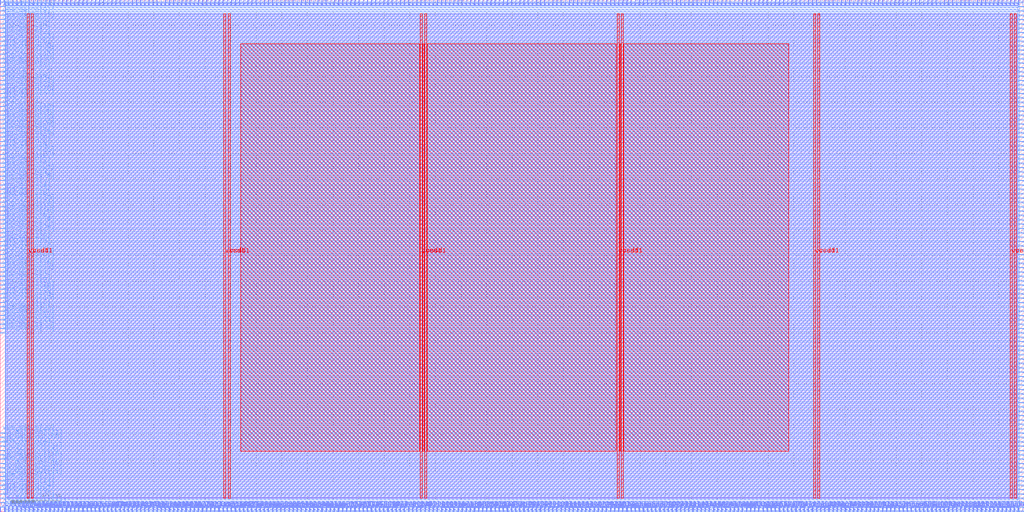
<source format=lef>
VERSION 5.7 ;
  NOWIREEXTENSIONATPIN ON ;
  DIVIDERCHAR "/" ;
  BUSBITCHARS "[]" ;
MACRO team_07_Wrapper
  CLASS BLOCK ;
  FOREIGN team_07_Wrapper ;
  ORIGIN 0.000 0.000 ;
  SIZE 800.000 BY 400.000 ;
  PIN ACK_I
    DIRECTION INPUT ;
    USE SIGNAL ;
    PORT
      LAYER met2 ;
        RECT 589.350 0.000 589.630 4.000 ;
    END
  END ACK_I
  PIN ADR_O[0]
    DIRECTION OUTPUT ;
    USE SIGNAL ;
    ANTENNADIFFAREA 0.445500 ;
    PORT
      LAYER met2 ;
        RECT 766.450 0.000 766.730 4.000 ;
    END
  END ADR_O[0]
  PIN ADR_O[10]
    DIRECTION OUTPUT ;
    USE SIGNAL ;
    ANTENNADIFFAREA 0.445500 ;
    PORT
      LAYER met2 ;
        RECT 753.570 0.000 753.850 4.000 ;
    END
  END ADR_O[10]
  PIN ADR_O[11]
    DIRECTION OUTPUT ;
    USE SIGNAL ;
    ANTENNADIFFAREA 0.445500 ;
    PORT
      LAYER met2 ;
        RECT 190.070 0.000 190.350 4.000 ;
    END
  END ADR_O[11]
  PIN ADR_O[12]
    DIRECTION OUTPUT ;
    USE SIGNAL ;
    ANTENNADIFFAREA 0.445500 ;
    PORT
      LAYER met2 ;
        RECT 515.290 0.000 515.570 4.000 ;
    END
  END ADR_O[12]
  PIN ADR_O[13]
    DIRECTION OUTPUT ;
    USE SIGNAL ;
    ANTENNADIFFAREA 0.445500 ;
    PORT
      LAYER met2 ;
        RECT 434.790 0.000 435.070 4.000 ;
    END
  END ADR_O[13]
  PIN ADR_O[14]
    DIRECTION OUTPUT ;
    USE SIGNAL ;
    ANTENNADIFFAREA 0.445500 ;
    PORT
      LAYER met2 ;
        RECT 463.770 0.000 464.050 4.000 ;
    END
  END ADR_O[14]
  PIN ADR_O[15]
    DIRECTION OUTPUT ;
    USE SIGNAL ;
    ANTENNADIFFAREA 0.445500 ;
    PORT
      LAYER met2 ;
        RECT 428.350 0.000 428.630 4.000 ;
    END
  END ADR_O[15]
  PIN ADR_O[16]
    DIRECTION OUTPUT ;
    USE SIGNAL ;
    ANTENNADIFFAREA 0.445500 ;
    PORT
      LAYER met2 ;
        RECT 743.910 0.000 744.190 4.000 ;
    END
  END ADR_O[16]
  PIN ADR_O[17]
    DIRECTION OUTPUT ;
    USE SIGNAL ;
    ANTENNADIFFAREA 0.445500 ;
    PORT
      LAYER met2 ;
        RECT 405.810 0.000 406.090 4.000 ;
    END
  END ADR_O[17]
  PIN ADR_O[18]
    DIRECTION OUTPUT ;
    USE SIGNAL ;
    ANTENNADIFFAREA 0.445500 ;
    PORT
      LAYER met2 ;
        RECT 296.330 0.000 296.610 4.000 ;
    END
  END ADR_O[18]
  PIN ADR_O[19]
    DIRECTION OUTPUT ;
    USE SIGNAL ;
    ANTENNADIFFAREA 0.445500 ;
    PORT
      LAYER met2 ;
        RECT 334.970 0.000 335.250 4.000 ;
    END
  END ADR_O[19]
  PIN ADR_O[1]
    DIRECTION OUTPUT ;
    USE SIGNAL ;
    ANTENNADIFFAREA 0.445500 ;
    PORT
      LAYER met2 ;
        RECT 373.610 0.000 373.890 4.000 ;
    END
  END ADR_O[1]
  PIN ADR_O[20]
    DIRECTION OUTPUT ;
    USE SIGNAL ;
    ANTENNADIFFAREA 0.445500 ;
    PORT
      LAYER met2 ;
        RECT 312.430 0.000 312.710 4.000 ;
    END
  END ADR_O[20]
  PIN ADR_O[21]
    DIRECTION OUTPUT ;
    USE SIGNAL ;
    ANTENNADIFFAREA 0.445500 ;
    PORT
      LAYER met2 ;
        RECT 727.810 0.000 728.090 4.000 ;
    END
  END ADR_O[21]
  PIN ADR_O[22]
    DIRECTION OUTPUT ;
    USE SIGNAL ;
    ANTENNADIFFAREA 0.445500 ;
    PORT
      LAYER met2 ;
        RECT 476.650 0.000 476.930 4.000 ;
    END
  END ADR_O[22]
  PIN ADR_O[23]
    DIRECTION OUTPUT ;
    USE SIGNAL ;
    ANTENNADIFFAREA 0.445500 ;
    PORT
      LAYER met2 ;
        RECT 763.230 0.000 763.510 4.000 ;
    END
  END ADR_O[23]
  PIN ADR_O[24]
    DIRECTION OUTPUT ;
    USE SIGNAL ;
    ANTENNADIFFAREA 0.445500 ;
    PORT
      LAYER met2 ;
        RECT 470.210 0.000 470.490 4.000 ;
    END
  END ADR_O[24]
  PIN ADR_O[25]
    DIRECTION OUTPUT ;
    USE SIGNAL ;
    ANTENNADIFFAREA 0.445500 ;
    PORT
      LAYER met2 ;
        RECT 647.310 0.000 647.590 4.000 ;
    END
  END ADR_O[25]
  PIN ADR_O[26]
    DIRECTION OUTPUT ;
    USE SIGNAL ;
    ANTENNADIFFAREA 0.445500 ;
    PORT
      LAYER met2 ;
        RECT 338.190 0.000 338.470 4.000 ;
    END
  END ADR_O[26]
  PIN ADR_O[27]
    DIRECTION OUTPUT ;
    USE SIGNAL ;
    ANTENNADIFFAREA 0.445500 ;
    PORT
      LAYER met2 ;
        RECT 663.410 0.000 663.690 4.000 ;
    END
  END ADR_O[27]
  PIN ADR_O[28]
    DIRECTION OUTPUT ;
    USE SIGNAL ;
    ANTENNADIFFAREA 0.445500 ;
    PORT
      LAYER met2 ;
        RECT 280.230 0.000 280.510 4.000 ;
    END
  END ADR_O[28]
  PIN ADR_O[29]
    DIRECTION OUTPUT ;
    USE SIGNAL ;
    ANTENNADIFFAREA 0.445500 ;
    PORT
      LAYER met2 ;
        RECT 283.450 0.000 283.730 4.000 ;
    END
  END ADR_O[29]
  PIN ADR_O[2]
    DIRECTION OUTPUT ;
    USE SIGNAL ;
    ANTENNADIFFAREA 0.445500 ;
    PORT
      LAYER met2 ;
        RECT 396.150 0.000 396.430 4.000 ;
    END
  END ADR_O[2]
  PIN ADR_O[30]
    DIRECTION OUTPUT ;
    USE SIGNAL ;
    ANTENNADIFFAREA 0.445500 ;
    PORT
      LAYER met2 ;
        RECT 318.870 0.000 319.150 4.000 ;
    END
  END ADR_O[30]
  PIN ADR_O[31]
    DIRECTION OUTPUT ;
    USE SIGNAL ;
    ANTENNADIFFAREA 0.445500 ;
    PORT
      LAYER met2 ;
        RECT 466.990 0.000 467.270 4.000 ;
    END
  END ADR_O[31]
  PIN ADR_O[3]
    DIRECTION OUTPUT ;
    USE SIGNAL ;
    ANTENNADIFFAREA 0.445500 ;
    PORT
      LAYER met2 ;
        RECT 418.690 0.000 418.970 4.000 ;
    END
  END ADR_O[3]
  PIN ADR_O[4]
    DIRECTION OUTPUT ;
    USE SIGNAL ;
    ANTENNADIFFAREA 0.445500 ;
    PORT
      LAYER met2 ;
        RECT 460.550 0.000 460.830 4.000 ;
    END
  END ADR_O[4]
  PIN ADR_O[5]
    DIRECTION OUTPUT ;
    USE SIGNAL ;
    ANTENNADIFFAREA 0.445500 ;
    PORT
      LAYER met2 ;
        RECT 682.730 0.000 683.010 4.000 ;
    END
  END ADR_O[5]
  PIN ADR_O[6]
    DIRECTION OUTPUT ;
    USE SIGNAL ;
    ANTENNADIFFAREA 0.445500 ;
    PORT
      LAYER met2 ;
        RECT 721.370 0.000 721.650 4.000 ;
    END
  END ADR_O[6]
  PIN ADR_O[7]
    DIRECTION OUTPUT ;
    USE SIGNAL ;
    ANTENNADIFFAREA 0.445500 ;
    PORT
      LAYER met2 ;
        RECT 363.950 0.000 364.230 4.000 ;
    END
  END ADR_O[7]
  PIN ADR_O[8]
    DIRECTION OUTPUT ;
    USE SIGNAL ;
    ANTENNADIFFAREA 0.445500 ;
    PORT
      LAYER met2 ;
        RECT 315.650 0.000 315.930 4.000 ;
    END
  END ADR_O[8]
  PIN ADR_O[9]
    DIRECTION OUTPUT ;
    USE SIGNAL ;
    ANTENNADIFFAREA 0.445500 ;
    PORT
      LAYER met2 ;
        RECT 750.350 0.000 750.630 4.000 ;
    END
  END ADR_O[9]
  PIN CYC_O
    DIRECTION OUTPUT ;
    USE SIGNAL ;
    ANTENNADIFFAREA 0.445500 ;
    PORT
      LAYER met2 ;
        RECT 512.070 0.000 512.350 4.000 ;
    END
  END CYC_O
  PIN DAT_I[0]
    DIRECTION INPUT ;
    USE SIGNAL ;
    PORT
      LAYER met2 ;
        RECT 45.170 0.000 45.450 4.000 ;
    END
  END DAT_I[0]
  PIN DAT_I[10]
    DIRECTION INPUT ;
    USE SIGNAL ;
    PORT
      LAYER met2 ;
        RECT 518.510 0.000 518.790 4.000 ;
    END
  END DAT_I[10]
  PIN DAT_I[11]
    DIRECTION INPUT ;
    USE SIGNAL ;
    PORT
      LAYER met2 ;
        RECT 534.610 0.000 534.890 4.000 ;
    END
  END DAT_I[11]
  PIN DAT_I[12]
    DIRECTION INPUT ;
    USE SIGNAL ;
    PORT
      LAYER met2 ;
        RECT 621.550 0.000 621.830 4.000 ;
    END
  END DAT_I[12]
  PIN DAT_I[13]
    DIRECTION INPUT ;
    USE SIGNAL ;
    PORT
      LAYER met2 ;
        RECT 524.950 0.000 525.230 4.000 ;
    END
  END DAT_I[13]
  PIN DAT_I[14]
    DIRECTION INPUT ;
    USE SIGNAL ;
    PORT
      LAYER met2 ;
        RECT 141.770 0.000 142.050 4.000 ;
    END
  END DAT_I[14]
  PIN DAT_I[15]
    DIRECTION INPUT ;
    USE SIGNAL ;
    PORT
      LAYER met2 ;
        RECT 170.750 0.000 171.030 4.000 ;
    END
  END DAT_I[15]
  PIN DAT_I[16]
    DIRECTION INPUT ;
    USE SIGNAL ;
    PORT
      LAYER met2 ;
        RECT 531.390 0.000 531.670 4.000 ;
    END
  END DAT_I[16]
  PIN DAT_I[17]
    DIRECTION INPUT ;
    USE SIGNAL ;
    PORT
      LAYER met2 ;
        RECT 173.970 0.000 174.250 4.000 ;
    END
  END DAT_I[17]
  PIN DAT_I[18]
    DIRECTION INPUT ;
    USE SIGNAL ;
    PORT
      LAYER met2 ;
        RECT 35.510 0.000 35.790 4.000 ;
    END
  END DAT_I[18]
  PIN DAT_I[19]
    DIRECTION INPUT ;
    USE SIGNAL ;
    PORT
      LAYER met2 ;
        RECT 74.150 0.000 74.430 4.000 ;
    END
  END DAT_I[19]
  PIN DAT_I[1]
    DIRECTION INPUT ;
    USE SIGNAL ;
    PORT
      LAYER met2 ;
        RECT 164.310 0.000 164.590 4.000 ;
    END
  END DAT_I[1]
  PIN DAT_I[20]
    DIRECTION INPUT ;
    USE SIGNAL ;
    PORT
      LAYER met2 ;
        RECT 547.490 0.000 547.770 4.000 ;
    END
  END DAT_I[20]
  PIN DAT_I[21]
    DIRECTION INPUT ;
    USE SIGNAL ;
    PORT
      LAYER met2 ;
        RECT 103.130 0.000 103.410 4.000 ;
    END
  END DAT_I[21]
  PIN DAT_I[22]
    DIRECTION INPUT ;
    USE SIGNAL ;
    PORT
      LAYER met2 ;
        RECT 138.550 0.000 138.830 4.000 ;
    END
  END DAT_I[22]
  PIN DAT_I[23]
    DIRECTION INPUT ;
    USE SIGNAL ;
    PORT
      LAYER met2 ;
        RECT 586.130 0.000 586.410 4.000 ;
    END
  END DAT_I[23]
  PIN DAT_I[24]
    DIRECTION INPUT ;
    USE SIGNAL ;
    PORT
      LAYER met2 ;
        RECT 177.190 0.000 177.470 4.000 ;
    END
  END DAT_I[24]
  PIN DAT_I[25]
    DIRECTION INPUT ;
    USE SIGNAL ;
    PORT
      LAYER met2 ;
        RECT 3.310 0.000 3.590 4.000 ;
    END
  END DAT_I[25]
  PIN DAT_I[26]
    DIRECTION INPUT ;
    USE SIGNAL ;
    PORT
      LAYER met2 ;
        RECT 112.790 0.000 113.070 4.000 ;
    END
  END DAT_I[26]
  PIN DAT_I[27]
    DIRECTION INPUT ;
    USE SIGNAL ;
    PORT
      LAYER met2 ;
        RECT 605.450 0.000 605.730 4.000 ;
    END
  END DAT_I[27]
  PIN DAT_I[28]
    DIRECTION INPUT ;
    USE SIGNAL ;
    PORT
      LAYER met2 ;
        RECT 90.250 0.000 90.530 4.000 ;
    END
  END DAT_I[28]
  PIN DAT_I[29]
    DIRECTION INPUT ;
    USE SIGNAL ;
    PORT
      LAYER met2 ;
        RECT 144.990 0.000 145.270 4.000 ;
    END
  END DAT_I[29]
  PIN DAT_I[2]
    DIRECTION INPUT ;
    USE SIGNAL ;
    PORT
      LAYER met2 ;
        RECT 48.390 0.000 48.670 4.000 ;
    END
  END DAT_I[2]
  PIN DAT_I[30]
    DIRECTION INPUT ;
    USE SIGNAL ;
    PORT
      LAYER met2 ;
        RECT 96.690 0.000 96.970 4.000 ;
    END
  END DAT_I[30]
  PIN DAT_I[31]
    DIRECTION INPUT ;
    USE SIGNAL ;
    PORT
      LAYER met2 ;
        RECT 573.250 0.000 573.530 4.000 ;
    END
  END DAT_I[31]
  PIN DAT_I[3]
    DIRECTION INPUT ;
    USE SIGNAL ;
    PORT
      LAYER met2 ;
        RECT 87.030 0.000 87.310 4.000 ;
    END
  END DAT_I[3]
  PIN DAT_I[4]
    DIRECTION INPUT ;
    USE SIGNAL ;
    PORT
      LAYER met2 ;
        RECT 634.430 0.000 634.710 4.000 ;
    END
  END DAT_I[4]
  PIN DAT_I[5]
    DIRECTION INPUT ;
    USE SIGNAL ;
    PORT
      LAYER met2 ;
        RECT 93.470 0.000 93.750 4.000 ;
    END
  END DAT_I[5]
  PIN DAT_I[6]
    DIRECTION INPUT ;
    USE SIGNAL ;
    PORT
      LAYER met2 ;
        RECT 12.970 0.000 13.250 4.000 ;
    END
  END DAT_I[6]
  PIN DAT_I[7]
    DIRECTION INPUT ;
    USE SIGNAL ;
    PORT
      LAYER met2 ;
        RECT 592.570 0.000 592.850 4.000 ;
    END
  END DAT_I[7]
  PIN DAT_I[8]
    DIRECTION INPUT ;
    USE SIGNAL ;
    PORT
      LAYER met2 ;
        RECT 132.110 0.000 132.390 4.000 ;
    END
  END DAT_I[8]
  PIN DAT_I[9]
    DIRECTION INPUT ;
    USE SIGNAL ;
    PORT
      LAYER met2 ;
        RECT 615.110 0.000 615.390 4.000 ;
    END
  END DAT_I[9]
  PIN DAT_O[0]
    DIRECTION OUTPUT ;
    USE SIGNAL ;
    ANTENNADIFFAREA 0.445500 ;
    PORT
      LAYER met2 ;
        RECT 438.010 0.000 438.290 4.000 ;
    END
  END DAT_O[0]
  PIN DAT_O[10]
    DIRECTION OUTPUT ;
    USE SIGNAL ;
    ANTENNADIFFAREA 0.445500 ;
    PORT
      LAYER met2 ;
        RECT 286.670 0.000 286.950 4.000 ;
    END
  END DAT_O[10]
  PIN DAT_O[11]
    DIRECTION OUTPUT ;
    USE SIGNAL ;
    ANTENNADIFFAREA 0.445500 ;
    PORT
      LAYER met2 ;
        RECT 238.370 0.000 238.650 4.000 ;
    END
  END DAT_O[11]
  PIN DAT_O[12]
    DIRECTION OUTPUT ;
    USE SIGNAL ;
    ANTENNADIFFAREA 0.445500 ;
    PORT
      LAYER met2 ;
        RECT 309.210 0.000 309.490 4.000 ;
    END
  END DAT_O[12]
  PIN DAT_O[13]
    DIRECTION OUTPUT ;
    USE SIGNAL ;
    ANTENNADIFFAREA 0.445500 ;
    PORT
      LAYER met2 ;
        RECT 669.850 0.000 670.130 4.000 ;
    END
  END DAT_O[13]
  PIN DAT_O[14]
    DIRECTION OUTPUT ;
    USE SIGNAL ;
    ANTENNADIFFAREA 0.445500 ;
    PORT
      LAYER met2 ;
        RECT 270.570 0.000 270.850 4.000 ;
    END
  END DAT_O[14]
  PIN DAT_O[15]
    DIRECTION OUTPUT ;
    USE SIGNAL ;
    ANTENNADIFFAREA 0.445500 ;
    PORT
      LAYER met2 ;
        RECT 425.130 0.000 425.410 4.000 ;
    END
  END DAT_O[15]
  PIN DAT_O[16]
    DIRECTION OUTPUT ;
    USE SIGNAL ;
    ANTENNADIFFAREA 0.445500 ;
    PORT
      LAYER met2 ;
        RECT 347.850 0.000 348.130 4.000 ;
    END
  END DAT_O[16]
  PIN DAT_O[17]
    DIRECTION OUTPUT ;
    USE SIGNAL ;
    ANTENNADIFFAREA 0.445500 ;
    PORT
      LAYER met2 ;
        RECT 273.790 0.000 274.070 4.000 ;
    END
  END DAT_O[17]
  PIN DAT_O[18]
    DIRECTION OUTPUT ;
    USE SIGNAL ;
    ANTENNADIFFAREA 0.445500 ;
    PORT
      LAYER met2 ;
        RECT 415.470 0.000 415.750 4.000 ;
    END
  END DAT_O[18]
  PIN DAT_O[19]
    DIRECTION OUTPUT ;
    USE SIGNAL ;
    ANTENNADIFFAREA 0.445500 ;
    PORT
      LAYER met2 ;
        RECT 328.530 0.000 328.810 4.000 ;
    END
  END DAT_O[19]
  PIN DAT_O[1]
    DIRECTION OUTPUT ;
    USE SIGNAL ;
    ANTENNADIFFAREA 0.445500 ;
    PORT
      LAYER met2 ;
        RECT 380.050 0.000 380.330 4.000 ;
    END
  END DAT_O[1]
  PIN DAT_O[20]
    DIRECTION OUTPUT ;
    USE SIGNAL ;
    ANTENNADIFFAREA 0.445500 ;
    PORT
      LAYER met2 ;
        RECT 666.630 0.000 666.910 4.000 ;
    END
  END DAT_O[20]
  PIN DAT_O[21]
    DIRECTION OUTPUT ;
    USE SIGNAL ;
    ANTENNADIFFAREA 0.445500 ;
    PORT
      LAYER met2 ;
        RECT 486.310 0.000 486.590 4.000 ;
    END
  END DAT_O[21]
  PIN DAT_O[22]
    DIRECTION OUTPUT ;
    USE SIGNAL ;
    ANTENNADIFFAREA 0.445500 ;
    PORT
      LAYER met2 ;
        RECT 289.890 0.000 290.170 4.000 ;
    END
  END DAT_O[22]
  PIN DAT_O[23]
    DIRECTION OUTPUT ;
    USE SIGNAL ;
    ANTENNADIFFAREA 0.445500 ;
    PORT
      LAYER met2 ;
        RECT 695.610 0.000 695.890 4.000 ;
    END
  END DAT_O[23]
  PIN DAT_O[24]
    DIRECTION OUTPUT ;
    USE SIGNAL ;
    ANTENNADIFFAREA 0.445500 ;
    PORT
      LAYER met2 ;
        RECT 673.070 0.000 673.350 4.000 ;
    END
  END DAT_O[24]
  PIN DAT_O[25]
    DIRECTION OUTPUT ;
    USE SIGNAL ;
    ANTENNADIFFAREA 0.445500 ;
    PORT
      LAYER met2 ;
        RECT 685.950 0.000 686.230 4.000 ;
    END
  END DAT_O[25]
  PIN DAT_O[26]
    DIRECTION OUTPUT ;
    USE SIGNAL ;
    ANTENNADIFFAREA 0.445500 ;
    PORT
      LAYER met2 ;
        RECT 737.470 0.000 737.750 4.000 ;
    END
  END DAT_O[26]
  PIN DAT_O[27]
    DIRECTION OUTPUT ;
    USE SIGNAL ;
    ANTENNADIFFAREA 0.445500 ;
    PORT
      LAYER met2 ;
        RECT 331.750 0.000 332.030 4.000 ;
    END
  END DAT_O[27]
  PIN DAT_O[28]
    DIRECTION OUTPUT ;
    USE SIGNAL ;
    ANTENNADIFFAREA 0.445500 ;
    PORT
      LAYER met2 ;
        RECT 341.410 0.000 341.690 4.000 ;
    END
  END DAT_O[28]
  PIN DAT_O[29]
    DIRECTION OUTPUT ;
    USE SIGNAL ;
    ANTENNADIFFAREA 0.445500 ;
    PORT
      LAYER met2 ;
        RECT 650.530 0.000 650.810 4.000 ;
    END
  END DAT_O[29]
  PIN DAT_O[2]
    DIRECTION OUTPUT ;
    USE SIGNAL ;
    ANTENNADIFFAREA 0.445500 ;
    PORT
      LAYER met2 ;
        RECT 705.270 0.000 705.550 4.000 ;
    END
  END DAT_O[2]
  PIN DAT_O[30]
    DIRECTION OUTPUT ;
    USE SIGNAL ;
    ANTENNADIFFAREA 0.445500 ;
    PORT
      LAYER met2 ;
        RECT 473.430 0.000 473.710 4.000 ;
    END
  END DAT_O[30]
  PIN DAT_O[31]
    DIRECTION OUTPUT ;
    USE SIGNAL ;
    ANTENNADIFFAREA 0.445500 ;
    PORT
      LAYER met2 ;
        RECT 724.590 0.000 724.870 4.000 ;
    END
  END DAT_O[31]
  PIN DAT_O[3]
    DIRECTION OUTPUT ;
    USE SIGNAL ;
    ANTENNADIFFAREA 0.445500 ;
    PORT
      LAYER met2 ;
        RECT 402.590 0.000 402.870 4.000 ;
    END
  END DAT_O[3]
  PIN DAT_O[4]
    DIRECTION OUTPUT ;
    USE SIGNAL ;
    ANTENNADIFFAREA 0.445500 ;
    PORT
      LAYER met2 ;
        RECT 293.110 0.000 293.390 4.000 ;
    END
  END DAT_O[4]
  PIN DAT_O[5]
    DIRECTION OUTPUT ;
    USE SIGNAL ;
    ANTENNADIFFAREA 0.445500 ;
    PORT
      LAYER met2 ;
        RECT 383.270 0.000 383.550 4.000 ;
    END
  END DAT_O[5]
  PIN DAT_O[6]
    DIRECTION OUTPUT ;
    USE SIGNAL ;
    ANTENNADIFFAREA 0.445500 ;
    PORT
      LAYER met2 ;
        RECT 431.570 0.000 431.850 4.000 ;
    END
  END DAT_O[6]
  PIN DAT_O[7]
    DIRECTION OUTPUT ;
    USE SIGNAL ;
    ANTENNADIFFAREA 0.445500 ;
    PORT
      LAYER met2 ;
        RECT 441.230 0.000 441.510 4.000 ;
    END
  END DAT_O[7]
  PIN DAT_O[8]
    DIRECTION OUTPUT ;
    USE SIGNAL ;
    ANTENNADIFFAREA 0.445500 ;
    PORT
      LAYER met2 ;
        RECT 676.290 0.000 676.570 4.000 ;
    END
  END DAT_O[8]
  PIN DAT_O[9]
    DIRECTION OUTPUT ;
    USE SIGNAL ;
    ANTENNADIFFAREA 0.445500 ;
    PORT
      LAYER met2 ;
        RECT 412.250 0.000 412.530 4.000 ;
    END
  END DAT_O[9]
  PIN SEL_O[0]
    DIRECTION OUTPUT ;
    USE SIGNAL ;
    ANTENNADIFFAREA 0.445500 ;
    PORT
      LAYER met2 ;
        RECT 756.790 0.000 757.070 4.000 ;
    END
  END SEL_O[0]
  PIN SEL_O[1]
    DIRECTION OUTPUT ;
    USE SIGNAL ;
    ANTENNADIFFAREA 0.445500 ;
    PORT
      LAYER met2 ;
        RECT 267.350 0.000 267.630 4.000 ;
    END
  END SEL_O[1]
  PIN SEL_O[2]
    DIRECTION OUTPUT ;
    USE SIGNAL ;
    ANTENNADIFFAREA 0.445500 ;
    PORT
      LAYER met2 ;
        RECT 421.910 0.000 422.190 4.000 ;
    END
  END SEL_O[2]
  PIN SEL_O[3]
    DIRECTION OUTPUT ;
    USE SIGNAL ;
    ANTENNADIFFAREA 0.445500 ;
    PORT
      LAYER met2 ;
        RECT 747.130 0.000 747.410 4.000 ;
    END
  END SEL_O[3]
  PIN STB_O
    DIRECTION OUTPUT ;
    USE SIGNAL ;
    ANTENNADIFFAREA 0.445500 ;
    PORT
      LAYER met2 ;
        RECT 399.370 0.000 399.650 4.000 ;
    END
  END STB_O
  PIN WE_O
    DIRECTION OUTPUT ;
    USE SIGNAL ;
    ANTENNADIFFAREA 0.445500 ;
    PORT
      LAYER met2 ;
        RECT 322.090 0.000 322.370 4.000 ;
    END
  END WE_O
  PIN gpio_in[0]
    DIRECTION INPUT ;
    USE SIGNAL ;
    PORT
      LAYER met2 ;
        RECT 640.870 0.000 641.150 4.000 ;
    END
  END gpio_in[0]
  PIN gpio_in[10]
    DIRECTION INPUT ;
    USE SIGNAL ;
    PORT
      LAYER met2 ;
        RECT 125.670 0.000 125.950 4.000 ;
    END
  END gpio_in[10]
  PIN gpio_in[11]
    DIRECTION INPUT ;
    USE SIGNAL ;
    PORT
      LAYER met2 ;
        RECT 22.630 0.000 22.910 4.000 ;
    END
  END gpio_in[11]
  PIN gpio_in[12]
    DIRECTION INPUT ;
    USE SIGNAL ;
    PORT
      LAYER met2 ;
        RECT 0.090 0.000 0.370 4.000 ;
    END
  END gpio_in[12]
  PIN gpio_in[13]
    DIRECTION INPUT ;
    USE SIGNAL ;
    PORT
      LAYER met2 ;
        RECT 122.450 0.000 122.730 4.000 ;
    END
  END gpio_in[13]
  PIN gpio_in[14]
    DIRECTION INPUT ;
    USE SIGNAL ;
    PORT
      LAYER met2 ;
        RECT 38.730 0.000 39.010 4.000 ;
    END
  END gpio_in[14]
  PIN gpio_in[15]
    DIRECTION INPUT ;
    USE SIGNAL ;
    PORT
      LAYER met2 ;
        RECT 29.070 0.000 29.350 4.000 ;
    END
  END gpio_in[15]
  PIN gpio_in[16]
    DIRECTION INPUT ;
    USE SIGNAL ;
    PORT
      LAYER met2 ;
        RECT 599.010 0.000 599.290 4.000 ;
    END
  END gpio_in[16]
  PIN gpio_in[17]
    DIRECTION INPUT ;
    USE SIGNAL ;
    PORT
      LAYER met2 ;
        RECT 624.770 0.000 625.050 4.000 ;
    END
  END gpio_in[17]
  PIN gpio_in[18]
    DIRECTION INPUT ;
    USE SIGNAL ;
    PORT
      LAYER met2 ;
        RECT 135.330 0.000 135.610 4.000 ;
    END
  END gpio_in[18]
  PIN gpio_in[19]
    DIRECTION INPUT ;
    USE SIGNAL ;
    PORT
      LAYER met2 ;
        RECT 148.210 0.000 148.490 4.000 ;
    END
  END gpio_in[19]
  PIN gpio_in[1]
    DIRECTION INPUT ;
    USE SIGNAL ;
    PORT
      LAYER met2 ;
        RECT 544.270 0.000 544.550 4.000 ;
    END
  END gpio_in[1]
  PIN gpio_in[20]
    DIRECTION INPUT ;
    USE SIGNAL ;
    PORT
      LAYER met2 ;
        RECT 570.030 0.000 570.310 4.000 ;
    END
  END gpio_in[20]
  PIN gpio_in[21]
    DIRECTION INPUT ;
    USE SIGNAL ;
    PORT
      LAYER met2 ;
        RECT 566.810 0.000 567.090 4.000 ;
    END
  END gpio_in[21]
  PIN gpio_in[22]
    DIRECTION INPUT ;
    USE SIGNAL ;
    ANTENNAGATEAREA 0.213000 ;
    ANTENNADIFFAREA 0.434700 ;
    PORT
      LAYER met2 ;
        RECT 251.250 396.000 251.530 400.000 ;
    END
  END gpio_in[22]
  PIN gpio_in[23]
    DIRECTION INPUT ;
    USE SIGNAL ;
    ANTENNAGATEAREA 0.213000 ;
    ANTENNADIFFAREA 0.434700 ;
    PORT
      LAYER met2 ;
        RECT 476.650 396.000 476.930 400.000 ;
    END
  END gpio_in[23]
  PIN gpio_in[24]
    DIRECTION INPUT ;
    USE SIGNAL ;
    ANTENNAGATEAREA 0.213000 ;
    ANTENNADIFFAREA 0.434700 ;
    PORT
      LAYER met2 ;
        RECT 457.330 396.000 457.610 400.000 ;
    END
  END gpio_in[24]
  PIN gpio_in[25]
    DIRECTION INPUT ;
    USE SIGNAL ;
    ANTENNAGATEAREA 0.159000 ;
    ANTENNADIFFAREA 0.434700 ;
    PORT
      LAYER met2 ;
        RECT 483.090 396.000 483.370 400.000 ;
    END
  END gpio_in[25]
  PIN gpio_in[26]
    DIRECTION INPUT ;
    USE SIGNAL ;
    ANTENNAGATEAREA 0.159000 ;
    ANTENNADIFFAREA 0.434700 ;
    PORT
      LAYER met2 ;
        RECT 444.450 396.000 444.730 400.000 ;
    END
  END gpio_in[26]
  PIN gpio_in[27]
    DIRECTION INPUT ;
    USE SIGNAL ;
    ANTENNAGATEAREA 0.196500 ;
    ANTENNADIFFAREA 0.434700 ;
    PORT
      LAYER met2 ;
        RECT 357.510 396.000 357.790 400.000 ;
    END
  END gpio_in[27]
  PIN gpio_in[28]
    DIRECTION INPUT ;
    USE SIGNAL ;
    PORT
      LAYER met2 ;
        RECT 128.890 0.000 129.170 4.000 ;
    END
  END gpio_in[28]
  PIN gpio_in[29]
    DIRECTION INPUT ;
    USE SIGNAL ;
    PORT
      LAYER met2 ;
        RECT 167.530 0.000 167.810 4.000 ;
    END
  END gpio_in[29]
  PIN gpio_in[2]
    DIRECTION INPUT ;
    USE SIGNAL ;
    PORT
      LAYER met2 ;
        RECT 563.590 0.000 563.870 4.000 ;
    END
  END gpio_in[2]
  PIN gpio_in[30]
    DIRECTION INPUT ;
    USE SIGNAL ;
    PORT
      LAYER met2 ;
        RECT 521.730 0.000 522.010 4.000 ;
    END
  END gpio_in[30]
  PIN gpio_in[31]
    DIRECTION INPUT ;
    USE SIGNAL ;
    PORT
      LAYER met2 ;
        RECT 19.410 0.000 19.690 4.000 ;
    END
  END gpio_in[31]
  PIN gpio_in[32]
    DIRECTION INPUT ;
    USE SIGNAL ;
    PORT
      LAYER met2 ;
        RECT 25.850 0.000 26.130 4.000 ;
    END
  END gpio_in[32]
  PIN gpio_in[33]
    DIRECTION INPUT ;
    USE SIGNAL ;
    PORT
      LAYER met2 ;
        RECT 41.950 0.000 42.230 4.000 ;
    END
  END gpio_in[33]
  PIN gpio_in[34]
    DIRECTION INPUT ;
    USE SIGNAL ;
    PORT
      LAYER met2 ;
        RECT 186.850 0.000 187.130 4.000 ;
    END
  END gpio_in[34]
  PIN gpio_in[35]
    DIRECTION INPUT ;
    USE SIGNAL ;
    PORT
      LAYER met2 ;
        RECT 180.410 0.000 180.690 4.000 ;
    END
  END gpio_in[35]
  PIN gpio_in[36]
    DIRECTION INPUT ;
    USE SIGNAL ;
    PORT
      LAYER met2 ;
        RECT 183.630 0.000 183.910 4.000 ;
    END
  END gpio_in[36]
  PIN gpio_in[37]
    DIRECTION INPUT ;
    USE SIGNAL ;
    PORT
      LAYER met2 ;
        RECT 67.710 0.000 67.990 4.000 ;
    END
  END gpio_in[37]
  PIN gpio_in[3]
    DIRECTION INPUT ;
    USE SIGNAL ;
    PORT
      LAYER met2 ;
        RECT 16.190 0.000 16.470 4.000 ;
    END
  END gpio_in[3]
  PIN gpio_in[4]
    DIRECTION INPUT ;
    USE SIGNAL ;
    PORT
      LAYER met2 ;
        RECT 64.490 0.000 64.770 4.000 ;
    END
  END gpio_in[4]
  PIN gpio_in[5]
    DIRECTION INPUT ;
    USE SIGNAL ;
    PORT
      LAYER met2 ;
        RECT 602.230 0.000 602.510 4.000 ;
    END
  END gpio_in[5]
  PIN gpio_in[6]
    DIRECTION INPUT ;
    USE SIGNAL ;
    PORT
      LAYER met2 ;
        RECT 537.830 0.000 538.110 4.000 ;
    END
  END gpio_in[6]
  PIN gpio_in[7]
    DIRECTION INPUT ;
    USE SIGNAL ;
    PORT
      LAYER met2 ;
        RECT 70.930 0.000 71.210 4.000 ;
    END
  END gpio_in[7]
  PIN gpio_in[8]
    DIRECTION INPUT ;
    USE SIGNAL ;
    PORT
      LAYER met2 ;
        RECT 582.910 0.000 583.190 4.000 ;
    END
  END gpio_in[8]
  PIN gpio_in[9]
    DIRECTION INPUT ;
    USE SIGNAL ;
    PORT
      LAYER met2 ;
        RECT 595.790 0.000 596.070 4.000 ;
    END
  END gpio_in[9]
  PIN gpio_oeb[0]
    DIRECTION OUTPUT ;
    USE SIGNAL ;
    ANTENNADIFFAREA 0.445500 ;
    PORT
      LAYER met2 ;
        RECT 199.730 0.000 200.010 4.000 ;
    END
  END gpio_oeb[0]
  PIN gpio_oeb[10]
    DIRECTION OUTPUT ;
    USE SIGNAL ;
    ANTENNADIFFAREA 0.445500 ;
    PORT
      LAYER met2 ;
        RECT 344.630 0.000 344.910 4.000 ;
    END
  END gpio_oeb[10]
  PIN gpio_oeb[11]
    DIRECTION OUTPUT ;
    USE SIGNAL ;
    ANTENNADIFFAREA 0.445500 ;
    PORT
      LAYER met2 ;
        RECT 740.690 0.000 740.970 4.000 ;
    END
  END gpio_oeb[11]
  PIN gpio_oeb[12]
    DIRECTION OUTPUT ;
    USE SIGNAL ;
    ANTENNADIFFAREA 0.445500 ;
    PORT
      LAYER met2 ;
        RECT 760.010 0.000 760.290 4.000 ;
    END
  END gpio_oeb[12]
  PIN gpio_oeb[13]
    DIRECTION OUTPUT ;
    USE SIGNAL ;
    ANTENNADIFFAREA 0.445500 ;
    PORT
      LAYER met2 ;
        RECT 508.850 0.000 509.130 4.000 ;
    END
  END gpio_oeb[13]
  PIN gpio_oeb[14]
    DIRECTION OUTPUT ;
    USE SIGNAL ;
    ANTENNADIFFAREA 0.445500 ;
    PORT
      LAYER met2 ;
        RECT 450.890 0.000 451.170 4.000 ;
    END
  END gpio_oeb[14]
  PIN gpio_oeb[15]
    DIRECTION OUTPUT ;
    USE SIGNAL ;
    ANTENNADIFFAREA 0.445500 ;
    PORT
      LAYER met2 ;
        RECT 734.250 0.000 734.530 4.000 ;
    END
  END gpio_oeb[15]
  PIN gpio_oeb[16]
    DIRECTION OUTPUT ;
    USE SIGNAL ;
    ANTENNADIFFAREA 0.445500 ;
    PORT
      LAYER met2 ;
        RECT 392.930 0.000 393.210 4.000 ;
    END
  END gpio_oeb[16]
  PIN gpio_oeb[17]
    DIRECTION OUTPUT ;
    USE SIGNAL ;
    ANTENNADIFFAREA 0.445500 ;
    PORT
      LAYER met2 ;
        RECT 386.490 0.000 386.770 4.000 ;
    END
  END gpio_oeb[17]
  PIN gpio_oeb[18]
    DIRECTION OUTPUT ;
    USE SIGNAL ;
    ANTENNADIFFAREA 0.445500 ;
    PORT
      LAYER met2 ;
        RECT 454.110 0.000 454.390 4.000 ;
    END
  END gpio_oeb[18]
  PIN gpio_oeb[19]
    DIRECTION OUTPUT ;
    USE SIGNAL ;
    ANTENNADIFFAREA 0.445500 ;
    PORT
      LAYER met2 ;
        RECT 305.990 0.000 306.270 4.000 ;
    END
  END gpio_oeb[19]
  PIN gpio_oeb[1]
    DIRECTION OUTPUT ;
    USE SIGNAL ;
    ANTENNADIFFAREA 0.445500 ;
    PORT
      LAYER met2 ;
        RECT 231.930 0.000 232.210 4.000 ;
    END
  END gpio_oeb[1]
  PIN gpio_oeb[20]
    DIRECTION OUTPUT ;
    USE SIGNAL ;
    ANTENNADIFFAREA 0.445500 ;
    PORT
      LAYER met2 ;
        RECT 502.410 0.000 502.690 4.000 ;
    END
  END gpio_oeb[20]
  PIN gpio_oeb[21]
    DIRECTION OUTPUT ;
    USE SIGNAL ;
    ANTENNADIFFAREA 0.445500 ;
    PORT
      LAYER met2 ;
        RECT 656.970 0.000 657.250 4.000 ;
    END
  END gpio_oeb[21]
  PIN gpio_oeb[22]
    DIRECTION OUTPUT ;
    USE SIGNAL ;
    ANTENNADIFFAREA 0.445500 ;
    PORT
      LAYER met2 ;
        RECT 215.830 0.000 216.110 4.000 ;
    END
  END gpio_oeb[22]
  PIN gpio_oeb[23]
    DIRECTION OUTPUT ;
    USE SIGNAL ;
    ANTENNADIFFAREA 0.445500 ;
    PORT
      LAYER met2 ;
        RECT 483.090 0.000 483.370 4.000 ;
    END
  END gpio_oeb[23]
  PIN gpio_oeb[24]
    DIRECTION OUTPUT ;
    USE SIGNAL ;
    ANTENNADIFFAREA 0.445500 ;
    PORT
      LAYER met2 ;
        RECT 235.150 0.000 235.430 4.000 ;
    END
  END gpio_oeb[24]
  PIN gpio_oeb[25]
    DIRECTION OUTPUT ;
    USE SIGNAL ;
    ANTENNADIFFAREA 0.445500 ;
    PORT
      LAYER met2 ;
        RECT 193.290 0.000 193.570 4.000 ;
    END
  END gpio_oeb[25]
  PIN gpio_oeb[26]
    DIRECTION OUTPUT ;
    USE SIGNAL ;
    ANTENNADIFFAREA 0.445500 ;
    PORT
      LAYER met2 ;
        RECT 196.510 0.000 196.790 4.000 ;
    END
  END gpio_oeb[26]
  PIN gpio_oeb[27]
    DIRECTION OUTPUT ;
    USE SIGNAL ;
    ANTENNADIFFAREA 0.445500 ;
    PORT
      LAYER met2 ;
        RECT 241.590 0.000 241.870 4.000 ;
    END
  END gpio_oeb[27]
  PIN gpio_oeb[28]
    DIRECTION OUTPUT ;
    USE SIGNAL ;
    ANTENNADIFFAREA 0.445500 ;
    PORT
      LAYER met2 ;
        RECT 376.830 0.000 377.110 4.000 ;
    END
  END gpio_oeb[28]
  PIN gpio_oeb[29]
    DIRECTION OUTPUT ;
    USE SIGNAL ;
    ANTENNADIFFAREA 0.445500 ;
    PORT
      LAYER met2 ;
        RECT 360.730 0.000 361.010 4.000 ;
    END
  END gpio_oeb[29]
  PIN gpio_oeb[2]
    DIRECTION OUTPUT ;
    USE SIGNAL ;
    ANTENNADIFFAREA 0.445500 ;
    PORT
      LAYER met2 ;
        RECT 248.030 0.000 248.310 4.000 ;
    END
  END gpio_oeb[2]
  PIN gpio_oeb[30]
    DIRECTION OUTPUT ;
    USE SIGNAL ;
    ANTENNADIFFAREA 0.445500 ;
    PORT
      LAYER met2 ;
        RECT 354.290 0.000 354.570 4.000 ;
    END
  END gpio_oeb[30]
  PIN gpio_oeb[31]
    DIRECTION OUTPUT ;
    USE SIGNAL ;
    ANTENNADIFFAREA 0.445500 ;
    PORT
      LAYER met2 ;
        RECT 244.810 0.000 245.090 4.000 ;
    END
  END gpio_oeb[31]
  PIN gpio_oeb[32]
    DIRECTION OUTPUT ;
    USE SIGNAL ;
    ANTENNADIFFAREA 0.445500 ;
    PORT
      LAYER met2 ;
        RECT 260.910 0.000 261.190 4.000 ;
    END
  END gpio_oeb[32]
  PIN gpio_oeb[33]
    DIRECTION OUTPUT ;
    USE SIGNAL ;
    ANTENNADIFFAREA 0.445500 ;
    PORT
      LAYER met2 ;
        RECT 254.470 0.000 254.750 4.000 ;
    END
  END gpio_oeb[33]
  PIN gpio_oeb[34]
    DIRECTION OUTPUT ;
    USE SIGNAL ;
    ANTENNADIFFAREA 0.445500 ;
    PORT
      LAYER met2 ;
        RECT 219.050 0.000 219.330 4.000 ;
    END
  END gpio_oeb[34]
  PIN gpio_oeb[35]
    DIRECTION OUTPUT ;
    USE SIGNAL ;
    ANTENNADIFFAREA 0.445500 ;
    PORT
      LAYER met2 ;
        RECT 351.070 0.000 351.350 4.000 ;
    END
  END gpio_oeb[35]
  PIN gpio_oeb[36]
    DIRECTION OUTPUT ;
    USE SIGNAL ;
    ANTENNADIFFAREA 0.445500 ;
    PORT
      LAYER met2 ;
        RECT 251.250 0.000 251.530 4.000 ;
    END
  END gpio_oeb[36]
  PIN gpio_oeb[37]
    DIRECTION OUTPUT ;
    USE SIGNAL ;
    ANTENNADIFFAREA 0.445500 ;
    PORT
      LAYER met2 ;
        RECT 222.270 0.000 222.550 4.000 ;
    END
  END gpio_oeb[37]
  PIN gpio_oeb[3]
    DIRECTION OUTPUT ;
    USE SIGNAL ;
    ANTENNADIFFAREA 0.445500 ;
    PORT
      LAYER met2 ;
        RECT 228.710 0.000 228.990 4.000 ;
    END
  END gpio_oeb[3]
  PIN gpio_oeb[4]
    DIRECTION OUTPUT ;
    USE SIGNAL ;
    ANTENNADIFFAREA 0.445500 ;
    PORT
      LAYER met2 ;
        RECT 209.390 0.000 209.670 4.000 ;
    END
  END gpio_oeb[4]
  PIN gpio_oeb[5]
    DIRECTION OUTPUT ;
    USE SIGNAL ;
    ANTENNADIFFAREA 0.445500 ;
    PORT
      LAYER met2 ;
        RECT 206.170 0.000 206.450 4.000 ;
    END
  END gpio_oeb[5]
  PIN gpio_oeb[6]
    DIRECTION OUTPUT ;
    USE SIGNAL ;
    ANTENNADIFFAREA 0.445500 ;
    PORT
      LAYER met2 ;
        RECT 202.950 0.000 203.230 4.000 ;
    END
  END gpio_oeb[6]
  PIN gpio_oeb[7]
    DIRECTION OUTPUT ;
    USE SIGNAL ;
    ANTENNADIFFAREA 0.445500 ;
    PORT
      LAYER met2 ;
        RECT 225.490 0.000 225.770 4.000 ;
    END
  END gpio_oeb[7]
  PIN gpio_oeb[8]
    DIRECTION OUTPUT ;
    USE SIGNAL ;
    ANTENNADIFFAREA 0.445500 ;
    PORT
      LAYER met2 ;
        RECT 357.510 0.000 357.790 4.000 ;
    END
  END gpio_oeb[8]
  PIN gpio_oeb[9]
    DIRECTION OUTPUT ;
    USE SIGNAL ;
    ANTENNADIFFAREA 0.445500 ;
    PORT
      LAYER met2 ;
        RECT 212.610 0.000 212.890 4.000 ;
    END
  END gpio_oeb[9]
  PIN gpio_out[0]
    DIRECTION OUTPUT ;
    USE SIGNAL ;
    ANTENNADIFFAREA 0.445500 ;
    PORT
      LAYER met2 ;
        RECT 679.510 0.000 679.790 4.000 ;
    END
  END gpio_out[0]
  PIN gpio_out[10]
    DIRECTION OUTPUT ;
    USE SIGNAL ;
    ANTENNADIFFAREA 0.445500 ;
    PORT
      LAYER met2 ;
        RECT 492.750 0.000 493.030 4.000 ;
    END
  END gpio_out[10]
  PIN gpio_out[11]
    DIRECTION OUTPUT ;
    USE SIGNAL ;
    ANTENNADIFFAREA 0.445500 ;
    PORT
      LAYER met2 ;
        RECT 644.090 0.000 644.370 4.000 ;
    END
  END gpio_out[11]
  PIN gpio_out[12]
    DIRECTION OUTPUT ;
    USE SIGNAL ;
    ANTENNADIFFAREA 0.445500 ;
    PORT
      LAYER met2 ;
        RECT 499.190 0.000 499.470 4.000 ;
    END
  END gpio_out[12]
  PIN gpio_out[13]
    DIRECTION OUTPUT ;
    USE SIGNAL ;
    ANTENNADIFFAREA 0.445500 ;
    PORT
      LAYER met2 ;
        RECT 502.410 396.000 502.690 400.000 ;
    END
  END gpio_out[13]
  PIN gpio_out[14]
    DIRECTION OUTPUT ;
    USE SIGNAL ;
    ANTENNADIFFAREA 0.445500 ;
    PORT
      LAYER met2 ;
        RECT 486.310 396.000 486.590 400.000 ;
    END
  END gpio_out[14]
  PIN gpio_out[15]
    DIRECTION OUTPUT ;
    USE SIGNAL ;
    ANTENNADIFFAREA 0.445500 ;
    PORT
      LAYER met2 ;
        RECT 505.630 396.000 505.910 400.000 ;
    END
  END gpio_out[15]
  PIN gpio_out[16]
    DIRECTION OUTPUT ;
    USE SIGNAL ;
    ANTENNADIFFAREA 0.445500 ;
    PORT
      LAYER met2 ;
        RECT 521.730 396.000 522.010 400.000 ;
    END
  END gpio_out[16]
  PIN gpio_out[17]
    DIRECTION OUTPUT ;
    USE SIGNAL ;
    ANTENNADIFFAREA 0.445500 ;
    PORT
      LAYER met2 ;
        RECT 495.970 396.000 496.250 400.000 ;
    END
  END gpio_out[17]
  PIN gpio_out[18]
    DIRECTION OUTPUT ;
    USE SIGNAL ;
    ANTENNADIFFAREA 0.445500 ;
    PORT
      LAYER met2 ;
        RECT 508.850 396.000 509.130 400.000 ;
    END
  END gpio_out[18]
  PIN gpio_out[19]
    DIRECTION OUTPUT ;
    USE SIGNAL ;
    ANTENNADIFFAREA 0.445500 ;
    PORT
      LAYER met2 ;
        RECT 515.290 396.000 515.570 400.000 ;
    END
  END gpio_out[19]
  PIN gpio_out[1]
    DIRECTION OUTPUT ;
    USE SIGNAL ;
    ANTENNADIFFAREA 0.445500 ;
    PORT
      LAYER met2 ;
        RECT 711.710 0.000 711.990 4.000 ;
    END
  END gpio_out[1]
  PIN gpio_out[20]
    DIRECTION OUTPUT ;
    USE SIGNAL ;
    ANTENNADIFFAREA 0.445500 ;
    PORT
      LAYER met2 ;
        RECT 518.510 396.000 518.790 400.000 ;
    END
  END gpio_out[20]
  PIN gpio_out[21]
    DIRECTION OUTPUT ;
    USE SIGNAL ;
    ANTENNADIFFAREA 0.445500 ;
    PORT
      LAYER met3 ;
        RECT 796.000 217.640 800.000 218.240 ;
    END
  END gpio_out[21]
  PIN gpio_out[22]
    DIRECTION OUTPUT ;
    USE SIGNAL ;
    ANTENNADIFFAREA 0.445500 ;
    PORT
      LAYER met2 ;
        RECT 731.030 0.000 731.310 4.000 ;
    END
  END gpio_out[22]
  PIN gpio_out[23]
    DIRECTION OUTPUT ;
    USE SIGNAL ;
    ANTENNADIFFAREA 0.445500 ;
    PORT
      LAYER met2 ;
        RECT 489.530 0.000 489.810 4.000 ;
    END
  END gpio_out[23]
  PIN gpio_out[24]
    DIRECTION OUTPUT ;
    USE SIGNAL ;
    ANTENNADIFFAREA 0.445500 ;
    PORT
      LAYER met2 ;
        RECT 299.550 0.000 299.830 4.000 ;
    END
  END gpio_out[24]
  PIN gpio_out[25]
    DIRECTION OUTPUT ;
    USE SIGNAL ;
    ANTENNADIFFAREA 0.445500 ;
    PORT
      LAYER met2 ;
        RECT 302.770 0.000 303.050 4.000 ;
    END
  END gpio_out[25]
  PIN gpio_out[26]
    DIRECTION OUTPUT ;
    USE SIGNAL ;
    ANTENNADIFFAREA 0.445500 ;
    PORT
      LAYER met2 ;
        RECT 714.930 0.000 715.210 4.000 ;
    END
  END gpio_out[26]
  PIN gpio_out[27]
    DIRECTION OUTPUT ;
    USE SIGNAL ;
    ANTENNADIFFAREA 0.445500 ;
    PORT
      LAYER met2 ;
        RECT 370.390 0.000 370.670 4.000 ;
    END
  END gpio_out[27]
  PIN gpio_out[28]
    DIRECTION OUTPUT ;
    USE SIGNAL ;
    ANTENNADIFFAREA 0.445500 ;
    PORT
      LAYER met2 ;
        RECT 495.970 0.000 496.250 4.000 ;
    END
  END gpio_out[28]
  PIN gpio_out[29]
    DIRECTION OUTPUT ;
    USE SIGNAL ;
    ANTENNADIFFAREA 0.445500 ;
    PORT
      LAYER met2 ;
        RECT 409.030 0.000 409.310 4.000 ;
    END
  END gpio_out[29]
  PIN gpio_out[2]
    DIRECTION OUTPUT ;
    USE SIGNAL ;
    ANTENNADIFFAREA 0.445500 ;
    PORT
      LAYER met2 ;
        RECT 257.690 0.000 257.970 4.000 ;
    END
  END gpio_out[2]
  PIN gpio_out[30]
    DIRECTION OUTPUT ;
    USE SIGNAL ;
    ANTENNADIFFAREA 0.445500 ;
    PORT
      LAYER met2 ;
        RECT 689.170 0.000 689.450 4.000 ;
    END
  END gpio_out[30]
  PIN gpio_out[31]
    DIRECTION OUTPUT ;
    USE SIGNAL ;
    ANTENNADIFFAREA 0.445500 ;
    PORT
      LAYER met2 ;
        RECT 702.050 0.000 702.330 4.000 ;
    END
  END gpio_out[31]
  PIN gpio_out[32]
    DIRECTION OUTPUT ;
    USE SIGNAL ;
    ANTENNADIFFAREA 0.445500 ;
    PORT
      LAYER met2 ;
        RECT 692.390 0.000 692.670 4.000 ;
    END
  END gpio_out[32]
  PIN gpio_out[33]
    DIRECTION OUTPUT ;
    USE SIGNAL ;
    ANTENNADIFFAREA 0.445500 ;
    PORT
      LAYER met2 ;
        RECT 479.870 0.000 480.150 4.000 ;
    END
  END gpio_out[33]
  PIN gpio_out[34]
    DIRECTION OUTPUT ;
    USE SIGNAL ;
    ANTENNADIFFAREA 0.445500 ;
    PORT
      LAYER met2 ;
        RECT 444.450 0.000 444.730 4.000 ;
    END
  END gpio_out[34]
  PIN gpio_out[35]
    DIRECTION OUTPUT ;
    USE SIGNAL ;
    ANTENNADIFFAREA 0.445500 ;
    PORT
      LAYER met2 ;
        RECT 389.710 0.000 389.990 4.000 ;
    END
  END gpio_out[35]
  PIN gpio_out[36]
    DIRECTION OUTPUT ;
    USE SIGNAL ;
    ANTENNADIFFAREA 0.445500 ;
    PORT
      LAYER met2 ;
        RECT 264.130 0.000 264.410 4.000 ;
    END
  END gpio_out[36]
  PIN gpio_out[37]
    DIRECTION OUTPUT ;
    USE SIGNAL ;
    ANTENNADIFFAREA 0.445500 ;
    PORT
      LAYER met2 ;
        RECT 367.170 0.000 367.450 4.000 ;
    END
  END gpio_out[37]
  PIN gpio_out[3]
    DIRECTION OUTPUT ;
    USE SIGNAL ;
    ANTENNADIFFAREA 0.445500 ;
    PORT
      LAYER met2 ;
        RECT 718.150 0.000 718.430 4.000 ;
    END
  END gpio_out[3]
  PIN gpio_out[4]
    DIRECTION OUTPUT ;
    USE SIGNAL ;
    ANTENNADIFFAREA 0.445500 ;
    PORT
      LAYER met2 ;
        RECT 505.630 0.000 505.910 4.000 ;
    END
  END gpio_out[4]
  PIN gpio_out[5]
    DIRECTION OUTPUT ;
    USE SIGNAL ;
    ANTENNADIFFAREA 0.445500 ;
    PORT
      LAYER met2 ;
        RECT 698.830 0.000 699.110 4.000 ;
    END
  END gpio_out[5]
  PIN gpio_out[6]
    DIRECTION OUTPUT ;
    USE SIGNAL ;
    ANTENNADIFFAREA 0.445500 ;
    PORT
      LAYER met2 ;
        RECT 447.670 0.000 447.950 4.000 ;
    END
  END gpio_out[6]
  PIN gpio_out[7]
    DIRECTION OUTPUT ;
    USE SIGNAL ;
    ANTENNADIFFAREA 0.445500 ;
    PORT
      LAYER met2 ;
        RECT 325.310 0.000 325.590 4.000 ;
    END
  END gpio_out[7]
  PIN gpio_out[8]
    DIRECTION OUTPUT ;
    USE SIGNAL ;
    ANTENNADIFFAREA 0.445500 ;
    PORT
      LAYER met2 ;
        RECT 708.490 0.000 708.770 4.000 ;
    END
  END gpio_out[8]
  PIN gpio_out[9]
    DIRECTION OUTPUT ;
    USE SIGNAL ;
    ANTENNADIFFAREA 0.445500 ;
    PORT
      LAYER met2 ;
        RECT 660.190 0.000 660.470 4.000 ;
    END
  END gpio_out[9]
  PIN irq[0]
    DIRECTION OUTPUT ;
    USE SIGNAL ;
    ANTENNADIFFAREA 0.445500 ;
    PORT
      LAYER met2 ;
        RECT 457.330 0.000 457.610 4.000 ;
    END
  END irq[0]
  PIN irq[1]
    DIRECTION OUTPUT ;
    USE SIGNAL ;
    ANTENNADIFFAREA 0.445500 ;
    PORT
      LAYER met2 ;
        RECT 653.750 0.000 654.030 4.000 ;
    END
  END irq[1]
  PIN irq[2]
    DIRECTION OUTPUT ;
    USE SIGNAL ;
    ANTENNADIFFAREA 0.445500 ;
    PORT
      LAYER met2 ;
        RECT 277.010 0.000 277.290 4.000 ;
    END
  END irq[2]
  PIN la_data_in[0]
    DIRECTION INPUT ;
    USE SIGNAL ;
    PORT
      LAYER met2 ;
        RECT 553.930 0.000 554.210 4.000 ;
    END
  END la_data_in[0]
  PIN la_data_in[100]
    DIRECTION INPUT ;
    USE SIGNAL ;
    PORT
      LAYER met2 ;
        RECT 109.570 0.000 109.850 4.000 ;
    END
  END la_data_in[100]
  PIN la_data_in[101]
    DIRECTION INPUT ;
    USE SIGNAL ;
    PORT
      LAYER met2 ;
        RECT 77.370 0.000 77.650 4.000 ;
    END
  END la_data_in[101]
  PIN la_data_in[102]
    DIRECTION INPUT ;
    USE SIGNAL ;
    PORT
      LAYER met2 ;
        RECT 106.350 0.000 106.630 4.000 ;
    END
  END la_data_in[102]
  PIN la_data_in[103]
    DIRECTION INPUT ;
    USE SIGNAL ;
    PORT
      LAYER met2 ;
        RECT 32.290 0.000 32.570 4.000 ;
    END
  END la_data_in[103]
  PIN la_data_in[104]
    DIRECTION INPUT ;
    USE SIGNAL ;
    PORT
      LAYER met2 ;
        RECT 611.890 0.000 612.170 4.000 ;
    END
  END la_data_in[104]
  PIN la_data_in[105]
    DIRECTION INPUT ;
    USE SIGNAL ;
    PORT
      LAYER met2 ;
        RECT 6.530 0.000 6.810 4.000 ;
    END
  END la_data_in[105]
  PIN la_data_in[106]
    DIRECTION INPUT ;
    USE SIGNAL ;
    PORT
      LAYER met2 ;
        RECT 80.590 0.000 80.870 4.000 ;
    END
  END la_data_in[106]
  PIN la_data_in[107]
    DIRECTION INPUT ;
    USE SIGNAL ;
    PORT
      LAYER met2 ;
        RECT 116.010 0.000 116.290 4.000 ;
    END
  END la_data_in[107]
  PIN la_data_in[108]
    DIRECTION INPUT ;
    USE SIGNAL ;
    PORT
      LAYER met2 ;
        RECT 576.470 0.000 576.750 4.000 ;
    END
  END la_data_in[108]
  PIN la_data_in[109]
    DIRECTION INPUT ;
    USE SIGNAL ;
    PORT
      LAYER met2 ;
        RECT 83.810 0.000 84.090 4.000 ;
    END
  END la_data_in[109]
  PIN la_data_in[10]
    DIRECTION INPUT ;
    USE SIGNAL ;
    PORT
      LAYER met2 ;
        RECT 51.610 0.000 51.890 4.000 ;
    END
  END la_data_in[10]
  PIN la_data_in[110]
    DIRECTION INPUT ;
    USE SIGNAL ;
    PORT
      LAYER met2 ;
        RECT 151.430 0.000 151.710 4.000 ;
    END
  END la_data_in[110]
  PIN la_data_in[111]
    DIRECTION INPUT ;
    USE SIGNAL ;
    PORT
      LAYER met2 ;
        RECT 157.870 0.000 158.150 4.000 ;
    END
  END la_data_in[111]
  PIN la_data_in[112]
    DIRECTION INPUT ;
    USE SIGNAL ;
    PORT
      LAYER met2 ;
        RECT 608.670 0.000 608.950 4.000 ;
    END
  END la_data_in[112]
  PIN la_data_in[113]
    DIRECTION INPUT ;
    USE SIGNAL ;
    PORT
      LAYER met2 ;
        RECT 631.210 0.000 631.490 4.000 ;
    END
  END la_data_in[113]
  PIN la_data_in[114]
    DIRECTION INPUT ;
    USE SIGNAL ;
    PORT
      LAYER met2 ;
        RECT 58.050 0.000 58.330 4.000 ;
    END
  END la_data_in[114]
  PIN la_data_in[115]
    DIRECTION INPUT ;
    USE SIGNAL ;
    PORT
      LAYER met2 ;
        RECT 99.910 0.000 100.190 4.000 ;
    END
  END la_data_in[115]
  PIN la_data_in[116]
    DIRECTION INPUT ;
    USE SIGNAL ;
    PORT
      LAYER met2 ;
        RECT 54.830 0.000 55.110 4.000 ;
    END
  END la_data_in[116]
  PIN la_data_in[117]
    DIRECTION INPUT ;
    USE SIGNAL ;
    PORT
      LAYER met2 ;
        RECT 557.150 0.000 557.430 4.000 ;
    END
  END la_data_in[117]
  PIN la_data_in[118]
    DIRECTION INPUT ;
    USE SIGNAL ;
    PORT
      LAYER met2 ;
        RECT 9.750 0.000 10.030 4.000 ;
    END
  END la_data_in[118]
  PIN la_data_in[119]
    DIRECTION INPUT ;
    USE SIGNAL ;
    PORT
      LAYER met2 ;
        RECT 560.370 0.000 560.650 4.000 ;
    END
  END la_data_in[119]
  PIN la_data_in[11]
    DIRECTION INPUT ;
    USE SIGNAL ;
    PORT
      LAYER met2 ;
        RECT 161.090 0.000 161.370 4.000 ;
    END
  END la_data_in[11]
  PIN la_data_in[120]
    DIRECTION INPUT ;
    USE SIGNAL ;
    PORT
      LAYER met2 ;
        RECT 550.710 0.000 550.990 4.000 ;
    END
  END la_data_in[120]
  PIN la_data_in[121]
    DIRECTION INPUT ;
    USE SIGNAL ;
    PORT
      LAYER met2 ;
        RECT 579.690 0.000 579.970 4.000 ;
    END
  END la_data_in[121]
  PIN la_data_in[122]
    DIRECTION INPUT ;
    USE SIGNAL ;
    PORT
      LAYER met2 ;
        RECT 119.230 0.000 119.510 4.000 ;
    END
  END la_data_in[122]
  PIN la_data_in[123]
    DIRECTION INPUT ;
    USE SIGNAL ;
    PORT
      LAYER met2 ;
        RECT 541.050 0.000 541.330 4.000 ;
    END
  END la_data_in[123]
  PIN la_data_in[124]
    DIRECTION INPUT ;
    USE SIGNAL ;
    PORT
      LAYER met2 ;
        RECT 528.170 0.000 528.450 4.000 ;
    END
  END la_data_in[124]
  PIN la_data_in[125]
    DIRECTION INPUT ;
    USE SIGNAL ;
    PORT
      LAYER met2 ;
        RECT 61.270 0.000 61.550 4.000 ;
    END
  END la_data_in[125]
  PIN la_data_in[126]
    DIRECTION INPUT ;
    USE SIGNAL ;
    PORT
      LAYER met2 ;
        RECT 154.650 0.000 154.930 4.000 ;
    END
  END la_data_in[126]
  PIN la_data_in[127]
    DIRECTION INPUT ;
    USE SIGNAL ;
    PORT
      LAYER met2 ;
        RECT 618.330 0.000 618.610 4.000 ;
    END
  END la_data_in[127]
  PIN la_data_in[12]
    DIRECTION INPUT ;
    USE SIGNAL ;
    PORT
      LAYER met2 ;
        RECT 627.990 0.000 628.270 4.000 ;
    END
  END la_data_in[12]
  PIN la_data_in[13]
    DIRECTION INPUT ;
    USE SIGNAL ;
    PORT
      LAYER met2 ;
        RECT 637.650 0.000 637.930 4.000 ;
    END
  END la_data_in[13]
  PIN la_data_in[14]
    DIRECTION INPUT ;
    USE SIGNAL ;
    PORT
      LAYER met2 ;
        RECT 769.670 0.000 769.950 4.000 ;
    END
  END la_data_in[14]
  PIN la_data_in[15]
    DIRECTION INPUT ;
    USE SIGNAL ;
    PORT
      LAYER met2 ;
        RECT 772.890 0.000 773.170 4.000 ;
    END
  END la_data_in[15]
  PIN la_data_in[16]
    DIRECTION INPUT ;
    USE SIGNAL ;
    PORT
      LAYER met2 ;
        RECT 776.110 0.000 776.390 4.000 ;
    END
  END la_data_in[16]
  PIN la_data_in[17]
    DIRECTION INPUT ;
    USE SIGNAL ;
    PORT
      LAYER met2 ;
        RECT 779.330 0.000 779.610 4.000 ;
    END
  END la_data_in[17]
  PIN la_data_in[18]
    DIRECTION INPUT ;
    USE SIGNAL ;
    PORT
      LAYER met2 ;
        RECT 782.550 0.000 782.830 4.000 ;
    END
  END la_data_in[18]
  PIN la_data_in[19]
    DIRECTION INPUT ;
    USE SIGNAL ;
    PORT
      LAYER met2 ;
        RECT 785.770 0.000 786.050 4.000 ;
    END
  END la_data_in[19]
  PIN la_data_in[1]
    DIRECTION INPUT ;
    USE SIGNAL ;
    PORT
      LAYER met2 ;
        RECT 788.990 0.000 789.270 4.000 ;
    END
  END la_data_in[1]
  PIN la_data_in[20]
    DIRECTION INPUT ;
    USE SIGNAL ;
    PORT
      LAYER met2 ;
        RECT 792.210 0.000 792.490 4.000 ;
    END
  END la_data_in[20]
  PIN la_data_in[21]
    DIRECTION INPUT ;
    USE SIGNAL ;
    PORT
      LAYER met2 ;
        RECT 795.430 0.000 795.710 4.000 ;
    END
  END la_data_in[21]
  PIN la_data_in[22]
    DIRECTION INPUT ;
    USE SIGNAL ;
    PORT
      LAYER met2 ;
        RECT 798.650 0.000 798.930 4.000 ;
    END
  END la_data_in[22]
  PIN la_data_in[23]
    DIRECTION INPUT ;
    USE SIGNAL ;
    PORT
      LAYER met3 ;
        RECT 796.000 336.640 800.000 337.240 ;
    END
  END la_data_in[23]
  PIN la_data_in[24]
    DIRECTION INPUT ;
    USE SIGNAL ;
    PORT
      LAYER met3 ;
        RECT 796.000 108.840 800.000 109.440 ;
    END
  END la_data_in[24]
  PIN la_data_in[25]
    DIRECTION INPUT ;
    USE SIGNAL ;
    PORT
      LAYER met3 ;
        RECT 796.000 112.240 800.000 112.840 ;
    END
  END la_data_in[25]
  PIN la_data_in[26]
    DIRECTION INPUT ;
    USE SIGNAL ;
    PORT
      LAYER met3 ;
        RECT 796.000 333.240 800.000 333.840 ;
    END
  END la_data_in[26]
  PIN la_data_in[27]
    DIRECTION INPUT ;
    USE SIGNAL ;
    PORT
      LAYER met3 ;
        RECT 796.000 357.040 800.000 357.640 ;
    END
  END la_data_in[27]
  PIN la_data_in[28]
    DIRECTION INPUT ;
    USE SIGNAL ;
    PORT
      LAYER met3 ;
        RECT 796.000 125.840 800.000 126.440 ;
    END
  END la_data_in[28]
  PIN la_data_in[29]
    DIRECTION INPUT ;
    USE SIGNAL ;
    PORT
      LAYER met3 ;
        RECT 796.000 346.840 800.000 347.440 ;
    END
  END la_data_in[29]
  PIN la_data_in[2]
    DIRECTION INPUT ;
    USE SIGNAL ;
    PORT
      LAYER met3 ;
        RECT 796.000 132.640 800.000 133.240 ;
    END
  END la_data_in[2]
  PIN la_data_in[30]
    DIRECTION INPUT ;
    USE SIGNAL ;
    PORT
      LAYER met3 ;
        RECT 796.000 122.440 800.000 123.040 ;
    END
  END la_data_in[30]
  PIN la_data_in[31]
    DIRECTION INPUT ;
    USE SIGNAL ;
    PORT
      LAYER met3 ;
        RECT 796.000 153.040 800.000 153.640 ;
    END
  END la_data_in[31]
  PIN la_data_in[32]
    DIRECTION INPUT ;
    USE SIGNAL ;
    PORT
      LAYER met3 ;
        RECT 796.000 210.840 800.000 211.440 ;
    END
  END la_data_in[32]
  PIN la_data_in[33]
    DIRECTION INPUT ;
    USE SIGNAL ;
    PORT
      LAYER met3 ;
        RECT 796.000 149.640 800.000 150.240 ;
    END
  END la_data_in[33]
  PIN la_data_in[34]
    DIRECTION INPUT ;
    USE SIGNAL ;
    PORT
      LAYER met3 ;
        RECT 796.000 387.640 800.000 388.240 ;
    END
  END la_data_in[34]
  PIN la_data_in[35]
    DIRECTION INPUT ;
    USE SIGNAL ;
    PORT
      LAYER met3 ;
        RECT 796.000 367.240 800.000 367.840 ;
    END
  END la_data_in[35]
  PIN la_data_in[36]
    DIRECTION INPUT ;
    USE SIGNAL ;
    PORT
      LAYER met3 ;
        RECT 796.000 329.840 800.000 330.440 ;
    END
  END la_data_in[36]
  PIN la_data_in[37]
    DIRECTION INPUT ;
    USE SIGNAL ;
    PORT
      LAYER met3 ;
        RECT 796.000 360.440 800.000 361.040 ;
    END
  END la_data_in[37]
  PIN la_data_in[38]
    DIRECTION INPUT ;
    USE SIGNAL ;
    PORT
      LAYER met3 ;
        RECT 796.000 136.040 800.000 136.640 ;
    END
  END la_data_in[38]
  PIN la_data_in[39]
    DIRECTION INPUT ;
    USE SIGNAL ;
    PORT
      LAYER met3 ;
        RECT 796.000 159.840 800.000 160.440 ;
    END
  END la_data_in[39]
  PIN la_data_in[3]
    DIRECTION INPUT ;
    USE SIGNAL ;
    PORT
      LAYER met3 ;
        RECT 796.000 180.240 800.000 180.840 ;
    END
  END la_data_in[3]
  PIN la_data_in[40]
    DIRECTION INPUT ;
    USE SIGNAL ;
    PORT
      LAYER met3 ;
        RECT 796.000 248.240 800.000 248.840 ;
    END
  END la_data_in[40]
  PIN la_data_in[41]
    DIRECTION INPUT ;
    USE SIGNAL ;
    PORT
      LAYER met3 ;
        RECT 796.000 129.240 800.000 129.840 ;
    END
  END la_data_in[41]
  PIN la_data_in[42]
    DIRECTION INPUT ;
    USE SIGNAL ;
    PORT
      LAYER met3 ;
        RECT 796.000 363.840 800.000 364.440 ;
    END
  END la_data_in[42]
  PIN la_data_in[43]
    DIRECTION INPUT ;
    USE SIGNAL ;
    PORT
      LAYER met3 ;
        RECT 796.000 166.640 800.000 167.240 ;
    END
  END la_data_in[43]
  PIN la_data_in[44]
    DIRECTION INPUT ;
    USE SIGNAL ;
    PORT
      LAYER met3 ;
        RECT 796.000 170.040 800.000 170.640 ;
    END
  END la_data_in[44]
  PIN la_data_in[45]
    DIRECTION INPUT ;
    USE SIGNAL ;
    PORT
      LAYER met3 ;
        RECT 796.000 234.640 800.000 235.240 ;
    END
  END la_data_in[45]
  PIN la_data_in[46]
    DIRECTION INPUT ;
    USE SIGNAL ;
    PORT
      LAYER met3 ;
        RECT 796.000 119.040 800.000 119.640 ;
    END
  END la_data_in[46]
  PIN la_data_in[47]
    DIRECTION INPUT ;
    USE SIGNAL ;
    PORT
      LAYER met3 ;
        RECT 796.000 309.440 800.000 310.040 ;
    END
  END la_data_in[47]
  PIN la_data_in[48]
    DIRECTION INPUT ;
    USE SIGNAL ;
    PORT
      LAYER met3 ;
        RECT 796.000 115.640 800.000 116.240 ;
    END
  END la_data_in[48]
  PIN la_data_in[49]
    DIRECTION INPUT ;
    USE SIGNAL ;
    PORT
      LAYER met3 ;
        RECT 796.000 146.240 800.000 146.840 ;
    END
  END la_data_in[49]
  PIN la_data_in[4]
    DIRECTION INPUT ;
    USE SIGNAL ;
    PORT
      LAYER met3 ;
        RECT 796.000 370.640 800.000 371.240 ;
    END
  END la_data_in[4]
  PIN la_data_in[50]
    DIRECTION INPUT ;
    USE SIGNAL ;
    PORT
      LAYER met3 ;
        RECT 796.000 204.040 800.000 204.640 ;
    END
  END la_data_in[50]
  PIN la_data_in[51]
    DIRECTION INPUT ;
    USE SIGNAL ;
    PORT
      LAYER met3 ;
        RECT 796.000 397.840 800.000 398.440 ;
    END
  END la_data_in[51]
  PIN la_data_in[52]
    DIRECTION INPUT ;
    USE SIGNAL ;
    PORT
      LAYER met3 ;
        RECT 796.000 139.440 800.000 140.040 ;
    END
  END la_data_in[52]
  PIN la_data_in[53]
    DIRECTION INPUT ;
    USE SIGNAL ;
    PORT
      LAYER met3 ;
        RECT 796.000 391.040 800.000 391.640 ;
    END
  END la_data_in[53]
  PIN la_data_in[54]
    DIRECTION INPUT ;
    USE SIGNAL ;
    PORT
      LAYER met3 ;
        RECT 796.000 156.440 800.000 157.040 ;
    END
  END la_data_in[54]
  PIN la_data_in[55]
    DIRECTION INPUT ;
    USE SIGNAL ;
    PORT
      LAYER met3 ;
        RECT 796.000 197.240 800.000 197.840 ;
    END
  END la_data_in[55]
  PIN la_data_in[56]
    DIRECTION INPUT ;
    USE SIGNAL ;
    PORT
      LAYER met3 ;
        RECT 796.000 190.440 800.000 191.040 ;
    END
  END la_data_in[56]
  PIN la_data_in[57]
    DIRECTION INPUT ;
    USE SIGNAL ;
    PORT
      LAYER met3 ;
        RECT 796.000 142.840 800.000 143.440 ;
    END
  END la_data_in[57]
  PIN la_data_in[58]
    DIRECTION INPUT ;
    USE SIGNAL ;
    PORT
      LAYER met3 ;
        RECT 796.000 272.040 800.000 272.640 ;
    END
  END la_data_in[58]
  PIN la_data_in[59]
    DIRECTION INPUT ;
    USE SIGNAL ;
    PORT
      LAYER met3 ;
        RECT 796.000 173.440 800.000 174.040 ;
    END
  END la_data_in[59]
  PIN la_data_in[5]
    DIRECTION INPUT ;
    USE SIGNAL ;
    PORT
      LAYER met3 ;
        RECT 796.000 353.640 800.000 354.240 ;
    END
  END la_data_in[5]
  PIN la_data_in[60]
    DIRECTION INPUT ;
    USE SIGNAL ;
    PORT
      LAYER met3 ;
        RECT 796.000 227.840 800.000 228.440 ;
    END
  END la_data_in[60]
  PIN la_data_in[61]
    DIRECTION INPUT ;
    USE SIGNAL ;
    PORT
      LAYER met3 ;
        RECT 796.000 275.440 800.000 276.040 ;
    END
  END la_data_in[61]
  PIN la_data_in[62]
    DIRECTION INPUT ;
    USE SIGNAL ;
    PORT
      LAYER met3 ;
        RECT 796.000 326.440 800.000 327.040 ;
    END
  END la_data_in[62]
  PIN la_data_in[63]
    DIRECTION INPUT ;
    USE SIGNAL ;
    PORT
      LAYER met3 ;
        RECT 796.000 350.240 800.000 350.840 ;
    END
  END la_data_in[63]
  PIN la_data_in[64]
    DIRECTION INPUT ;
    USE SIGNAL ;
    PORT
      LAYER met3 ;
        RECT 796.000 261.840 800.000 262.440 ;
    END
  END la_data_in[64]
  PIN la_data_in[65]
    DIRECTION INPUT ;
    USE SIGNAL ;
    PORT
      LAYER met3 ;
        RECT 796.000 193.840 800.000 194.440 ;
    END
  END la_data_in[65]
  PIN la_data_in[66]
    DIRECTION INPUT ;
    USE SIGNAL ;
    PORT
      LAYER met3 ;
        RECT 796.000 163.240 800.000 163.840 ;
    END
  END la_data_in[66]
  PIN la_data_in[67]
    DIRECTION INPUT ;
    USE SIGNAL ;
    PORT
      LAYER met3 ;
        RECT 796.000 183.640 800.000 184.240 ;
    END
  END la_data_in[67]
  PIN la_data_in[68]
    DIRECTION INPUT ;
    USE SIGNAL ;
    PORT
      LAYER met3 ;
        RECT 796.000 187.040 800.000 187.640 ;
    END
  END la_data_in[68]
  PIN la_data_in[69]
    DIRECTION INPUT ;
    USE SIGNAL ;
    PORT
      LAYER met3 ;
        RECT 796.000 200.640 800.000 201.240 ;
    END
  END la_data_in[69]
  PIN la_data_in[6]
    DIRECTION INPUT ;
    USE SIGNAL ;
    PORT
      LAYER met3 ;
        RECT 796.000 176.840 800.000 177.440 ;
    END
  END la_data_in[6]
  PIN la_data_in[70]
    DIRECTION INPUT ;
    USE SIGNAL ;
    PORT
      LAYER met3 ;
        RECT 796.000 343.440 800.000 344.040 ;
    END
  END la_data_in[70]
  PIN la_data_in[71]
    DIRECTION INPUT ;
    USE SIGNAL ;
    PORT
      LAYER met3 ;
        RECT 796.000 258.440 800.000 259.040 ;
    END
  END la_data_in[71]
  PIN la_data_in[72]
    DIRECTION INPUT ;
    USE SIGNAL ;
    PORT
      LAYER met3 ;
        RECT 796.000 377.440 800.000 378.040 ;
    END
  END la_data_in[72]
  PIN la_data_in[73]
    DIRECTION INPUT ;
    USE SIGNAL ;
    PORT
      LAYER met3 ;
        RECT 796.000 214.240 800.000 214.840 ;
    END
  END la_data_in[73]
  PIN la_data_in[74]
    DIRECTION INPUT ;
    USE SIGNAL ;
    PORT
      LAYER met3 ;
        RECT 796.000 384.240 800.000 384.840 ;
    END
  END la_data_in[74]
  PIN la_data_in[75]
    DIRECTION INPUT ;
    USE SIGNAL ;
    PORT
      LAYER met3 ;
        RECT 796.000 394.440 800.000 395.040 ;
    END
  END la_data_in[75]
  PIN la_data_in[76]
    DIRECTION INPUT ;
    USE SIGNAL ;
    PORT
      LAYER met3 ;
        RECT 796.000 207.440 800.000 208.040 ;
    END
  END la_data_in[76]
  PIN la_data_in[77]
    DIRECTION INPUT ;
    USE SIGNAL ;
    PORT
      LAYER met3 ;
        RECT 796.000 244.840 800.000 245.440 ;
    END
  END la_data_in[77]
  PIN la_data_in[78]
    DIRECTION INPUT ;
    USE SIGNAL ;
    PORT
      LAYER met3 ;
        RECT 796.000 221.040 800.000 221.640 ;
    END
  END la_data_in[78]
  PIN la_data_in[79]
    DIRECTION INPUT ;
    USE SIGNAL ;
    PORT
      LAYER met3 ;
        RECT 796.000 224.440 800.000 225.040 ;
    END
  END la_data_in[79]
  PIN la_data_in[7]
    DIRECTION INPUT ;
    USE SIGNAL ;
    PORT
      LAYER met3 ;
        RECT 796.000 241.440 800.000 242.040 ;
    END
  END la_data_in[7]
  PIN la_data_in[80]
    DIRECTION INPUT ;
    USE SIGNAL ;
    PORT
      LAYER met3 ;
        RECT 796.000 231.240 800.000 231.840 ;
    END
  END la_data_in[80]
  PIN la_data_in[81]
    DIRECTION INPUT ;
    USE SIGNAL ;
    PORT
      LAYER met3 ;
        RECT 796.000 319.640 800.000 320.240 ;
    END
  END la_data_in[81]
  PIN la_data_in[82]
    DIRECTION INPUT ;
    USE SIGNAL ;
    PORT
      LAYER met3 ;
        RECT 796.000 312.840 800.000 313.440 ;
    END
  END la_data_in[82]
  PIN la_data_in[83]
    DIRECTION INPUT ;
    USE SIGNAL ;
    PORT
      LAYER met3 ;
        RECT 796.000 316.240 800.000 316.840 ;
    END
  END la_data_in[83]
  PIN la_data_in[84]
    DIRECTION INPUT ;
    USE SIGNAL ;
    PORT
      LAYER met3 ;
        RECT 796.000 238.040 800.000 238.640 ;
    END
  END la_data_in[84]
  PIN la_data_in[85]
    DIRECTION INPUT ;
    USE SIGNAL ;
    PORT
      LAYER met3 ;
        RECT 796.000 340.040 800.000 340.640 ;
    END
  END la_data_in[85]
  PIN la_data_in[86]
    DIRECTION INPUT ;
    USE SIGNAL ;
    PORT
      LAYER met3 ;
        RECT 796.000 323.040 800.000 323.640 ;
    END
  END la_data_in[86]
  PIN la_data_in[87]
    DIRECTION INPUT ;
    USE SIGNAL ;
    PORT
      LAYER met3 ;
        RECT 796.000 255.040 800.000 255.640 ;
    END
  END la_data_in[87]
  PIN la_data_in[88]
    DIRECTION INPUT ;
    USE SIGNAL ;
    PORT
      LAYER met3 ;
        RECT 796.000 251.640 800.000 252.240 ;
    END
  END la_data_in[88]
  PIN la_data_in[89]
    DIRECTION INPUT ;
    USE SIGNAL ;
    PORT
      LAYER met3 ;
        RECT 796.000 374.040 800.000 374.640 ;
    END
  END la_data_in[89]
  PIN la_data_in[8]
    DIRECTION INPUT ;
    USE SIGNAL ;
    PORT
      LAYER met3 ;
        RECT 796.000 265.240 800.000 265.840 ;
    END
  END la_data_in[8]
  PIN la_data_in[90]
    DIRECTION INPUT ;
    USE SIGNAL ;
    PORT
      LAYER met3 ;
        RECT 796.000 282.240 800.000 282.840 ;
    END
  END la_data_in[90]
  PIN la_data_in[91]
    DIRECTION INPUT ;
    USE SIGNAL ;
    PORT
      LAYER met3 ;
        RECT 796.000 306.040 800.000 306.640 ;
    END
  END la_data_in[91]
  PIN la_data_in[92]
    DIRECTION INPUT ;
    USE SIGNAL ;
    PORT
      LAYER met3 ;
        RECT 796.000 289.040 800.000 289.640 ;
    END
  END la_data_in[92]
  PIN la_data_in[93]
    DIRECTION INPUT ;
    USE SIGNAL ;
    PORT
      LAYER met3 ;
        RECT 796.000 268.640 800.000 269.240 ;
    END
  END la_data_in[93]
  PIN la_data_in[94]
    DIRECTION INPUT ;
    USE SIGNAL ;
    PORT
      LAYER met3 ;
        RECT 796.000 380.840 800.000 381.440 ;
    END
  END la_data_in[94]
  PIN la_data_in[95]
    DIRECTION INPUT ;
    USE SIGNAL ;
    PORT
      LAYER met3 ;
        RECT 796.000 278.840 800.000 279.440 ;
    END
  END la_data_in[95]
  PIN la_data_in[96]
    DIRECTION INPUT ;
    USE SIGNAL ;
    PORT
      LAYER met3 ;
        RECT 796.000 302.640 800.000 303.240 ;
    END
  END la_data_in[96]
  PIN la_data_in[97]
    DIRECTION INPUT ;
    USE SIGNAL ;
    PORT
      LAYER met3 ;
        RECT 796.000 299.240 800.000 299.840 ;
    END
  END la_data_in[97]
  PIN la_data_in[98]
    DIRECTION INPUT ;
    USE SIGNAL ;
    PORT
      LAYER met3 ;
        RECT 796.000 295.840 800.000 296.440 ;
    END
  END la_data_in[98]
  PIN la_data_in[99]
    DIRECTION INPUT ;
    USE SIGNAL ;
    PORT
      LAYER met3 ;
        RECT 796.000 292.440 800.000 293.040 ;
    END
  END la_data_in[99]
  PIN la_data_in[9]
    DIRECTION INPUT ;
    USE SIGNAL ;
    PORT
      LAYER met3 ;
        RECT 796.000 285.640 800.000 286.240 ;
    END
  END la_data_in[9]
  PIN la_data_out[0]
    DIRECTION OUTPUT ;
    USE SIGNAL ;
    ANTENNADIFFAREA 0.445500 ;
    PORT
      LAYER met3 ;
        RECT 796.000 105.440 800.000 106.040 ;
    END
  END la_data_out[0]
  PIN la_data_out[100]
    DIRECTION OUTPUT ;
    USE SIGNAL ;
    ANTENNADIFFAREA 0.445500 ;
    PORT
      LAYER met3 ;
        RECT 796.000 40.840 800.000 41.440 ;
    END
  END la_data_out[100]
  PIN la_data_out[101]
    DIRECTION OUTPUT ;
    USE SIGNAL ;
    ANTENNADIFFAREA 0.445500 ;
    PORT
      LAYER met2 ;
        RECT 421.910 396.000 422.190 400.000 ;
    END
  END la_data_out[101]
  PIN la_data_out[102]
    DIRECTION OUTPUT ;
    USE SIGNAL ;
    ANTENNADIFFAREA 0.445500 ;
    PORT
      LAYER met3 ;
        RECT 796.000 3.440 800.000 4.040 ;
    END
  END la_data_out[102]
  PIN la_data_out[103]
    DIRECTION OUTPUT ;
    USE SIGNAL ;
    ANTENNADIFFAREA 0.445500 ;
    PORT
      LAYER met2 ;
        RECT 302.770 396.000 303.050 400.000 ;
    END
  END la_data_out[103]
  PIN la_data_out[104]
    DIRECTION OUTPUT ;
    USE SIGNAL ;
    ANTENNADIFFAREA 0.445500 ;
    PORT
      LAYER met3 ;
        RECT 796.000 10.240 800.000 10.840 ;
    END
  END la_data_out[104]
  PIN la_data_out[105]
    DIRECTION OUTPUT ;
    USE SIGNAL ;
    ANTENNADIFFAREA 0.445500 ;
    PORT
      LAYER met2 ;
        RECT 434.790 396.000 435.070 400.000 ;
    END
  END la_data_out[105]
  PIN la_data_out[106]
    DIRECTION OUTPUT ;
    USE SIGNAL ;
    ANTENNADIFFAREA 0.445500 ;
    PORT
      LAYER met2 ;
        RECT 305.990 396.000 306.270 400.000 ;
    END
  END la_data_out[106]
  PIN la_data_out[107]
    DIRECTION OUTPUT ;
    USE SIGNAL ;
    ANTENNADIFFAREA 0.445500 ;
    PORT
      LAYER met3 ;
        RECT 796.000 102.040 800.000 102.640 ;
    END
  END la_data_out[107]
  PIN la_data_out[108]
    DIRECTION OUTPUT ;
    USE SIGNAL ;
    ANTENNADIFFAREA 0.445500 ;
    PORT
      LAYER met3 ;
        RECT 796.000 17.040 800.000 17.640 ;
    END
  END la_data_out[108]
  PIN la_data_out[109]
    DIRECTION OUTPUT ;
    USE SIGNAL ;
    ANTENNADIFFAREA 0.445500 ;
    PORT
      LAYER met2 ;
        RECT 454.110 396.000 454.390 400.000 ;
    END
  END la_data_out[109]
  PIN la_data_out[10]
    DIRECTION OUTPUT ;
    USE SIGNAL ;
    ANTENNADIFFAREA 0.445500 ;
    PORT
      LAYER met2 ;
        RECT 257.690 396.000 257.970 400.000 ;
    END
  END la_data_out[10]
  PIN la_data_out[110]
    DIRECTION OUTPUT ;
    USE SIGNAL ;
    ANTENNADIFFAREA 0.445500 ;
    PORT
      LAYER met3 ;
        RECT 796.000 81.640 800.000 82.240 ;
    END
  END la_data_out[110]
  PIN la_data_out[111]
    DIRECTION OUTPUT ;
    USE SIGNAL ;
    ANTENNADIFFAREA 0.445500 ;
    PORT
      LAYER met3 ;
        RECT 796.000 44.240 800.000 44.840 ;
    END
  END la_data_out[111]
  PIN la_data_out[112]
    DIRECTION OUTPUT ;
    USE SIGNAL ;
    ANTENNADIFFAREA 0.445500 ;
    PORT
      LAYER met2 ;
        RECT 267.350 396.000 267.630 400.000 ;
    END
  END la_data_out[112]
  PIN la_data_out[113]
    DIRECTION OUTPUT ;
    USE SIGNAL ;
    ANTENNADIFFAREA 0.445500 ;
    PORT
      LAYER met3 ;
        RECT 796.000 98.640 800.000 99.240 ;
    END
  END la_data_out[113]
  PIN la_data_out[114]
    DIRECTION OUTPUT ;
    USE SIGNAL ;
    ANTENNADIFFAREA 0.445500 ;
    PORT
      LAYER met2 ;
        RECT 412.250 396.000 412.530 400.000 ;
    END
  END la_data_out[114]
  PIN la_data_out[115]
    DIRECTION OUTPUT ;
    USE SIGNAL ;
    ANTENNADIFFAREA 0.445500 ;
    PORT
      LAYER met2 ;
        RECT 360.730 396.000 361.010 400.000 ;
    END
  END la_data_out[115]
  PIN la_data_out[116]
    DIRECTION OUTPUT ;
    USE SIGNAL ;
    ANTENNADIFFAREA 0.445500 ;
    PORT
      LAYER met3 ;
        RECT 796.000 34.040 800.000 34.640 ;
    END
  END la_data_out[116]
  PIN la_data_out[117]
    DIRECTION OUTPUT ;
    USE SIGNAL ;
    ANTENNADIFFAREA 0.445500 ;
    PORT
      LAYER met3 ;
        RECT 0.000 3.440 4.000 4.040 ;
    END
  END la_data_out[117]
  PIN la_data_out[118]
    DIRECTION OUTPUT ;
    USE SIGNAL ;
    ANTENNADIFFAREA 0.445500 ;
    PORT
      LAYER met2 ;
        RECT 373.610 396.000 373.890 400.000 ;
    END
  END la_data_out[118]
  PIN la_data_out[119]
    DIRECTION OUTPUT ;
    USE SIGNAL ;
    ANTENNADIFFAREA 0.445500 ;
    PORT
      LAYER met2 ;
        RECT 264.130 396.000 264.410 400.000 ;
    END
  END la_data_out[119]
  PIN la_data_out[11]
    DIRECTION OUTPUT ;
    USE SIGNAL ;
    ANTENNADIFFAREA 0.445500 ;
    PORT
      LAYER met3 ;
        RECT 0.000 27.240 4.000 27.840 ;
    END
  END la_data_out[11]
  PIN la_data_out[120]
    DIRECTION OUTPUT ;
    USE SIGNAL ;
    ANTENNADIFFAREA 0.445500 ;
    PORT
      LAYER met2 ;
        RECT 386.490 396.000 386.770 400.000 ;
    END
  END la_data_out[120]
  PIN la_data_out[121]
    DIRECTION OUTPUT ;
    USE SIGNAL ;
    ANTENNADIFFAREA 0.445500 ;
    PORT
      LAYER met2 ;
        RECT 463.770 396.000 464.050 400.000 ;
    END
  END la_data_out[121]
  PIN la_data_out[122]
    DIRECTION OUTPUT ;
    USE SIGNAL ;
    ANTENNADIFFAREA 0.445500 ;
    PORT
      LAYER met2 ;
        RECT 499.190 396.000 499.470 400.000 ;
    END
  END la_data_out[122]
  PIN la_data_out[123]
    DIRECTION OUTPUT ;
    USE SIGNAL ;
    ANTENNADIFFAREA 0.445500 ;
    PORT
      LAYER met3 ;
        RECT 796.000 88.440 800.000 89.040 ;
    END
  END la_data_out[123]
  PIN la_data_out[124]
    DIRECTION OUTPUT ;
    USE SIGNAL ;
    ANTENNADIFFAREA 0.445500 ;
    PORT
      LAYER met2 ;
        RECT 341.410 396.000 341.690 400.000 ;
    END
  END la_data_out[124]
  PIN la_data_out[125]
    DIRECTION OUTPUT ;
    USE SIGNAL ;
    ANTENNADIFFAREA 0.445500 ;
    PORT
      LAYER met3 ;
        RECT 796.000 85.040 800.000 85.640 ;
    END
  END la_data_out[125]
  PIN la_data_out[126]
    DIRECTION OUTPUT ;
    USE SIGNAL ;
    ANTENNADIFFAREA 0.445500 ;
    PORT
      LAYER met3 ;
        RECT 796.000 27.240 800.000 27.840 ;
    END
  END la_data_out[126]
  PIN la_data_out[127]
    DIRECTION OUTPUT ;
    USE SIGNAL ;
    ANTENNADIFFAREA 0.445500 ;
    PORT
      LAYER met3 ;
        RECT 796.000 71.440 800.000 72.040 ;
    END
  END la_data_out[127]
  PIN la_data_out[12]
    DIRECTION OUTPUT ;
    USE SIGNAL ;
    ANTENNADIFFAREA 0.445500 ;
    PORT
      LAYER met2 ;
        RECT 396.150 396.000 396.430 400.000 ;
    END
  END la_data_out[12]
  PIN la_data_out[13]
    DIRECTION OUTPUT ;
    USE SIGNAL ;
    ANTENNADIFFAREA 0.445500 ;
    PORT
      LAYER met2 ;
        RECT 309.210 396.000 309.490 400.000 ;
    END
  END la_data_out[13]
  PIN la_data_out[14]
    DIRECTION OUTPUT ;
    USE SIGNAL ;
    ANTENNADIFFAREA 0.445500 ;
    PORT
      LAYER met3 ;
        RECT 796.000 91.840 800.000 92.440 ;
    END
  END la_data_out[14]
  PIN la_data_out[15]
    DIRECTION OUTPUT ;
    USE SIGNAL ;
    ANTENNADIFFAREA 0.445500 ;
    PORT
      LAYER met3 ;
        RECT 796.000 57.840 800.000 58.440 ;
    END
  END la_data_out[15]
  PIN la_data_out[16]
    DIRECTION OUTPUT ;
    USE SIGNAL ;
    ANTENNADIFFAREA 0.445500 ;
    PORT
      LAYER met3 ;
        RECT 796.000 20.440 800.000 21.040 ;
    END
  END la_data_out[16]
  PIN la_data_out[17]
    DIRECTION OUTPUT ;
    USE SIGNAL ;
    ANTENNADIFFAREA 0.445500 ;
    PORT
      LAYER met3 ;
        RECT 796.000 47.640 800.000 48.240 ;
    END
  END la_data_out[17]
  PIN la_data_out[18]
    DIRECTION OUTPUT ;
    USE SIGNAL ;
    ANTENNADIFFAREA 0.445500 ;
    PORT
      LAYER met3 ;
        RECT 0.000 40.840 4.000 41.440 ;
    END
  END la_data_out[18]
  PIN la_data_out[19]
    DIRECTION OUTPUT ;
    USE SIGNAL ;
    ANTENNADIFFAREA 0.445500 ;
    PORT
      LAYER met2 ;
        RECT 392.930 396.000 393.210 400.000 ;
    END
  END la_data_out[19]
  PIN la_data_out[1]
    DIRECTION OUTPUT ;
    USE SIGNAL ;
    ANTENNADIFFAREA 0.445500 ;
    PORT
      LAYER met2 ;
        RECT 322.090 396.000 322.370 400.000 ;
    END
  END la_data_out[1]
  PIN la_data_out[20]
    DIRECTION OUTPUT ;
    USE SIGNAL ;
    ANTENNADIFFAREA 0.445500 ;
    PORT
      LAYER met2 ;
        RECT 380.050 396.000 380.330 400.000 ;
    END
  END la_data_out[20]
  PIN la_data_out[21]
    DIRECTION OUTPUT ;
    USE SIGNAL ;
    ANTENNADIFFAREA 0.445500 ;
    PORT
      LAYER met3 ;
        RECT 0.000 57.840 4.000 58.440 ;
    END
  END la_data_out[21]
  PIN la_data_out[22]
    DIRECTION OUTPUT ;
    USE SIGNAL ;
    ANTENNADIFFAREA 0.445500 ;
    PORT
      LAYER met3 ;
        RECT 796.000 37.440 800.000 38.040 ;
    END
  END la_data_out[22]
  PIN la_data_out[23]
    DIRECTION OUTPUT ;
    USE SIGNAL ;
    ANTENNADIFFAREA 0.445500 ;
    PORT
      LAYER met3 ;
        RECT 796.000 23.840 800.000 24.440 ;
    END
  END la_data_out[23]
  PIN la_data_out[24]
    DIRECTION OUTPUT ;
    USE SIGNAL ;
    ANTENNADIFFAREA 0.445500 ;
    PORT
      LAYER met3 ;
        RECT 796.000 95.240 800.000 95.840 ;
    END
  END la_data_out[24]
  PIN la_data_out[25]
    DIRECTION OUTPUT ;
    USE SIGNAL ;
    ANTENNADIFFAREA 0.445500 ;
    PORT
      LAYER met2 ;
        RECT 277.010 396.000 277.290 400.000 ;
    END
  END la_data_out[25]
  PIN la_data_out[26]
    DIRECTION OUTPUT ;
    USE SIGNAL ;
    ANTENNADIFFAREA 0.445500 ;
    PORT
      LAYER met2 ;
        RECT 470.210 396.000 470.490 400.000 ;
    END
  END la_data_out[26]
  PIN la_data_out[27]
    DIRECTION OUTPUT ;
    USE SIGNAL ;
    ANTENNADIFFAREA 0.445500 ;
    PORT
      LAYER met2 ;
        RECT 260.910 396.000 261.190 400.000 ;
    END
  END la_data_out[27]
  PIN la_data_out[28]
    DIRECTION OUTPUT ;
    USE SIGNAL ;
    ANTENNADIFFAREA 0.445500 ;
    PORT
      LAYER met3 ;
        RECT 796.000 0.040 800.000 0.640 ;
    END
  END la_data_out[28]
  PIN la_data_out[29]
    DIRECTION OUTPUT ;
    USE SIGNAL ;
    ANTENNADIFFAREA 0.445500 ;
    PORT
      LAYER met2 ;
        RECT 331.750 396.000 332.030 400.000 ;
    END
  END la_data_out[29]
  PIN la_data_out[2]
    DIRECTION OUTPUT ;
    USE SIGNAL ;
    ANTENNADIFFAREA 0.445500 ;
    PORT
      LAYER met2 ;
        RECT 405.810 396.000 406.090 400.000 ;
    END
  END la_data_out[2]
  PIN la_data_out[30]
    DIRECTION OUTPUT ;
    USE SIGNAL ;
    ANTENNADIFFAREA 0.445500 ;
    PORT
      LAYER met2 ;
        RECT 293.110 396.000 293.390 400.000 ;
    END
  END la_data_out[30]
  PIN la_data_out[31]
    DIRECTION OUTPUT ;
    USE SIGNAL ;
    ANTENNADIFFAREA 0.445500 ;
    PORT
      LAYER met2 ;
        RECT 347.850 396.000 348.130 400.000 ;
    END
  END la_data_out[31]
  PIN la_data_out[32]
    DIRECTION OUTPUT ;
    USE SIGNAL ;
    ANTENNADIFFAREA 0.445500 ;
    PORT
      LAYER met3 ;
        RECT 796.000 51.040 800.000 51.640 ;
    END
  END la_data_out[32]
  PIN la_data_out[33]
    DIRECTION OUTPUT ;
    USE SIGNAL ;
    ANTENNADIFFAREA 0.445500 ;
    PORT
      LAYER met2 ;
        RECT 328.530 396.000 328.810 400.000 ;
    END
  END la_data_out[33]
  PIN la_data_out[34]
    DIRECTION OUTPUT ;
    USE SIGNAL ;
    ANTENNADIFFAREA 0.445500 ;
    PORT
      LAYER met2 ;
        RECT 399.370 396.000 399.650 400.000 ;
    END
  END la_data_out[34]
  PIN la_data_out[35]
    DIRECTION OUTPUT ;
    USE SIGNAL ;
    ANTENNADIFFAREA 0.445500 ;
    PORT
      LAYER met2 ;
        RECT 370.390 396.000 370.670 400.000 ;
    END
  END la_data_out[35]
  PIN la_data_out[36]
    DIRECTION OUTPUT ;
    USE SIGNAL ;
    ANTENNADIFFAREA 0.445500 ;
    PORT
      LAYER met2 ;
        RECT 283.450 396.000 283.730 400.000 ;
    END
  END la_data_out[36]
  PIN la_data_out[37]
    DIRECTION OUTPUT ;
    USE SIGNAL ;
    ANTENNADIFFAREA 0.445500 ;
    PORT
      LAYER met3 ;
        RECT 0.000 47.640 4.000 48.240 ;
    END
  END la_data_out[37]
  PIN la_data_out[38]
    DIRECTION OUTPUT ;
    USE SIGNAL ;
    ANTENNADIFFAREA 0.445500 ;
    PORT
      LAYER met2 ;
        RECT 344.630 396.000 344.910 400.000 ;
    END
  END la_data_out[38]
  PIN la_data_out[39]
    DIRECTION OUTPUT ;
    USE SIGNAL ;
    ANTENNADIFFAREA 0.445500 ;
    PORT
      LAYER met3 ;
        RECT 796.000 78.240 800.000 78.840 ;
    END
  END la_data_out[39]
  PIN la_data_out[3]
    DIRECTION OUTPUT ;
    USE SIGNAL ;
    ANTENNADIFFAREA 0.445500 ;
    PORT
      LAYER met3 ;
        RECT 0.000 30.640 4.000 31.240 ;
    END
  END la_data_out[3]
  PIN la_data_out[40]
    DIRECTION OUTPUT ;
    USE SIGNAL ;
    ANTENNADIFFAREA 0.445500 ;
    PORT
      LAYER met3 ;
        RECT 796.000 54.440 800.000 55.040 ;
    END
  END la_data_out[40]
  PIN la_data_out[41]
    DIRECTION OUTPUT ;
    USE SIGNAL ;
    ANTENNADIFFAREA 0.445500 ;
    PORT
      LAYER met3 ;
        RECT 0.000 6.840 4.000 7.440 ;
    END
  END la_data_out[41]
  PIN la_data_out[42]
    DIRECTION OUTPUT ;
    USE SIGNAL ;
    ANTENNADIFFAREA 0.445500 ;
    PORT
      LAYER met2 ;
        RECT 351.070 396.000 351.350 400.000 ;
    END
  END la_data_out[42]
  PIN la_data_out[43]
    DIRECTION OUTPUT ;
    USE SIGNAL ;
    ANTENNADIFFAREA 0.445500 ;
    PORT
      LAYER met3 ;
        RECT 796.000 30.640 800.000 31.240 ;
    END
  END la_data_out[43]
  PIN la_data_out[44]
    DIRECTION OUTPUT ;
    USE SIGNAL ;
    ANTENNADIFFAREA 0.445500 ;
    PORT
      LAYER met3 ;
        RECT 796.000 64.640 800.000 65.240 ;
    END
  END la_data_out[44]
  PIN la_data_out[45]
    DIRECTION OUTPUT ;
    USE SIGNAL ;
    ANTENNADIFFAREA 0.445500 ;
    PORT
      LAYER met3 ;
        RECT 796.000 61.240 800.000 61.840 ;
    END
  END la_data_out[45]
  PIN la_data_out[46]
    DIRECTION OUTPUT ;
    USE SIGNAL ;
    ANTENNADIFFAREA 0.445500 ;
    PORT
      LAYER met3 ;
        RECT 796.000 68.040 800.000 68.640 ;
    END
  END la_data_out[46]
  PIN la_data_out[47]
    DIRECTION OUTPUT ;
    USE SIGNAL ;
    ANTENNADIFFAREA 0.445500 ;
    PORT
      LAYER met2 ;
        RECT 270.570 396.000 270.850 400.000 ;
    END
  END la_data_out[47]
  PIN la_data_out[48]
    DIRECTION OUTPUT ;
    USE SIGNAL ;
    ANTENNADIFFAREA 0.445500 ;
    PORT
      LAYER met2 ;
        RECT 431.570 396.000 431.850 400.000 ;
    END
  END la_data_out[48]
  PIN la_data_out[49]
    DIRECTION OUTPUT ;
    USE SIGNAL ;
    ANTENNADIFFAREA 0.445500 ;
    PORT
      LAYER met2 ;
        RECT 409.030 396.000 409.310 400.000 ;
    END
  END la_data_out[49]
  PIN la_data_out[4]
    DIRECTION OUTPUT ;
    USE SIGNAL ;
    ANTENNADIFFAREA 0.445500 ;
    PORT
      LAYER met2 ;
        RECT 447.670 396.000 447.950 400.000 ;
    END
  END la_data_out[4]
  PIN la_data_out[50]
    DIRECTION OUTPUT ;
    USE SIGNAL ;
    ANTENNADIFFAREA 0.445500 ;
    PORT
      LAYER met2 ;
        RECT 418.690 396.000 418.970 400.000 ;
    END
  END la_data_out[50]
  PIN la_data_out[51]
    DIRECTION OUTPUT ;
    USE SIGNAL ;
    ANTENNADIFFAREA 0.445500 ;
    PORT
      LAYER met2 ;
        RECT 286.670 396.000 286.950 400.000 ;
    END
  END la_data_out[51]
  PIN la_data_out[52]
    DIRECTION OUTPUT ;
    USE SIGNAL ;
    ANTENNADIFFAREA 0.445500 ;
    PORT
      LAYER met3 ;
        RECT 796.000 74.840 800.000 75.440 ;
    END
  END la_data_out[52]
  PIN la_data_out[53]
    DIRECTION OUTPUT ;
    USE SIGNAL ;
    ANTENNADIFFAREA 0.445500 ;
    PORT
      LAYER met2 ;
        RECT 376.830 396.000 377.110 400.000 ;
    END
  END la_data_out[53]
  PIN la_data_out[54]
    DIRECTION OUTPUT ;
    USE SIGNAL ;
    ANTENNADIFFAREA 0.445500 ;
    PORT
      LAYER met2 ;
        RECT 312.430 396.000 312.710 400.000 ;
    END
  END la_data_out[54]
  PIN la_data_out[55]
    DIRECTION OUTPUT ;
    USE SIGNAL ;
    ANTENNADIFFAREA 0.445500 ;
    PORT
      LAYER met2 ;
        RECT 318.870 396.000 319.150 400.000 ;
    END
  END la_data_out[55]
  PIN la_data_out[56]
    DIRECTION OUTPUT ;
    USE SIGNAL ;
    ANTENNADIFFAREA 0.445500 ;
    PORT
      LAYER met2 ;
        RECT 296.330 396.000 296.610 400.000 ;
    END
  END la_data_out[56]
  PIN la_data_out[57]
    DIRECTION OUTPUT ;
    USE SIGNAL ;
    ANTENNADIFFAREA 0.445500 ;
    PORT
      LAYER met3 ;
        RECT 796.000 6.840 800.000 7.440 ;
    END
  END la_data_out[57]
  PIN la_data_out[58]
    DIRECTION OUTPUT ;
    USE SIGNAL ;
    ANTENNADIFFAREA 0.445500 ;
    PORT
      LAYER met3 ;
        RECT 796.000 13.640 800.000 14.240 ;
    END
  END la_data_out[58]
  PIN la_data_out[59]
    DIRECTION OUTPUT ;
    USE SIGNAL ;
    ANTENNADIFFAREA 0.445500 ;
    PORT
      LAYER met2 ;
        RECT 428.350 396.000 428.630 400.000 ;
    END
  END la_data_out[59]
  PIN la_data_out[5]
    DIRECTION OUTPUT ;
    USE SIGNAL ;
    ANTENNADIFFAREA 0.445500 ;
    PORT
      LAYER met2 ;
        RECT 592.570 396.000 592.850 400.000 ;
    END
  END la_data_out[5]
  PIN la_data_out[60]
    DIRECTION OUTPUT ;
    USE SIGNAL ;
    ANTENNADIFFAREA 0.445500 ;
    PORT
      LAYER met2 ;
        RECT 280.230 396.000 280.510 400.000 ;
    END
  END la_data_out[60]
  PIN la_data_out[61]
    DIRECTION OUTPUT ;
    USE SIGNAL ;
    ANTENNADIFFAREA 0.445500 ;
    PORT
      LAYER met2 ;
        RECT 586.130 396.000 586.410 400.000 ;
    END
  END la_data_out[61]
  PIN la_data_out[62]
    DIRECTION OUTPUT ;
    USE SIGNAL ;
    ANTENNADIFFAREA 0.445500 ;
    PORT
      LAYER met2 ;
        RECT 325.310 396.000 325.590 400.000 ;
    END
  END la_data_out[62]
  PIN la_data_out[63]
    DIRECTION OUTPUT ;
    USE SIGNAL ;
    ANTENNADIFFAREA 0.445500 ;
    PORT
      LAYER met2 ;
        RECT 367.170 396.000 367.450 400.000 ;
    END
  END la_data_out[63]
  PIN la_data_out[64]
    DIRECTION OUTPUT ;
    USE SIGNAL ;
    ANTENNADIFFAREA 0.445500 ;
    PORT
      LAYER met2 ;
        RECT 579.690 396.000 579.970 400.000 ;
    END
  END la_data_out[64]
  PIN la_data_out[65]
    DIRECTION OUTPUT ;
    USE SIGNAL ;
    ANTENNADIFFAREA 0.445500 ;
    PORT
      LAYER met2 ;
        RECT 273.790 396.000 274.070 400.000 ;
    END
  END la_data_out[65]
  PIN la_data_out[66]
    DIRECTION OUTPUT ;
    USE SIGNAL ;
    ANTENNADIFFAREA 0.445500 ;
    PORT
      LAYER met2 ;
        RECT 289.890 396.000 290.170 400.000 ;
    END
  END la_data_out[66]
  PIN la_data_out[67]
    DIRECTION OUTPUT ;
    USE SIGNAL ;
    ANTENNADIFFAREA 0.445500 ;
    PORT
      LAYER met2 ;
        RECT 537.830 396.000 538.110 400.000 ;
    END
  END la_data_out[67]
  PIN la_data_out[68]
    DIRECTION OUTPUT ;
    USE SIGNAL ;
    ANTENNADIFFAREA 0.445500 ;
    PORT
      LAYER met3 ;
        RECT 0.000 54.440 4.000 55.040 ;
    END
  END la_data_out[68]
  PIN la_data_out[69]
    DIRECTION OUTPUT ;
    USE SIGNAL ;
    ANTENNADIFFAREA 0.445500 ;
    PORT
      LAYER met2 ;
        RECT 550.710 396.000 550.990 400.000 ;
    END
  END la_data_out[69]
  PIN la_data_out[6]
    DIRECTION OUTPUT ;
    USE SIGNAL ;
    ANTENNADIFFAREA 0.445500 ;
    PORT
      LAYER met3 ;
        RECT 0.000 44.240 4.000 44.840 ;
    END
  END la_data_out[6]
  PIN la_data_out[70]
    DIRECTION OUTPUT ;
    USE SIGNAL ;
    ANTENNADIFFAREA 0.445500 ;
    PORT
      LAYER met2 ;
        RECT 466.990 396.000 467.270 400.000 ;
    END
  END la_data_out[70]
  PIN la_data_out[71]
    DIRECTION OUTPUT ;
    USE SIGNAL ;
    ANTENNADIFFAREA 0.445500 ;
    PORT
      LAYER met2 ;
        RECT 438.010 396.000 438.290 400.000 ;
    END
  END la_data_out[71]
  PIN la_data_out[72]
    DIRECTION OUTPUT ;
    USE SIGNAL ;
    ANTENNADIFFAREA 0.445500 ;
    PORT
      LAYER met2 ;
        RECT 383.270 396.000 383.550 400.000 ;
    END
  END la_data_out[72]
  PIN la_data_out[73]
    DIRECTION OUTPUT ;
    USE SIGNAL ;
    ANTENNADIFFAREA 0.445500 ;
    PORT
      LAYER met2 ;
        RECT 544.270 396.000 544.550 400.000 ;
    END
  END la_data_out[73]
  PIN la_data_out[74]
    DIRECTION OUTPUT ;
    USE SIGNAL ;
    ANTENNADIFFAREA 0.445500 ;
    PORT
      LAYER met2 ;
        RECT 566.810 396.000 567.090 400.000 ;
    END
  END la_data_out[74]
  PIN la_data_out[75]
    DIRECTION OUTPUT ;
    USE SIGNAL ;
    ANTENNADIFFAREA 0.445500 ;
    PORT
      LAYER met2 ;
        RECT 582.910 396.000 583.190 400.000 ;
    END
  END la_data_out[75]
  PIN la_data_out[76]
    DIRECTION OUTPUT ;
    USE SIGNAL ;
    ANTENNADIFFAREA 0.445500 ;
    PORT
      LAYER met3 ;
        RECT 0.000 34.040 4.000 34.640 ;
    END
  END la_data_out[76]
  PIN la_data_out[77]
    DIRECTION OUTPUT ;
    USE SIGNAL ;
    ANTENNADIFFAREA 0.445500 ;
    PORT
      LAYER met2 ;
        RECT 450.890 396.000 451.170 400.000 ;
    END
  END la_data_out[77]
  PIN la_data_out[78]
    DIRECTION OUTPUT ;
    USE SIGNAL ;
    ANTENNADIFFAREA 0.445500 ;
    PORT
      LAYER met2 ;
        RECT 338.190 396.000 338.470 400.000 ;
    END
  END la_data_out[78]
  PIN la_data_out[79]
    DIRECTION OUTPUT ;
    USE SIGNAL ;
    ANTENNADIFFAREA 0.445500 ;
    PORT
      LAYER met2 ;
        RECT 254.470 396.000 254.750 400.000 ;
    END
  END la_data_out[79]
  PIN la_data_out[7]
    DIRECTION OUTPUT ;
    USE SIGNAL ;
    ANTENNADIFFAREA 0.445500 ;
    PORT
      LAYER met2 ;
        RECT 589.350 396.000 589.630 400.000 ;
    END
  END la_data_out[7]
  PIN la_data_out[80]
    DIRECTION OUTPUT ;
    USE SIGNAL ;
    ANTENNADIFFAREA 0.445500 ;
    PORT
      LAYER met2 ;
        RECT 425.130 396.000 425.410 400.000 ;
    END
  END la_data_out[80]
  PIN la_data_out[81]
    DIRECTION OUTPUT ;
    USE SIGNAL ;
    ANTENNADIFFAREA 0.445500 ;
    PORT
      LAYER met2 ;
        RECT 570.030 396.000 570.310 400.000 ;
    END
  END la_data_out[81]
  PIN la_data_out[82]
    DIRECTION OUTPUT ;
    USE SIGNAL ;
    ANTENNADIFFAREA 0.445500 ;
    PORT
      LAYER met2 ;
        RECT 415.470 396.000 415.750 400.000 ;
    END
  END la_data_out[82]
  PIN la_data_out[83]
    DIRECTION OUTPUT ;
    USE SIGNAL ;
    ANTENNADIFFAREA 0.445500 ;
    PORT
      LAYER met2 ;
        RECT 473.430 396.000 473.710 400.000 ;
    END
  END la_data_out[83]
  PIN la_data_out[84]
    DIRECTION OUTPUT ;
    USE SIGNAL ;
    ANTENNADIFFAREA 0.445500 ;
    PORT
      LAYER met2 ;
        RECT 541.050 396.000 541.330 400.000 ;
    END
  END la_data_out[84]
  PIN la_data_out[85]
    DIRECTION OUTPUT ;
    USE SIGNAL ;
    ANTENNADIFFAREA 0.445500 ;
    PORT
      LAYER met2 ;
        RECT 547.490 396.000 547.770 400.000 ;
    END
  END la_data_out[85]
  PIN la_data_out[86]
    DIRECTION OUTPUT ;
    USE SIGNAL ;
    ANTENNADIFFAREA 0.445500 ;
    PORT
      LAYER met2 ;
        RECT 334.970 396.000 335.250 400.000 ;
    END
  END la_data_out[86]
  PIN la_data_out[87]
    DIRECTION OUTPUT ;
    USE SIGNAL ;
    ANTENNADIFFAREA 0.445500 ;
    PORT
      LAYER met2 ;
        RECT 402.590 396.000 402.870 400.000 ;
    END
  END la_data_out[87]
  PIN la_data_out[88]
    DIRECTION OUTPUT ;
    USE SIGNAL ;
    ANTENNADIFFAREA 0.445500 ;
    PORT
      LAYER met2 ;
        RECT 354.290 396.000 354.570 400.000 ;
    END
  END la_data_out[88]
  PIN la_data_out[89]
    DIRECTION OUTPUT ;
    USE SIGNAL ;
    ANTENNADIFFAREA 0.445500 ;
    PORT
      LAYER met2 ;
        RECT 557.150 396.000 557.430 400.000 ;
    END
  END la_data_out[89]
  PIN la_data_out[8]
    DIRECTION OUTPUT ;
    USE SIGNAL ;
    ANTENNADIFFAREA 0.445500 ;
    PORT
      LAYER met2 ;
        RECT 315.650 396.000 315.930 400.000 ;
    END
  END la_data_out[8]
  PIN la_data_out[90]
    DIRECTION OUTPUT ;
    USE SIGNAL ;
    ANTENNADIFFAREA 0.445500 ;
    PORT
      LAYER met2 ;
        RECT 553.930 396.000 554.210 400.000 ;
    END
  END la_data_out[90]
  PIN la_data_out[91]
    DIRECTION OUTPUT ;
    USE SIGNAL ;
    ANTENNADIFFAREA 0.445500 ;
    PORT
      LAYER met2 ;
        RECT 299.550 396.000 299.830 400.000 ;
    END
  END la_data_out[91]
  PIN la_data_out[92]
    DIRECTION OUTPUT ;
    USE SIGNAL ;
    ANTENNADIFFAREA 0.445500 ;
    PORT
      LAYER met2 ;
        RECT 576.470 396.000 576.750 400.000 ;
    END
  END la_data_out[92]
  PIN la_data_out[93]
    DIRECTION OUTPUT ;
    USE SIGNAL ;
    ANTENNADIFFAREA 0.445500 ;
    PORT
      LAYER met2 ;
        RECT 560.370 396.000 560.650 400.000 ;
    END
  END la_data_out[93]
  PIN la_data_out[94]
    DIRECTION OUTPUT ;
    USE SIGNAL ;
    ANTENNADIFFAREA 0.445500 ;
    PORT
      LAYER met2 ;
        RECT 389.710 396.000 389.990 400.000 ;
    END
  END la_data_out[94]
  PIN la_data_out[95]
    DIRECTION OUTPUT ;
    USE SIGNAL ;
    ANTENNADIFFAREA 0.445500 ;
    PORT
      LAYER met2 ;
        RECT 479.870 396.000 480.150 400.000 ;
    END
  END la_data_out[95]
  PIN la_data_out[96]
    DIRECTION OUTPUT ;
    USE SIGNAL ;
    ANTENNADIFFAREA 0.445500 ;
    PORT
      LAYER met2 ;
        RECT 441.230 396.000 441.510 400.000 ;
    END
  END la_data_out[96]
  PIN la_data_out[97]
    DIRECTION OUTPUT ;
    USE SIGNAL ;
    ANTENNADIFFAREA 0.445500 ;
    PORT
      LAYER met2 ;
        RECT 563.590 396.000 563.870 400.000 ;
    END
  END la_data_out[97]
  PIN la_data_out[98]
    DIRECTION OUTPUT ;
    USE SIGNAL ;
    ANTENNADIFFAREA 0.445500 ;
    PORT
      LAYER met2 ;
        RECT 363.950 396.000 364.230 400.000 ;
    END
  END la_data_out[98]
  PIN la_data_out[99]
    DIRECTION OUTPUT ;
    USE SIGNAL ;
    ANTENNADIFFAREA 0.445500 ;
    PORT
      LAYER met2 ;
        RECT 460.550 396.000 460.830 400.000 ;
    END
  END la_data_out[99]
  PIN la_data_out[9]
    DIRECTION OUTPUT ;
    USE SIGNAL ;
    ANTENNADIFFAREA 0.445500 ;
    PORT
      LAYER met2 ;
        RECT 573.250 396.000 573.530 400.000 ;
    END
  END la_data_out[9]
  PIN la_oenb[0]
    DIRECTION INPUT ;
    USE SIGNAL ;
    PORT
      LAYER met2 ;
        RECT 785.770 396.000 786.050 400.000 ;
    END
  END la_oenb[0]
  PIN la_oenb[100]
    DIRECTION INPUT ;
    USE SIGNAL ;
    PORT
      LAYER met2 ;
        RECT 685.950 396.000 686.230 400.000 ;
    END
  END la_oenb[100]
  PIN la_oenb[101]
    DIRECTION INPUT ;
    USE SIGNAL ;
    PORT
      LAYER met2 ;
        RECT 676.290 396.000 676.570 400.000 ;
    END
  END la_oenb[101]
  PIN la_oenb[102]
    DIRECTION INPUT ;
    USE SIGNAL ;
    PORT
      LAYER met2 ;
        RECT 727.810 396.000 728.090 400.000 ;
    END
  END la_oenb[102]
  PIN la_oenb[103]
    DIRECTION INPUT ;
    USE SIGNAL ;
    PORT
      LAYER met2 ;
        RECT 212.610 396.000 212.890 400.000 ;
    END
  END la_oenb[103]
  PIN la_oenb[104]
    DIRECTION INPUT ;
    USE SIGNAL ;
    PORT
      LAYER met2 ;
        RECT 248.030 396.000 248.310 400.000 ;
    END
  END la_oenb[104]
  PIN la_oenb[105]
    DIRECTION INPUT ;
    USE SIGNAL ;
    PORT
      LAYER met2 ;
        RECT 627.990 396.000 628.270 400.000 ;
    END
  END la_oenb[105]
  PIN la_oenb[106]
    DIRECTION INPUT ;
    USE SIGNAL ;
    PORT
      LAYER met2 ;
        RECT 702.050 396.000 702.330 400.000 ;
    END
  END la_oenb[106]
  PIN la_oenb[107]
    DIRECTION INPUT ;
    USE SIGNAL ;
    PORT
      LAYER met2 ;
        RECT 660.190 396.000 660.470 400.000 ;
    END
  END la_oenb[107]
  PIN la_oenb[108]
    DIRECTION INPUT ;
    USE SIGNAL ;
    PORT
      LAYER met2 ;
        RECT 743.910 396.000 744.190 400.000 ;
    END
  END la_oenb[108]
  PIN la_oenb[109]
    DIRECTION INPUT ;
    USE SIGNAL ;
    PORT
      LAYER met2 ;
        RECT 615.110 396.000 615.390 400.000 ;
    END
  END la_oenb[109]
  PIN la_oenb[10]
    DIRECTION INPUT ;
    USE SIGNAL ;
    PORT
      LAYER met2 ;
        RECT 161.090 396.000 161.370 400.000 ;
    END
  END la_oenb[10]
  PIN la_oenb[110]
    DIRECTION INPUT ;
    USE SIGNAL ;
    PORT
      LAYER met2 ;
        RECT 225.490 396.000 225.770 400.000 ;
    END
  END la_oenb[110]
  PIN la_oenb[111]
    DIRECTION INPUT ;
    USE SIGNAL ;
    PORT
      LAYER met2 ;
        RECT 756.790 396.000 757.070 400.000 ;
    END
  END la_oenb[111]
  PIN la_oenb[112]
    DIRECTION INPUT ;
    USE SIGNAL ;
    PORT
      LAYER met2 ;
        RECT 714.930 396.000 715.210 400.000 ;
    END
  END la_oenb[112]
  PIN la_oenb[113]
    DIRECTION INPUT ;
    USE SIGNAL ;
    PORT
      LAYER met2 ;
        RECT 663.410 396.000 663.690 400.000 ;
    END
  END la_oenb[113]
  PIN la_oenb[114]
    DIRECTION INPUT ;
    USE SIGNAL ;
    PORT
      LAYER met2 ;
        RECT 512.070 396.000 512.350 400.000 ;
    END
  END la_oenb[114]
  PIN la_oenb[115]
    DIRECTION INPUT ;
    USE SIGNAL ;
    PORT
      LAYER met2 ;
        RECT 193.290 396.000 193.570 400.000 ;
    END
  END la_oenb[115]
  PIN la_oenb[116]
    DIRECTION INPUT ;
    USE SIGNAL ;
    PORT
      LAYER met2 ;
        RECT 199.730 396.000 200.010 400.000 ;
    END
  END la_oenb[116]
  PIN la_oenb[117]
    DIRECTION INPUT ;
    USE SIGNAL ;
    PORT
      LAYER met2 ;
        RECT 219.050 396.000 219.330 400.000 ;
    END
  END la_oenb[117]
  PIN la_oenb[118]
    DIRECTION INPUT ;
    USE SIGNAL ;
    PORT
      LAYER met2 ;
        RECT 766.450 396.000 766.730 400.000 ;
    END
  END la_oenb[118]
  PIN la_oenb[119]
    DIRECTION INPUT ;
    USE SIGNAL ;
    PORT
      LAYER met2 ;
        RECT 492.750 396.000 493.030 400.000 ;
    END
  END la_oenb[119]
  PIN la_oenb[11]
    DIRECTION INPUT ;
    USE SIGNAL ;
    PORT
      LAYER met2 ;
        RECT 698.830 396.000 699.110 400.000 ;
    END
  END la_oenb[11]
  PIN la_oenb[120]
    DIRECTION INPUT ;
    USE SIGNAL ;
    PORT
      LAYER met2 ;
        RECT 747.130 396.000 747.410 400.000 ;
    END
  END la_oenb[120]
  PIN la_oenb[121]
    DIRECTION INPUT ;
    USE SIGNAL ;
    PORT
      LAYER met2 ;
        RECT 206.170 396.000 206.450 400.000 ;
    END
  END la_oenb[121]
  PIN la_oenb[122]
    DIRECTION INPUT ;
    USE SIGNAL ;
    PORT
      LAYER met2 ;
        RECT 673.070 396.000 673.350 400.000 ;
    END
  END la_oenb[122]
  PIN la_oenb[123]
    DIRECTION INPUT ;
    USE SIGNAL ;
    PORT
      LAYER met2 ;
        RECT 634.430 396.000 634.710 400.000 ;
    END
  END la_oenb[123]
  PIN la_oenb[124]
    DIRECTION INPUT ;
    USE SIGNAL ;
    PORT
      LAYER met2 ;
        RECT 682.730 396.000 683.010 400.000 ;
    END
  END la_oenb[124]
  PIN la_oenb[125]
    DIRECTION INPUT ;
    USE SIGNAL ;
    PORT
      LAYER met2 ;
        RECT 718.150 396.000 718.430 400.000 ;
    END
  END la_oenb[125]
  PIN la_oenb[126]
    DIRECTION INPUT ;
    USE SIGNAL ;
    PORT
      LAYER met2 ;
        RECT 644.090 396.000 644.370 400.000 ;
    END
  END la_oenb[126]
  PIN la_oenb[127]
    DIRECTION INPUT ;
    USE SIGNAL ;
    PORT
      LAYER met2 ;
        RECT 689.170 396.000 689.450 400.000 ;
    END
  END la_oenb[127]
  PIN la_oenb[12]
    DIRECTION INPUT ;
    USE SIGNAL ;
    PORT
      LAYER met2 ;
        RECT 695.610 396.000 695.890 400.000 ;
    END
  END la_oenb[12]
  PIN la_oenb[13]
    DIRECTION INPUT ;
    USE SIGNAL ;
    PORT
      LAYER met2 ;
        RECT 534.610 396.000 534.890 400.000 ;
    END
  END la_oenb[13]
  PIN la_oenb[14]
    DIRECTION INPUT ;
    USE SIGNAL ;
    PORT
      LAYER met2 ;
        RECT 611.890 396.000 612.170 400.000 ;
    END
  END la_oenb[14]
  PIN la_oenb[15]
    DIRECTION INPUT ;
    USE SIGNAL ;
    PORT
      LAYER met2 ;
        RECT 618.330 396.000 618.610 400.000 ;
    END
  END la_oenb[15]
  PIN la_oenb[16]
    DIRECTION INPUT ;
    USE SIGNAL ;
    PORT
      LAYER met2 ;
        RECT 669.850 396.000 670.130 400.000 ;
    END
  END la_oenb[16]
  PIN la_oenb[17]
    DIRECTION INPUT ;
    USE SIGNAL ;
    PORT
      LAYER met2 ;
        RECT 656.970 396.000 657.250 400.000 ;
    END
  END la_oenb[17]
  PIN la_oenb[18]
    DIRECTION INPUT ;
    USE SIGNAL ;
    PORT
      LAYER met2 ;
        RECT 605.450 396.000 605.730 400.000 ;
    END
  END la_oenb[18]
  PIN la_oenb[19]
    DIRECTION INPUT ;
    USE SIGNAL ;
    PORT
      LAYER met2 ;
        RECT 531.390 396.000 531.670 400.000 ;
    END
  END la_oenb[19]
  PIN la_oenb[1]
    DIRECTION INPUT ;
    USE SIGNAL ;
    PORT
      LAYER met2 ;
        RECT 608.670 396.000 608.950 400.000 ;
    END
  END la_oenb[1]
  PIN la_oenb[20]
    DIRECTION INPUT ;
    USE SIGNAL ;
    PORT
      LAYER met2 ;
        RECT 528.170 396.000 528.450 400.000 ;
    END
  END la_oenb[20]
  PIN la_oenb[21]
    DIRECTION INPUT ;
    USE SIGNAL ;
    PORT
      LAYER met2 ;
        RECT 637.650 396.000 637.930 400.000 ;
    END
  END la_oenb[21]
  PIN la_oenb[22]
    DIRECTION INPUT ;
    USE SIGNAL ;
    PORT
      LAYER met2 ;
        RECT 647.310 396.000 647.590 400.000 ;
    END
  END la_oenb[22]
  PIN la_oenb[23]
    DIRECTION INPUT ;
    USE SIGNAL ;
    PORT
      LAYER met2 ;
        RECT 653.750 396.000 654.030 400.000 ;
    END
  END la_oenb[23]
  PIN la_oenb[24]
    DIRECTION INPUT ;
    USE SIGNAL ;
    PORT
      LAYER met2 ;
        RECT 202.950 396.000 203.230 400.000 ;
    END
  END la_oenb[24]
  PIN la_oenb[25]
    DIRECTION INPUT ;
    USE SIGNAL ;
    PORT
      LAYER met2 ;
        RECT 650.530 396.000 650.810 400.000 ;
    END
  END la_oenb[25]
  PIN la_oenb[26]
    DIRECTION INPUT ;
    USE SIGNAL ;
    PORT
      LAYER met2 ;
        RECT 180.410 396.000 180.690 400.000 ;
    END
  END la_oenb[26]
  PIN la_oenb[27]
    DIRECTION INPUT ;
    USE SIGNAL ;
    PORT
      LAYER met2 ;
        RECT 228.710 396.000 228.990 400.000 ;
    END
  END la_oenb[27]
  PIN la_oenb[28]
    DIRECTION INPUT ;
    USE SIGNAL ;
    PORT
      LAYER met2 ;
        RECT 737.470 396.000 737.750 400.000 ;
    END
  END la_oenb[28]
  PIN la_oenb[29]
    DIRECTION INPUT ;
    USE SIGNAL ;
    PORT
      LAYER met2 ;
        RECT 222.270 396.000 222.550 400.000 ;
    END
  END la_oenb[29]
  PIN la_oenb[2]
    DIRECTION INPUT ;
    USE SIGNAL ;
    PORT
      LAYER met2 ;
        RECT 157.870 396.000 158.150 400.000 ;
    END
  END la_oenb[2]
  PIN la_oenb[30]
    DIRECTION INPUT ;
    USE SIGNAL ;
    PORT
      LAYER met2 ;
        RECT 631.210 396.000 631.490 400.000 ;
    END
  END la_oenb[30]
  PIN la_oenb[31]
    DIRECTION INPUT ;
    USE SIGNAL ;
    PORT
      LAYER met2 ;
        RECT 792.210 396.000 792.490 400.000 ;
    END
  END la_oenb[31]
  PIN la_oenb[32]
    DIRECTION INPUT ;
    USE SIGNAL ;
    PORT
      LAYER met2 ;
        RECT 624.770 396.000 625.050 400.000 ;
    END
  END la_oenb[32]
  PIN la_oenb[33]
    DIRECTION INPUT ;
    USE SIGNAL ;
    PORT
      LAYER met2 ;
        RECT 621.550 396.000 621.830 400.000 ;
    END
  END la_oenb[33]
  PIN la_oenb[34]
    DIRECTION INPUT ;
    USE SIGNAL ;
    PORT
      LAYER met2 ;
        RECT 763.230 396.000 763.510 400.000 ;
    END
  END la_oenb[34]
  PIN la_oenb[35]
    DIRECTION INPUT ;
    USE SIGNAL ;
    PORT
      LAYER met2 ;
        RECT 244.810 396.000 245.090 400.000 ;
    END
  END la_oenb[35]
  PIN la_oenb[36]
    DIRECTION INPUT ;
    USE SIGNAL ;
    PORT
      LAYER met2 ;
        RECT 196.510 396.000 196.790 400.000 ;
    END
  END la_oenb[36]
  PIN la_oenb[37]
    DIRECTION INPUT ;
    USE SIGNAL ;
    PORT
      LAYER met2 ;
        RECT 235.150 396.000 235.430 400.000 ;
    END
  END la_oenb[37]
  PIN la_oenb[38]
    DIRECTION INPUT ;
    USE SIGNAL ;
    PORT
      LAYER met2 ;
        RECT 776.110 396.000 776.390 400.000 ;
    END
  END la_oenb[38]
  PIN la_oenb[39]
    DIRECTION INPUT ;
    USE SIGNAL ;
    PORT
      LAYER met2 ;
        RECT 164.310 396.000 164.590 400.000 ;
    END
  END la_oenb[39]
  PIN la_oenb[3]
    DIRECTION INPUT ;
    USE SIGNAL ;
    PORT
      LAYER met2 ;
        RECT 599.010 396.000 599.290 400.000 ;
    END
  END la_oenb[3]
  PIN la_oenb[40]
    DIRECTION INPUT ;
    USE SIGNAL ;
    PORT
      LAYER met2 ;
        RECT 595.790 396.000 596.070 400.000 ;
    END
  END la_oenb[40]
  PIN la_oenb[41]
    DIRECTION INPUT ;
    USE SIGNAL ;
    PORT
      LAYER met2 ;
        RECT 795.430 396.000 795.710 400.000 ;
    END
  END la_oenb[41]
  PIN la_oenb[42]
    DIRECTION INPUT ;
    USE SIGNAL ;
    PORT
      LAYER met2 ;
        RECT 238.370 396.000 238.650 400.000 ;
    END
  END la_oenb[42]
  PIN la_oenb[43]
    DIRECTION INPUT ;
    USE SIGNAL ;
    PORT
      LAYER met2 ;
        RECT 640.870 396.000 641.150 400.000 ;
    END
  END la_oenb[43]
  PIN la_oenb[44]
    DIRECTION INPUT ;
    USE SIGNAL ;
    PORT
      LAYER met2 ;
        RECT 186.850 396.000 187.130 400.000 ;
    END
  END la_oenb[44]
  PIN la_oenb[45]
    DIRECTION INPUT ;
    USE SIGNAL ;
    PORT
      LAYER met2 ;
        RECT 177.190 396.000 177.470 400.000 ;
    END
  END la_oenb[45]
  PIN la_oenb[46]
    DIRECTION INPUT ;
    USE SIGNAL ;
    PORT
      LAYER met2 ;
        RECT 241.590 396.000 241.870 400.000 ;
    END
  END la_oenb[46]
  PIN la_oenb[47]
    DIRECTION INPUT ;
    USE SIGNAL ;
    PORT
      LAYER met2 ;
        RECT 173.970 396.000 174.250 400.000 ;
    END
  END la_oenb[47]
  PIN la_oenb[48]
    DIRECTION INPUT ;
    USE SIGNAL ;
    PORT
      LAYER met2 ;
        RECT 209.390 396.000 209.670 400.000 ;
    END
  END la_oenb[48]
  PIN la_oenb[49]
    DIRECTION INPUT ;
    USE SIGNAL ;
    PORT
      LAYER met2 ;
        RECT 167.530 396.000 167.810 400.000 ;
    END
  END la_oenb[49]
  PIN la_oenb[4]
    DIRECTION INPUT ;
    USE SIGNAL ;
    PORT
      LAYER met2 ;
        RECT 798.650 396.000 798.930 400.000 ;
    END
  END la_oenb[4]
  PIN la_oenb[50]
    DIRECTION INPUT ;
    USE SIGNAL ;
    PORT
      LAYER met2 ;
        RECT 734.250 396.000 734.530 400.000 ;
    END
  END la_oenb[50]
  PIN la_oenb[51]
    DIRECTION INPUT ;
    USE SIGNAL ;
    PORT
      LAYER met2 ;
        RECT 692.390 396.000 692.670 400.000 ;
    END
  END la_oenb[51]
  PIN la_oenb[52]
    DIRECTION INPUT ;
    USE SIGNAL ;
    PORT
      LAYER met2 ;
        RECT 740.690 396.000 740.970 400.000 ;
    END
  END la_oenb[52]
  PIN la_oenb[53]
    DIRECTION INPUT ;
    USE SIGNAL ;
    PORT
      LAYER met2 ;
        RECT 782.550 396.000 782.830 400.000 ;
    END
  END la_oenb[53]
  PIN la_oenb[54]
    DIRECTION INPUT ;
    USE SIGNAL ;
    PORT
      LAYER met2 ;
        RECT 170.750 396.000 171.030 400.000 ;
    END
  END la_oenb[54]
  PIN la_oenb[55]
    DIRECTION INPUT ;
    USE SIGNAL ;
    PORT
      LAYER met2 ;
        RECT 731.030 396.000 731.310 400.000 ;
    END
  END la_oenb[55]
  PIN la_oenb[56]
    DIRECTION INPUT ;
    USE SIGNAL ;
    PORT
      LAYER met2 ;
        RECT 760.010 396.000 760.290 400.000 ;
    END
  END la_oenb[56]
  PIN la_oenb[57]
    DIRECTION INPUT ;
    USE SIGNAL ;
    PORT
      LAYER met2 ;
        RECT 190.070 396.000 190.350 400.000 ;
    END
  END la_oenb[57]
  PIN la_oenb[58]
    DIRECTION INPUT ;
    USE SIGNAL ;
    PORT
      LAYER met2 ;
        RECT 215.830 396.000 216.110 400.000 ;
    END
  END la_oenb[58]
  PIN la_oenb[59]
    DIRECTION INPUT ;
    USE SIGNAL ;
    PORT
      LAYER met2 ;
        RECT 708.490 396.000 708.770 400.000 ;
    END
  END la_oenb[59]
  PIN la_oenb[5]
    DIRECTION INPUT ;
    USE SIGNAL ;
    PORT
      LAYER met2 ;
        RECT 750.350 396.000 750.630 400.000 ;
    END
  END la_oenb[5]
  PIN la_oenb[60]
    DIRECTION INPUT ;
    USE SIGNAL ;
    PORT
      LAYER met2 ;
        RECT 524.950 396.000 525.230 400.000 ;
    END
  END la_oenb[60]
  PIN la_oenb[61]
    DIRECTION INPUT ;
    USE SIGNAL ;
    PORT
      LAYER met2 ;
        RECT 779.330 396.000 779.610 400.000 ;
    END
  END la_oenb[61]
  PIN la_oenb[62]
    DIRECTION INPUT ;
    USE SIGNAL ;
    PORT
      LAYER met2 ;
        RECT 724.590 396.000 724.870 400.000 ;
    END
  END la_oenb[62]
  PIN la_oenb[63]
    DIRECTION INPUT ;
    USE SIGNAL ;
    PORT
      LAYER met2 ;
        RECT 666.630 396.000 666.910 400.000 ;
    END
  END la_oenb[63]
  PIN la_oenb[64]
    DIRECTION INPUT ;
    USE SIGNAL ;
    PORT
      LAYER met2 ;
        RECT 705.270 396.000 705.550 400.000 ;
    END
  END la_oenb[64]
  PIN la_oenb[65]
    DIRECTION INPUT ;
    USE SIGNAL ;
    PORT
      LAYER met2 ;
        RECT 183.630 396.000 183.910 400.000 ;
    END
  END la_oenb[65]
  PIN la_oenb[66]
    DIRECTION INPUT ;
    USE SIGNAL ;
    PORT
      LAYER met2 ;
        RECT 753.570 396.000 753.850 400.000 ;
    END
  END la_oenb[66]
  PIN la_oenb[67]
    DIRECTION INPUT ;
    USE SIGNAL ;
    PORT
      LAYER met2 ;
        RECT 769.670 396.000 769.950 400.000 ;
    END
  END la_oenb[67]
  PIN la_oenb[68]
    DIRECTION INPUT ;
    USE SIGNAL ;
    PORT
      LAYER met2 ;
        RECT 721.370 396.000 721.650 400.000 ;
    END
  END la_oenb[68]
  PIN la_oenb[69]
    DIRECTION INPUT ;
    USE SIGNAL ;
    PORT
      LAYER met2 ;
        RECT 489.530 396.000 489.810 400.000 ;
    END
  END la_oenb[69]
  PIN la_oenb[6]
    DIRECTION INPUT ;
    USE SIGNAL ;
    PORT
      LAYER met2 ;
        RECT 772.890 396.000 773.170 400.000 ;
    END
  END la_oenb[6]
  PIN la_oenb[70]
    DIRECTION INPUT ;
    USE SIGNAL ;
    PORT
      LAYER met2 ;
        RECT 679.510 396.000 679.790 400.000 ;
    END
  END la_oenb[70]
  PIN la_oenb[71]
    DIRECTION INPUT ;
    USE SIGNAL ;
    PORT
      LAYER met2 ;
        RECT 788.990 396.000 789.270 400.000 ;
    END
  END la_oenb[71]
  PIN la_oenb[72]
    DIRECTION INPUT ;
    USE SIGNAL ;
    PORT
      LAYER met2 ;
        RECT 711.710 396.000 711.990 400.000 ;
    END
  END la_oenb[72]
  PIN la_oenb[73]
    DIRECTION INPUT ;
    USE SIGNAL ;
    PORT
      LAYER met2 ;
        RECT 602.230 396.000 602.510 400.000 ;
    END
  END la_oenb[73]
  PIN la_oenb[74]
    DIRECTION INPUT ;
    USE SIGNAL ;
    PORT
      LAYER met2 ;
        RECT 231.930 396.000 232.210 400.000 ;
    END
  END la_oenb[74]
  PIN la_oenb[75]
    DIRECTION INPUT ;
    USE SIGNAL ;
    PORT
      LAYER met2 ;
        RECT 87.030 396.000 87.310 400.000 ;
    END
  END la_oenb[75]
  PIN la_oenb[76]
    DIRECTION INPUT ;
    USE SIGNAL ;
    PORT
      LAYER met2 ;
        RECT 83.810 396.000 84.090 400.000 ;
    END
  END la_oenb[76]
  PIN la_oenb[77]
    DIRECTION INPUT ;
    USE SIGNAL ;
    PORT
      LAYER met2 ;
        RECT 80.590 396.000 80.870 400.000 ;
    END
  END la_oenb[77]
  PIN la_oenb[78]
    DIRECTION INPUT ;
    USE SIGNAL ;
    PORT
      LAYER met2 ;
        RECT 77.370 396.000 77.650 400.000 ;
    END
  END la_oenb[78]
  PIN la_oenb[79]
    DIRECTION INPUT ;
    USE SIGNAL ;
    PORT
      LAYER met2 ;
        RECT 74.150 396.000 74.430 400.000 ;
    END
  END la_oenb[79]
  PIN la_oenb[7]
    DIRECTION INPUT ;
    USE SIGNAL ;
    PORT
      LAYER met2 ;
        RECT 70.930 396.000 71.210 400.000 ;
    END
  END la_oenb[7]
  PIN la_oenb[80]
    DIRECTION INPUT ;
    USE SIGNAL ;
    PORT
      LAYER met2 ;
        RECT 67.710 396.000 67.990 400.000 ;
    END
  END la_oenb[80]
  PIN la_oenb[81]
    DIRECTION INPUT ;
    USE SIGNAL ;
    PORT
      LAYER met2 ;
        RECT 64.490 396.000 64.770 400.000 ;
    END
  END la_oenb[81]
  PIN la_oenb[82]
    DIRECTION INPUT ;
    USE SIGNAL ;
    PORT
      LAYER met2 ;
        RECT 61.270 396.000 61.550 400.000 ;
    END
  END la_oenb[82]
  PIN la_oenb[83]
    DIRECTION INPUT ;
    USE SIGNAL ;
    PORT
      LAYER met2 ;
        RECT 58.050 396.000 58.330 400.000 ;
    END
  END la_oenb[83]
  PIN la_oenb[84]
    DIRECTION INPUT ;
    USE SIGNAL ;
    PORT
      LAYER met2 ;
        RECT 54.830 396.000 55.110 400.000 ;
    END
  END la_oenb[84]
  PIN la_oenb[85]
    DIRECTION INPUT ;
    USE SIGNAL ;
    PORT
      LAYER met2 ;
        RECT 51.610 396.000 51.890 400.000 ;
    END
  END la_oenb[85]
  PIN la_oenb[86]
    DIRECTION INPUT ;
    USE SIGNAL ;
    PORT
      LAYER met2 ;
        RECT 48.390 396.000 48.670 400.000 ;
    END
  END la_oenb[86]
  PIN la_oenb[87]
    DIRECTION INPUT ;
    USE SIGNAL ;
    PORT
      LAYER met2 ;
        RECT 45.170 396.000 45.450 400.000 ;
    END
  END la_oenb[87]
  PIN la_oenb[88]
    DIRECTION INPUT ;
    USE SIGNAL ;
    PORT
      LAYER met2 ;
        RECT 41.950 396.000 42.230 400.000 ;
    END
  END la_oenb[88]
  PIN la_oenb[89]
    DIRECTION INPUT ;
    USE SIGNAL ;
    PORT
      LAYER met2 ;
        RECT 38.730 396.000 39.010 400.000 ;
    END
  END la_oenb[89]
  PIN la_oenb[8]
    DIRECTION INPUT ;
    USE SIGNAL ;
    PORT
      LAYER met2 ;
        RECT 35.510 396.000 35.790 400.000 ;
    END
  END la_oenb[8]
  PIN la_oenb[90]
    DIRECTION INPUT ;
    USE SIGNAL ;
    PORT
      LAYER met2 ;
        RECT 32.290 396.000 32.570 400.000 ;
    END
  END la_oenb[90]
  PIN la_oenb[91]
    DIRECTION INPUT ;
    USE SIGNAL ;
    PORT
      LAYER met2 ;
        RECT 29.070 396.000 29.350 400.000 ;
    END
  END la_oenb[91]
  PIN la_oenb[92]
    DIRECTION INPUT ;
    USE SIGNAL ;
    PORT
      LAYER met2 ;
        RECT 25.850 396.000 26.130 400.000 ;
    END
  END la_oenb[92]
  PIN la_oenb[93]
    DIRECTION INPUT ;
    USE SIGNAL ;
    PORT
      LAYER met2 ;
        RECT 22.630 396.000 22.910 400.000 ;
    END
  END la_oenb[93]
  PIN la_oenb[94]
    DIRECTION INPUT ;
    USE SIGNAL ;
    PORT
      LAYER met2 ;
        RECT 19.410 396.000 19.690 400.000 ;
    END
  END la_oenb[94]
  PIN la_oenb[95]
    DIRECTION INPUT ;
    USE SIGNAL ;
    PORT
      LAYER met2 ;
        RECT 16.190 396.000 16.470 400.000 ;
    END
  END la_oenb[95]
  PIN la_oenb[96]
    DIRECTION INPUT ;
    USE SIGNAL ;
    PORT
      LAYER met2 ;
        RECT 12.970 396.000 13.250 400.000 ;
    END
  END la_oenb[96]
  PIN la_oenb[97]
    DIRECTION INPUT ;
    USE SIGNAL ;
    PORT
      LAYER met2 ;
        RECT 9.750 396.000 10.030 400.000 ;
    END
  END la_oenb[97]
  PIN la_oenb[98]
    DIRECTION INPUT ;
    USE SIGNAL ;
    PORT
      LAYER met2 ;
        RECT 6.530 396.000 6.810 400.000 ;
    END
  END la_oenb[98]
  PIN la_oenb[99]
    DIRECTION INPUT ;
    USE SIGNAL ;
    PORT
      LAYER met2 ;
        RECT 3.310 396.000 3.590 400.000 ;
    END
  END la_oenb[99]
  PIN la_oenb[9]
    DIRECTION INPUT ;
    USE SIGNAL ;
    PORT
      LAYER met2 ;
        RECT 0.090 396.000 0.370 400.000 ;
    END
  END la_oenb[9]
  PIN vccd1
    DIRECTION INOUT ;
    USE POWER ;
    PORT
      LAYER met4 ;
        RECT 21.040 10.640 22.640 389.200 ;
    END
    PORT
      LAYER met4 ;
        RECT 174.640 10.640 176.240 389.200 ;
    END
    PORT
      LAYER met4 ;
        RECT 328.240 10.640 329.840 389.200 ;
    END
    PORT
      LAYER met4 ;
        RECT 481.840 10.640 483.440 389.200 ;
    END
    PORT
      LAYER met4 ;
        RECT 635.440 10.640 637.040 389.200 ;
    END
    PORT
      LAYER met4 ;
        RECT 789.040 10.640 790.640 389.200 ;
    END
  END vccd1
  PIN vssd1
    DIRECTION INOUT ;
    USE GROUND ;
    PORT
      LAYER met4 ;
        RECT 24.340 10.640 25.940 389.200 ;
    END
    PORT
      LAYER met4 ;
        RECT 177.940 10.640 179.540 389.200 ;
    END
    PORT
      LAYER met4 ;
        RECT 331.540 10.640 333.140 389.200 ;
    END
    PORT
      LAYER met4 ;
        RECT 485.140 10.640 486.740 389.200 ;
    END
    PORT
      LAYER met4 ;
        RECT 638.740 10.640 640.340 389.200 ;
    END
    PORT
      LAYER met4 ;
        RECT 792.340 10.640 793.940 389.200 ;
    END
  END vssd1
  PIN wb_clk_i
    DIRECTION INPUT ;
    USE SIGNAL ;
    ANTENNAGATEAREA 0.852000 ;
    ANTENNADIFFAREA 0.434700 ;
    PORT
      LAYER met2 ;
        RECT 90.250 396.000 90.530 400.000 ;
    END
  END wb_clk_i
  PIN wb_rst_i
    DIRECTION INPUT ;
    USE SIGNAL ;
    ANTENNAGATEAREA 0.213000 ;
    ANTENNADIFFAREA 0.434700 ;
    PORT
      LAYER met2 ;
        RECT 93.470 396.000 93.750 400.000 ;
    END
  END wb_rst_i
  PIN wbs_ack_o
    DIRECTION OUTPUT ;
    USE SIGNAL ;
    ANTENNADIFFAREA 0.445500 ;
    PORT
      LAYER met2 ;
        RECT 96.690 396.000 96.970 400.000 ;
    END
  END wbs_ack_o
  PIN wbs_adr_i[0]
    DIRECTION INPUT ;
    USE SIGNAL ;
    ANTENNAGATEAREA 0.196500 ;
    ANTENNADIFFAREA 0.434700 ;
    PORT
      LAYER met2 ;
        RECT 99.910 396.000 100.190 400.000 ;
    END
  END wbs_adr_i[0]
  PIN wbs_adr_i[10]
    DIRECTION INPUT ;
    USE SIGNAL ;
    ANTENNAGATEAREA 0.196500 ;
    ANTENNADIFFAREA 0.434700 ;
    PORT
      LAYER met2 ;
        RECT 151.430 396.000 151.710 400.000 ;
    END
  END wbs_adr_i[10]
  PIN wbs_adr_i[11]
    DIRECTION INPUT ;
    USE SIGNAL ;
    ANTENNAGATEAREA 0.196500 ;
    ANTENNADIFFAREA 0.434700 ;
    PORT
      LAYER met2 ;
        RECT 119.230 396.000 119.510 400.000 ;
    END
  END wbs_adr_i[11]
  PIN wbs_adr_i[12]
    DIRECTION INPUT ;
    USE SIGNAL ;
    ANTENNAGATEAREA 0.196500 ;
    ANTENNADIFFAREA 0.434700 ;
    PORT
      LAYER met2 ;
        RECT 135.330 396.000 135.610 400.000 ;
    END
  END wbs_adr_i[12]
  PIN wbs_adr_i[13]
    DIRECTION INPUT ;
    USE SIGNAL ;
    ANTENNAGATEAREA 0.196500 ;
    ANTENNADIFFAREA 0.434700 ;
    PORT
      LAYER met2 ;
        RECT 122.450 396.000 122.730 400.000 ;
    END
  END wbs_adr_i[13]
  PIN wbs_adr_i[14]
    DIRECTION INPUT ;
    USE SIGNAL ;
    ANTENNAGATEAREA 0.196500 ;
    ANTENNADIFFAREA 0.434700 ;
    PORT
      LAYER met2 ;
        RECT 132.110 396.000 132.390 400.000 ;
    END
  END wbs_adr_i[14]
  PIN wbs_adr_i[15]
    DIRECTION INPUT ;
    USE SIGNAL ;
    ANTENNAGATEAREA 0.196500 ;
    ANTENNADIFFAREA 0.434700 ;
    PORT
      LAYER met2 ;
        RECT 112.790 396.000 113.070 400.000 ;
    END
  END wbs_adr_i[15]
  PIN wbs_adr_i[16]
    DIRECTION INPUT ;
    USE SIGNAL ;
    ANTENNAGATEAREA 0.196500 ;
    ANTENNADIFFAREA 0.434700 ;
    PORT
      LAYER met2 ;
        RECT 109.570 396.000 109.850 400.000 ;
    END
  END wbs_adr_i[16]
  PIN wbs_adr_i[17]
    DIRECTION INPUT ;
    USE SIGNAL ;
    ANTENNAGATEAREA 0.196500 ;
    ANTENNADIFFAREA 0.434700 ;
    PORT
      LAYER met2 ;
        RECT 144.990 396.000 145.270 400.000 ;
    END
  END wbs_adr_i[17]
  PIN wbs_adr_i[18]
    DIRECTION INPUT ;
    USE SIGNAL ;
    ANTENNAGATEAREA 0.196500 ;
    ANTENNADIFFAREA 0.434700 ;
    PORT
      LAYER met2 ;
        RECT 106.350 396.000 106.630 400.000 ;
    END
  END wbs_adr_i[18]
  PIN wbs_adr_i[19]
    DIRECTION INPUT ;
    USE SIGNAL ;
    ANTENNAGATEAREA 0.196500 ;
    ANTENNADIFFAREA 0.434700 ;
    PORT
      LAYER met2 ;
        RECT 154.650 396.000 154.930 400.000 ;
    END
  END wbs_adr_i[19]
  PIN wbs_adr_i[1]
    DIRECTION INPUT ;
    USE SIGNAL ;
    ANTENNAGATEAREA 0.196500 ;
    ANTENNADIFFAREA 0.434700 ;
    PORT
      LAYER met2 ;
        RECT 103.130 396.000 103.410 400.000 ;
    END
  END wbs_adr_i[1]
  PIN wbs_adr_i[20]
    DIRECTION INPUT ;
    USE SIGNAL ;
    ANTENNAGATEAREA 0.196500 ;
    ANTENNADIFFAREA 0.434700 ;
    PORT
      LAYER met2 ;
        RECT 116.010 396.000 116.290 400.000 ;
    END
  END wbs_adr_i[20]
  PIN wbs_adr_i[21]
    DIRECTION INPUT ;
    USE SIGNAL ;
    ANTENNAGATEAREA 0.196500 ;
    ANTENNADIFFAREA 0.434700 ;
    PORT
      LAYER met2 ;
        RECT 141.770 396.000 142.050 400.000 ;
    END
  END wbs_adr_i[21]
  PIN wbs_adr_i[22]
    DIRECTION INPUT ;
    USE SIGNAL ;
    ANTENNAGATEAREA 0.196500 ;
    ANTENNADIFFAREA 0.434700 ;
    PORT
      LAYER met2 ;
        RECT 138.550 396.000 138.830 400.000 ;
    END
  END wbs_adr_i[22]
  PIN wbs_adr_i[23]
    DIRECTION INPUT ;
    USE SIGNAL ;
    ANTENNAGATEAREA 0.196500 ;
    ANTENNADIFFAREA 0.434700 ;
    PORT
      LAYER met2 ;
        RECT 148.210 396.000 148.490 400.000 ;
    END
  END wbs_adr_i[23]
  PIN wbs_adr_i[24]
    DIRECTION INPUT ;
    USE SIGNAL ;
    ANTENNAGATEAREA 0.196500 ;
    ANTENNADIFFAREA 0.434700 ;
    PORT
      LAYER met2 ;
        RECT 128.890 396.000 129.170 400.000 ;
    END
  END wbs_adr_i[24]
  PIN wbs_adr_i[25]
    DIRECTION INPUT ;
    USE SIGNAL ;
    ANTENNAGATEAREA 0.196500 ;
    ANTENNADIFFAREA 0.434700 ;
    PORT
      LAYER met2 ;
        RECT 125.670 396.000 125.950 400.000 ;
    END
  END wbs_adr_i[25]
  PIN wbs_adr_i[26]
    DIRECTION INPUT ;
    USE SIGNAL ;
    ANTENNAGATEAREA 0.196500 ;
    ANTENNADIFFAREA 0.434700 ;
    PORT
      LAYER met3 ;
        RECT 0.000 258.440 4.000 259.040 ;
    END
  END wbs_adr_i[26]
  PIN wbs_adr_i[27]
    DIRECTION INPUT ;
    USE SIGNAL ;
    ANTENNAGATEAREA 0.196500 ;
    ANTENNADIFFAREA 0.434700 ;
    PORT
      LAYER met3 ;
        RECT 0.000 265.240 4.000 265.840 ;
    END
  END wbs_adr_i[27]
  PIN wbs_adr_i[28]
    DIRECTION INPUT ;
    USE SIGNAL ;
    ANTENNAGATEAREA 0.196500 ;
    ANTENNADIFFAREA 0.434700 ;
    PORT
      LAYER met3 ;
        RECT 0.000 350.240 4.000 350.840 ;
    END
  END wbs_adr_i[28]
  PIN wbs_adr_i[29]
    DIRECTION INPUT ;
    USE SIGNAL ;
    ANTENNAGATEAREA 0.196500 ;
    ANTENNADIFFAREA 0.434700 ;
    PORT
      LAYER met3 ;
        RECT 0.000 275.440 4.000 276.040 ;
    END
  END wbs_adr_i[29]
  PIN wbs_adr_i[2]
    DIRECTION INPUT ;
    USE SIGNAL ;
    ANTENNAGATEAREA 0.196500 ;
    ANTENNADIFFAREA 0.434700 ;
    PORT
      LAYER met3 ;
        RECT 0.000 374.040 4.000 374.640 ;
    END
  END wbs_adr_i[2]
  PIN wbs_adr_i[30]
    DIRECTION INPUT ;
    USE SIGNAL ;
    ANTENNAGATEAREA 0.196500 ;
    ANTENNADIFFAREA 0.434700 ;
    PORT
      LAYER met3 ;
        RECT 0.000 357.040 4.000 357.640 ;
    END
  END wbs_adr_i[30]
  PIN wbs_adr_i[31]
    DIRECTION INPUT ;
    USE SIGNAL ;
    ANTENNAGATEAREA 0.196500 ;
    ANTENNADIFFAREA 0.434700 ;
    PORT
      LAYER met3 ;
        RECT 0.000 323.040 4.000 323.640 ;
    END
  END wbs_adr_i[31]
  PIN wbs_adr_i[3]
    DIRECTION INPUT ;
    USE SIGNAL ;
    ANTENNAGATEAREA 0.196500 ;
    ANTENNADIFFAREA 0.434700 ;
    PORT
      LAYER met3 ;
        RECT 0.000 394.440 4.000 395.040 ;
    END
  END wbs_adr_i[3]
  PIN wbs_adr_i[4]
    DIRECTION INPUT ;
    USE SIGNAL ;
    ANTENNAGATEAREA 0.196500 ;
    ANTENNADIFFAREA 0.434700 ;
    PORT
      LAYER met3 ;
        RECT 0.000 268.640 4.000 269.240 ;
    END
  END wbs_adr_i[4]
  PIN wbs_adr_i[5]
    DIRECTION INPUT ;
    USE SIGNAL ;
    ANTENNAGATEAREA 0.196500 ;
    ANTENNADIFFAREA 0.434700 ;
    PORT
      LAYER met3 ;
        RECT 0.000 289.040 4.000 289.640 ;
    END
  END wbs_adr_i[5]
  PIN wbs_adr_i[6]
    DIRECTION INPUT ;
    USE SIGNAL ;
    ANTENNAGATEAREA 0.196500 ;
    ANTENNADIFFAREA 0.434700 ;
    PORT
      LAYER met3 ;
        RECT 0.000 336.640 4.000 337.240 ;
    END
  END wbs_adr_i[6]
  PIN wbs_adr_i[7]
    DIRECTION INPUT ;
    USE SIGNAL ;
    ANTENNAGATEAREA 0.196500 ;
    ANTENNADIFFAREA 0.434700 ;
    PORT
      LAYER met3 ;
        RECT 0.000 343.440 4.000 344.040 ;
    END
  END wbs_adr_i[7]
  PIN wbs_adr_i[8]
    DIRECTION INPUT ;
    USE SIGNAL ;
    ANTENNAGATEAREA 0.196500 ;
    ANTENNADIFFAREA 0.434700 ;
    PORT
      LAYER met3 ;
        RECT 0.000 377.440 4.000 378.040 ;
    END
  END wbs_adr_i[8]
  PIN wbs_adr_i[9]
    DIRECTION INPUT ;
    USE SIGNAL ;
    ANTENNAGATEAREA 0.126000 ;
    ANTENNADIFFAREA 0.434700 ;
    PORT
      LAYER met3 ;
        RECT 0.000 282.240 4.000 282.840 ;
    END
  END wbs_adr_i[9]
  PIN wbs_cyc_i
    DIRECTION INPUT ;
    USE SIGNAL ;
    ANTENNAGATEAREA 0.196500 ;
    ANTENNADIFFAREA 0.434700 ;
    PORT
      LAYER met3 ;
        RECT 0.000 316.240 4.000 316.840 ;
    END
  END wbs_cyc_i
  PIN wbs_dat_i[0]
    DIRECTION INPUT ;
    USE SIGNAL ;
    ANTENNAGATEAREA 0.196500 ;
    ANTENNADIFFAREA 0.434700 ;
    PORT
      LAYER met3 ;
        RECT 0.000 295.840 4.000 296.440 ;
    END
  END wbs_dat_i[0]
  PIN wbs_dat_i[10]
    DIRECTION INPUT ;
    USE SIGNAL ;
    PORT
      LAYER met3 ;
        RECT 0.000 163.240 4.000 163.840 ;
    END
  END wbs_dat_i[10]
  PIN wbs_dat_i[11]
    DIRECTION INPUT ;
    USE SIGNAL ;
    PORT
      LAYER met3 ;
        RECT 0.000 200.640 4.000 201.240 ;
    END
  END wbs_dat_i[11]
  PIN wbs_dat_i[12]
    DIRECTION INPUT ;
    USE SIGNAL ;
    PORT
      LAYER met3 ;
        RECT 0.000 204.040 4.000 204.640 ;
    END
  END wbs_dat_i[12]
  PIN wbs_dat_i[13]
    DIRECTION INPUT ;
    USE SIGNAL ;
    PORT
      LAYER met3 ;
        RECT 0.000 187.040 4.000 187.640 ;
    END
  END wbs_dat_i[13]
  PIN wbs_dat_i[14]
    DIRECTION INPUT ;
    USE SIGNAL ;
    PORT
      LAYER met3 ;
        RECT 0.000 224.440 4.000 225.040 ;
    END
  END wbs_dat_i[14]
  PIN wbs_dat_i[15]
    DIRECTION INPUT ;
    USE SIGNAL ;
    PORT
      LAYER met3 ;
        RECT 0.000 234.640 4.000 235.240 ;
    END
  END wbs_dat_i[15]
  PIN wbs_dat_i[16]
    DIRECTION INPUT ;
    USE SIGNAL ;
    PORT
      LAYER met3 ;
        RECT 0.000 190.440 4.000 191.040 ;
    END
  END wbs_dat_i[16]
  PIN wbs_dat_i[17]
    DIRECTION INPUT ;
    USE SIGNAL ;
    PORT
      LAYER met3 ;
        RECT 0.000 149.640 4.000 150.240 ;
    END
  END wbs_dat_i[17]
  PIN wbs_dat_i[18]
    DIRECTION INPUT ;
    USE SIGNAL ;
    PORT
      LAYER met3 ;
        RECT 0.000 231.240 4.000 231.840 ;
    END
  END wbs_dat_i[18]
  PIN wbs_dat_i[19]
    DIRECTION INPUT ;
    USE SIGNAL ;
    PORT
      LAYER met3 ;
        RECT 0.000 173.440 4.000 174.040 ;
    END
  END wbs_dat_i[19]
  PIN wbs_dat_i[1]
    DIRECTION INPUT ;
    USE SIGNAL ;
    PORT
      LAYER met3 ;
        RECT 0.000 183.640 4.000 184.240 ;
    END
  END wbs_dat_i[1]
  PIN wbs_dat_i[20]
    DIRECTION INPUT ;
    USE SIGNAL ;
    PORT
      LAYER met3 ;
        RECT 0.000 139.440 4.000 140.040 ;
    END
  END wbs_dat_i[20]
  PIN wbs_dat_i[21]
    DIRECTION INPUT ;
    USE SIGNAL ;
    PORT
      LAYER met3 ;
        RECT 0.000 193.840 4.000 194.440 ;
    END
  END wbs_dat_i[21]
  PIN wbs_dat_i[22]
    DIRECTION INPUT ;
    USE SIGNAL ;
    PORT
      LAYER met3 ;
        RECT 0.000 153.040 4.000 153.640 ;
    END
  END wbs_dat_i[22]
  PIN wbs_dat_i[23]
    DIRECTION INPUT ;
    USE SIGNAL ;
    PORT
      LAYER met3 ;
        RECT 0.000 142.840 4.000 143.440 ;
    END
  END wbs_dat_i[23]
  PIN wbs_dat_i[24]
    DIRECTION INPUT ;
    USE SIGNAL ;
    PORT
      LAYER met3 ;
        RECT 0.000 238.040 4.000 238.640 ;
    END
  END wbs_dat_i[24]
  PIN wbs_dat_i[25]
    DIRECTION INPUT ;
    USE SIGNAL ;
    PORT
      LAYER met3 ;
        RECT 0.000 146.240 4.000 146.840 ;
    END
  END wbs_dat_i[25]
  PIN wbs_dat_i[26]
    DIRECTION INPUT ;
    USE SIGNAL ;
    PORT
      LAYER met3 ;
        RECT 0.000 217.640 4.000 218.240 ;
    END
  END wbs_dat_i[26]
  PIN wbs_dat_i[27]
    DIRECTION INPUT ;
    USE SIGNAL ;
    PORT
      LAYER met3 ;
        RECT 0.000 197.240 4.000 197.840 ;
    END
  END wbs_dat_i[27]
  PIN wbs_dat_i[28]
    DIRECTION INPUT ;
    USE SIGNAL ;
    PORT
      LAYER met3 ;
        RECT 0.000 170.040 4.000 170.640 ;
    END
  END wbs_dat_i[28]
  PIN wbs_dat_i[29]
    DIRECTION INPUT ;
    USE SIGNAL ;
    PORT
      LAYER met3 ;
        RECT 0.000 166.640 4.000 167.240 ;
    END
  END wbs_dat_i[29]
  PIN wbs_dat_i[2]
    DIRECTION INPUT ;
    USE SIGNAL ;
    PORT
      LAYER met3 ;
        RECT 0.000 180.240 4.000 180.840 ;
    END
  END wbs_dat_i[2]
  PIN wbs_dat_i[30]
    DIRECTION INPUT ;
    USE SIGNAL ;
    PORT
      LAYER met3 ;
        RECT 0.000 241.440 4.000 242.040 ;
    END
  END wbs_dat_i[30]
  PIN wbs_dat_i[31]
    DIRECTION INPUT ;
    USE SIGNAL ;
    PORT
      LAYER met3 ;
        RECT 0.000 156.440 4.000 157.040 ;
    END
  END wbs_dat_i[31]
  PIN wbs_dat_i[3]
    DIRECTION INPUT ;
    USE SIGNAL ;
    PORT
      LAYER met3 ;
        RECT 0.000 255.040 4.000 255.640 ;
    END
  END wbs_dat_i[3]
  PIN wbs_dat_i[4]
    DIRECTION INPUT ;
    USE SIGNAL ;
    PORT
      LAYER met3 ;
        RECT 0.000 251.640 4.000 252.240 ;
    END
  END wbs_dat_i[4]
  PIN wbs_dat_i[5]
    DIRECTION INPUT ;
    USE SIGNAL ;
    PORT
      LAYER met3 ;
        RECT 0.000 176.840 4.000 177.440 ;
    END
  END wbs_dat_i[5]
  PIN wbs_dat_i[6]
    DIRECTION INPUT ;
    USE SIGNAL ;
    PORT
      LAYER met3 ;
        RECT 0.000 227.840 4.000 228.440 ;
    END
  END wbs_dat_i[6]
  PIN wbs_dat_i[7]
    DIRECTION INPUT ;
    USE SIGNAL ;
    PORT
      LAYER met3 ;
        RECT 0.000 221.040 4.000 221.640 ;
    END
  END wbs_dat_i[7]
  PIN wbs_dat_i[8]
    DIRECTION INPUT ;
    USE SIGNAL ;
    PORT
      LAYER met3 ;
        RECT 0.000 244.840 4.000 245.440 ;
    END
  END wbs_dat_i[8]
  PIN wbs_dat_i[9]
    DIRECTION INPUT ;
    USE SIGNAL ;
    PORT
      LAYER met3 ;
        RECT 0.000 207.440 4.000 208.040 ;
    END
  END wbs_dat_i[9]
  PIN wbs_dat_o[0]
    DIRECTION OUTPUT ;
    USE SIGNAL ;
    ANTENNADIFFAREA 0.445500 ;
    PORT
      LAYER met3 ;
        RECT 0.000 285.640 4.000 286.240 ;
    END
  END wbs_dat_o[0]
  PIN wbs_dat_o[10]
    DIRECTION OUTPUT ;
    USE SIGNAL ;
    ANTENNADIFFAREA 0.445500 ;
    PORT
      LAYER met3 ;
        RECT 0.000 292.440 4.000 293.040 ;
    END
  END wbs_dat_o[10]
  PIN wbs_dat_o[11]
    DIRECTION OUTPUT ;
    USE SIGNAL ;
    ANTENNADIFFAREA 0.445500 ;
    PORT
      LAYER met3 ;
        RECT 0.000 384.240 4.000 384.840 ;
    END
  END wbs_dat_o[11]
  PIN wbs_dat_o[12]
    DIRECTION OUTPUT ;
    USE SIGNAL ;
    ANTENNADIFFAREA 0.445500 ;
    PORT
      LAYER met3 ;
        RECT 0.000 391.040 4.000 391.640 ;
    END
  END wbs_dat_o[12]
  PIN wbs_dat_o[13]
    DIRECTION OUTPUT ;
    USE SIGNAL ;
    ANTENNADIFFAREA 0.445500 ;
    PORT
      LAYER met3 ;
        RECT 0.000 302.640 4.000 303.240 ;
    END
  END wbs_dat_o[13]
  PIN wbs_dat_o[14]
    DIRECTION OUTPUT ;
    USE SIGNAL ;
    ANTENNADIFFAREA 0.445500 ;
    PORT
      LAYER met3 ;
        RECT 0.000 20.440 4.000 21.040 ;
    END
  END wbs_dat_o[14]
  PIN wbs_dat_o[15]
    DIRECTION OUTPUT ;
    USE SIGNAL ;
    ANTENNADIFFAREA 0.445500 ;
    PORT
      LAYER met3 ;
        RECT 0.000 353.640 4.000 354.240 ;
    END
  END wbs_dat_o[15]
  PIN wbs_dat_o[16]
    DIRECTION OUTPUT ;
    USE SIGNAL ;
    ANTENNADIFFAREA 0.445500 ;
    PORT
      LAYER met3 ;
        RECT 0.000 312.840 4.000 313.440 ;
    END
  END wbs_dat_o[16]
  PIN wbs_dat_o[17]
    DIRECTION OUTPUT ;
    USE SIGNAL ;
    ANTENNADIFFAREA 0.445500 ;
    PORT
      LAYER met3 ;
        RECT 0.000 37.440 4.000 38.040 ;
    END
  END wbs_dat_o[17]
  PIN wbs_dat_o[18]
    DIRECTION OUTPUT ;
    USE SIGNAL ;
    ANTENNADIFFAREA 0.445500 ;
    PORT
      LAYER met3 ;
        RECT 0.000 326.440 4.000 327.040 ;
    END
  END wbs_dat_o[18]
  PIN wbs_dat_o[19]
    DIRECTION OUTPUT ;
    USE SIGNAL ;
    ANTENNADIFFAREA 0.445500 ;
    PORT
      LAYER met3 ;
        RECT 0.000 306.040 4.000 306.640 ;
    END
  END wbs_dat_o[19]
  PIN wbs_dat_o[1]
    DIRECTION OUTPUT ;
    USE SIGNAL ;
    ANTENNADIFFAREA 0.445500 ;
    PORT
      LAYER met3 ;
        RECT 0.000 380.840 4.000 381.440 ;
    END
  END wbs_dat_o[1]
  PIN wbs_dat_o[20]
    DIRECTION OUTPUT ;
    USE SIGNAL ;
    ANTENNADIFFAREA 0.445500 ;
    PORT
      LAYER met3 ;
        RECT 0.000 61.240 4.000 61.840 ;
    END
  END wbs_dat_o[20]
  PIN wbs_dat_o[21]
    DIRECTION OUTPUT ;
    USE SIGNAL ;
    ANTENNADIFFAREA 0.445500 ;
    PORT
      LAYER met3 ;
        RECT 0.000 333.240 4.000 333.840 ;
    END
  END wbs_dat_o[21]
  PIN wbs_dat_o[22]
    DIRECTION OUTPUT ;
    USE SIGNAL ;
    ANTENNADIFFAREA 0.445500 ;
    PORT
      LAYER met3 ;
        RECT 0.000 23.840 4.000 24.440 ;
    END
  END wbs_dat_o[22]
  PIN wbs_dat_o[23]
    DIRECTION OUTPUT ;
    USE SIGNAL ;
    ANTENNADIFFAREA 0.445500 ;
    PORT
      LAYER met3 ;
        RECT 0.000 367.240 4.000 367.840 ;
    END
  END wbs_dat_o[23]
  PIN wbs_dat_o[24]
    DIRECTION OUTPUT ;
    USE SIGNAL ;
    ANTENNADIFFAREA 0.445500 ;
    PORT
      LAYER met3 ;
        RECT 0.000 17.040 4.000 17.640 ;
    END
  END wbs_dat_o[24]
  PIN wbs_dat_o[25]
    DIRECTION OUTPUT ;
    USE SIGNAL ;
    ANTENNADIFFAREA 0.445500 ;
    PORT
      LAYER met3 ;
        RECT 0.000 278.840 4.000 279.440 ;
    END
  END wbs_dat_o[25]
  PIN wbs_dat_o[26]
    DIRECTION OUTPUT ;
    USE SIGNAL ;
    ANTENNADIFFAREA 0.445500 ;
    PORT
      LAYER met3 ;
        RECT 0.000 299.240 4.000 299.840 ;
    END
  END wbs_dat_o[26]
  PIN wbs_dat_o[27]
    DIRECTION OUTPUT ;
    USE SIGNAL ;
    ANTENNADIFFAREA 0.795200 ;
    PORT
      LAYER met3 ;
        RECT 0.000 397.840 4.000 398.440 ;
    END
  END wbs_dat_o[27]
  PIN wbs_dat_o[28]
    DIRECTION OUTPUT ;
    USE SIGNAL ;
    ANTENNADIFFAREA 0.445500 ;
    PORT
      LAYER met3 ;
        RECT 0.000 309.440 4.000 310.040 ;
    END
  END wbs_dat_o[28]
  PIN wbs_dat_o[29]
    DIRECTION OUTPUT ;
    USE SIGNAL ;
    ANTENNADIFFAREA 0.445500 ;
    PORT
      LAYER met3 ;
        RECT 0.000 10.240 4.000 10.840 ;
    END
  END wbs_dat_o[29]
  PIN wbs_dat_o[2]
    DIRECTION OUTPUT ;
    USE SIGNAL ;
    ANTENNADIFFAREA 0.445500 ;
    PORT
      LAYER met3 ;
        RECT 0.000 370.640 4.000 371.240 ;
    END
  END wbs_dat_o[2]
  PIN wbs_dat_o[30]
    DIRECTION OUTPUT ;
    USE SIGNAL ;
    ANTENNADIFFAREA 0.445500 ;
    PORT
      LAYER met3 ;
        RECT 0.000 360.440 4.000 361.040 ;
    END
  END wbs_dat_o[30]
  PIN wbs_dat_o[31]
    DIRECTION OUTPUT ;
    USE SIGNAL ;
    ANTENNADIFFAREA 0.445500 ;
    PORT
      LAYER met3 ;
        RECT 0.000 329.840 4.000 330.440 ;
    END
  END wbs_dat_o[31]
  PIN wbs_dat_o[3]
    DIRECTION OUTPUT ;
    USE SIGNAL ;
    ANTENNADIFFAREA 0.445500 ;
    PORT
      LAYER met3 ;
        RECT 0.000 261.840 4.000 262.440 ;
    END
  END wbs_dat_o[3]
  PIN wbs_dat_o[4]
    DIRECTION OUTPUT ;
    USE SIGNAL ;
    ANTENNADIFFAREA 0.445500 ;
    PORT
      LAYER met3 ;
        RECT 0.000 51.040 4.000 51.640 ;
    END
  END wbs_dat_o[4]
  PIN wbs_dat_o[5]
    DIRECTION OUTPUT ;
    USE SIGNAL ;
    ANTENNADIFFAREA 0.445500 ;
    PORT
      LAYER met3 ;
        RECT 0.000 272.040 4.000 272.640 ;
    END
  END wbs_dat_o[5]
  PIN wbs_dat_o[6]
    DIRECTION OUTPUT ;
    USE SIGNAL ;
    ANTENNADIFFAREA 0.445500 ;
    PORT
      LAYER met3 ;
        RECT 0.000 363.840 4.000 364.440 ;
    END
  END wbs_dat_o[6]
  PIN wbs_dat_o[7]
    DIRECTION OUTPUT ;
    USE SIGNAL ;
    ANTENNADIFFAREA 0.445500 ;
    PORT
      LAYER met3 ;
        RECT 0.000 346.840 4.000 347.440 ;
    END
  END wbs_dat_o[7]
  PIN wbs_dat_o[8]
    DIRECTION OUTPUT ;
    USE SIGNAL ;
    ANTENNADIFFAREA 0.445500 ;
    PORT
      LAYER met3 ;
        RECT 0.000 13.640 4.000 14.240 ;
    END
  END wbs_dat_o[8]
  PIN wbs_dat_o[9]
    DIRECTION OUTPUT ;
    USE SIGNAL ;
    ANTENNADIFFAREA 0.445500 ;
    PORT
      LAYER met3 ;
        RECT 0.000 387.640 4.000 388.240 ;
    END
  END wbs_dat_o[9]
  PIN wbs_sel_i[0]
    DIRECTION INPUT ;
    USE SIGNAL ;
    PORT
      LAYER met3 ;
        RECT 0.000 210.840 4.000 211.440 ;
    END
  END wbs_sel_i[0]
  PIN wbs_sel_i[1]
    DIRECTION INPUT ;
    USE SIGNAL ;
    PORT
      LAYER met3 ;
        RECT 0.000 214.240 4.000 214.840 ;
    END
  END wbs_sel_i[1]
  PIN wbs_sel_i[2]
    DIRECTION INPUT ;
    USE SIGNAL ;
    PORT
      LAYER met3 ;
        RECT 0.000 159.840 4.000 160.440 ;
    END
  END wbs_sel_i[2]
  PIN wbs_sel_i[3]
    DIRECTION INPUT ;
    USE SIGNAL ;
    PORT
      LAYER met3 ;
        RECT 0.000 248.240 4.000 248.840 ;
    END
  END wbs_sel_i[3]
  PIN wbs_stb_i
    DIRECTION INPUT ;
    USE SIGNAL ;
    ANTENNAGATEAREA 0.196500 ;
    ANTENNADIFFAREA 0.434700 ;
    PORT
      LAYER met3 ;
        RECT 0.000 319.640 4.000 320.240 ;
    END
  END wbs_stb_i
  PIN wbs_we_i
    DIRECTION INPUT ;
    USE SIGNAL ;
    ANTENNAGATEAREA 0.196500 ;
    ANTENNADIFFAREA 0.434700 ;
    PORT
      LAYER met3 ;
        RECT 0.000 340.040 4.000 340.640 ;
    END
  END wbs_we_i
  OBS
      LAYER li1 ;
        RECT 5.520 10.795 794.420 389.045 ;
      LAYER met1 ;
        RECT 4.210 10.640 794.810 389.200 ;
      LAYER met2 ;
        RECT 4.230 395.720 6.250 397.645 ;
        RECT 7.090 395.720 9.470 397.645 ;
        RECT 10.310 395.720 12.690 397.645 ;
        RECT 13.530 395.720 15.910 397.645 ;
        RECT 16.750 395.720 19.130 397.645 ;
        RECT 19.970 395.720 22.350 397.645 ;
        RECT 23.190 395.720 25.570 397.645 ;
        RECT 26.410 395.720 28.790 397.645 ;
        RECT 29.630 395.720 32.010 397.645 ;
        RECT 32.850 395.720 35.230 397.645 ;
        RECT 36.070 395.720 38.450 397.645 ;
        RECT 39.290 395.720 41.670 397.645 ;
        RECT 42.510 395.720 44.890 397.645 ;
        RECT 45.730 395.720 48.110 397.645 ;
        RECT 48.950 395.720 51.330 397.645 ;
        RECT 52.170 395.720 54.550 397.645 ;
        RECT 55.390 395.720 57.770 397.645 ;
        RECT 58.610 395.720 60.990 397.645 ;
        RECT 61.830 395.720 64.210 397.645 ;
        RECT 65.050 395.720 67.430 397.645 ;
        RECT 68.270 395.720 70.650 397.645 ;
        RECT 71.490 395.720 73.870 397.645 ;
        RECT 74.710 395.720 77.090 397.645 ;
        RECT 77.930 395.720 80.310 397.645 ;
        RECT 81.150 395.720 83.530 397.645 ;
        RECT 84.370 395.720 86.750 397.645 ;
        RECT 87.590 395.720 89.970 397.645 ;
        RECT 90.810 395.720 93.190 397.645 ;
        RECT 94.030 395.720 96.410 397.645 ;
        RECT 97.250 395.720 99.630 397.645 ;
        RECT 100.470 395.720 102.850 397.645 ;
        RECT 103.690 395.720 106.070 397.645 ;
        RECT 106.910 395.720 109.290 397.645 ;
        RECT 110.130 395.720 112.510 397.645 ;
        RECT 113.350 395.720 115.730 397.645 ;
        RECT 116.570 395.720 118.950 397.645 ;
        RECT 119.790 395.720 122.170 397.645 ;
        RECT 123.010 395.720 125.390 397.645 ;
        RECT 126.230 395.720 128.610 397.645 ;
        RECT 129.450 395.720 131.830 397.645 ;
        RECT 132.670 395.720 135.050 397.645 ;
        RECT 135.890 395.720 138.270 397.645 ;
        RECT 139.110 395.720 141.490 397.645 ;
        RECT 142.330 395.720 144.710 397.645 ;
        RECT 145.550 395.720 147.930 397.645 ;
        RECT 148.770 395.720 151.150 397.645 ;
        RECT 151.990 395.720 154.370 397.645 ;
        RECT 155.210 395.720 157.590 397.645 ;
        RECT 158.430 395.720 160.810 397.645 ;
        RECT 161.650 395.720 164.030 397.645 ;
        RECT 164.870 395.720 167.250 397.645 ;
        RECT 168.090 395.720 170.470 397.645 ;
        RECT 171.310 395.720 173.690 397.645 ;
        RECT 174.530 395.720 176.910 397.645 ;
        RECT 177.750 395.720 180.130 397.645 ;
        RECT 180.970 395.720 183.350 397.645 ;
        RECT 184.190 395.720 186.570 397.645 ;
        RECT 187.410 395.720 189.790 397.645 ;
        RECT 190.630 395.720 193.010 397.645 ;
        RECT 193.850 395.720 196.230 397.645 ;
        RECT 197.070 395.720 199.450 397.645 ;
        RECT 200.290 395.720 202.670 397.645 ;
        RECT 203.510 395.720 205.890 397.645 ;
        RECT 206.730 395.720 209.110 397.645 ;
        RECT 209.950 395.720 212.330 397.645 ;
        RECT 213.170 395.720 215.550 397.645 ;
        RECT 216.390 395.720 218.770 397.645 ;
        RECT 219.610 395.720 221.990 397.645 ;
        RECT 222.830 395.720 225.210 397.645 ;
        RECT 226.050 395.720 228.430 397.645 ;
        RECT 229.270 395.720 231.650 397.645 ;
        RECT 232.490 395.720 234.870 397.645 ;
        RECT 235.710 395.720 238.090 397.645 ;
        RECT 238.930 395.720 241.310 397.645 ;
        RECT 242.150 395.720 244.530 397.645 ;
        RECT 245.370 395.720 247.750 397.645 ;
        RECT 248.590 395.720 250.970 397.645 ;
        RECT 251.810 395.720 254.190 397.645 ;
        RECT 255.030 395.720 257.410 397.645 ;
        RECT 258.250 395.720 260.630 397.645 ;
        RECT 261.470 395.720 263.850 397.645 ;
        RECT 264.690 395.720 267.070 397.645 ;
        RECT 267.910 395.720 270.290 397.645 ;
        RECT 271.130 395.720 273.510 397.645 ;
        RECT 274.350 395.720 276.730 397.645 ;
        RECT 277.570 395.720 279.950 397.645 ;
        RECT 280.790 395.720 283.170 397.645 ;
        RECT 284.010 395.720 286.390 397.645 ;
        RECT 287.230 395.720 289.610 397.645 ;
        RECT 290.450 395.720 292.830 397.645 ;
        RECT 293.670 395.720 296.050 397.645 ;
        RECT 296.890 395.720 299.270 397.645 ;
        RECT 300.110 395.720 302.490 397.645 ;
        RECT 303.330 395.720 305.710 397.645 ;
        RECT 306.550 395.720 308.930 397.645 ;
        RECT 309.770 395.720 312.150 397.645 ;
        RECT 312.990 395.720 315.370 397.645 ;
        RECT 316.210 395.720 318.590 397.645 ;
        RECT 319.430 395.720 321.810 397.645 ;
        RECT 322.650 395.720 325.030 397.645 ;
        RECT 325.870 395.720 328.250 397.645 ;
        RECT 329.090 395.720 331.470 397.645 ;
        RECT 332.310 395.720 334.690 397.645 ;
        RECT 335.530 395.720 337.910 397.645 ;
        RECT 338.750 395.720 341.130 397.645 ;
        RECT 341.970 395.720 344.350 397.645 ;
        RECT 345.190 395.720 347.570 397.645 ;
        RECT 348.410 395.720 350.790 397.645 ;
        RECT 351.630 395.720 354.010 397.645 ;
        RECT 354.850 395.720 357.230 397.645 ;
        RECT 358.070 395.720 360.450 397.645 ;
        RECT 361.290 395.720 363.670 397.645 ;
        RECT 364.510 395.720 366.890 397.645 ;
        RECT 367.730 395.720 370.110 397.645 ;
        RECT 370.950 395.720 373.330 397.645 ;
        RECT 374.170 395.720 376.550 397.645 ;
        RECT 377.390 395.720 379.770 397.645 ;
        RECT 380.610 395.720 382.990 397.645 ;
        RECT 383.830 395.720 386.210 397.645 ;
        RECT 387.050 395.720 389.430 397.645 ;
        RECT 390.270 395.720 392.650 397.645 ;
        RECT 393.490 395.720 395.870 397.645 ;
        RECT 396.710 395.720 399.090 397.645 ;
        RECT 399.930 395.720 402.310 397.645 ;
        RECT 403.150 395.720 405.530 397.645 ;
        RECT 406.370 395.720 408.750 397.645 ;
        RECT 409.590 395.720 411.970 397.645 ;
        RECT 412.810 395.720 415.190 397.645 ;
        RECT 416.030 395.720 418.410 397.645 ;
        RECT 419.250 395.720 421.630 397.645 ;
        RECT 422.470 395.720 424.850 397.645 ;
        RECT 425.690 395.720 428.070 397.645 ;
        RECT 428.910 395.720 431.290 397.645 ;
        RECT 432.130 395.720 434.510 397.645 ;
        RECT 435.350 395.720 437.730 397.645 ;
        RECT 438.570 395.720 440.950 397.645 ;
        RECT 441.790 395.720 444.170 397.645 ;
        RECT 445.010 395.720 447.390 397.645 ;
        RECT 448.230 395.720 450.610 397.645 ;
        RECT 451.450 395.720 453.830 397.645 ;
        RECT 454.670 395.720 457.050 397.645 ;
        RECT 457.890 395.720 460.270 397.645 ;
        RECT 461.110 395.720 463.490 397.645 ;
        RECT 464.330 395.720 466.710 397.645 ;
        RECT 467.550 395.720 469.930 397.645 ;
        RECT 470.770 395.720 473.150 397.645 ;
        RECT 473.990 395.720 476.370 397.645 ;
        RECT 477.210 395.720 479.590 397.645 ;
        RECT 480.430 395.720 482.810 397.645 ;
        RECT 483.650 395.720 486.030 397.645 ;
        RECT 486.870 395.720 489.250 397.645 ;
        RECT 490.090 395.720 492.470 397.645 ;
        RECT 493.310 395.720 495.690 397.645 ;
        RECT 496.530 395.720 498.910 397.645 ;
        RECT 499.750 395.720 502.130 397.645 ;
        RECT 502.970 395.720 505.350 397.645 ;
        RECT 506.190 395.720 508.570 397.645 ;
        RECT 509.410 395.720 511.790 397.645 ;
        RECT 512.630 395.720 515.010 397.645 ;
        RECT 515.850 395.720 518.230 397.645 ;
        RECT 519.070 395.720 521.450 397.645 ;
        RECT 522.290 395.720 524.670 397.645 ;
        RECT 525.510 395.720 527.890 397.645 ;
        RECT 528.730 395.720 531.110 397.645 ;
        RECT 531.950 395.720 534.330 397.645 ;
        RECT 535.170 395.720 537.550 397.645 ;
        RECT 538.390 395.720 540.770 397.645 ;
        RECT 541.610 395.720 543.990 397.645 ;
        RECT 544.830 395.720 547.210 397.645 ;
        RECT 548.050 395.720 550.430 397.645 ;
        RECT 551.270 395.720 553.650 397.645 ;
        RECT 554.490 395.720 556.870 397.645 ;
        RECT 557.710 395.720 560.090 397.645 ;
        RECT 560.930 395.720 563.310 397.645 ;
        RECT 564.150 395.720 566.530 397.645 ;
        RECT 567.370 395.720 569.750 397.645 ;
        RECT 570.590 395.720 572.970 397.645 ;
        RECT 573.810 395.720 576.190 397.645 ;
        RECT 577.030 395.720 579.410 397.645 ;
        RECT 580.250 395.720 582.630 397.645 ;
        RECT 583.470 395.720 585.850 397.645 ;
        RECT 586.690 395.720 589.070 397.645 ;
        RECT 589.910 395.720 592.290 397.645 ;
        RECT 593.130 395.720 595.510 397.645 ;
        RECT 596.350 395.720 598.730 397.645 ;
        RECT 599.570 395.720 601.950 397.645 ;
        RECT 602.790 395.720 605.170 397.645 ;
        RECT 606.010 395.720 608.390 397.645 ;
        RECT 609.230 395.720 611.610 397.645 ;
        RECT 612.450 395.720 614.830 397.645 ;
        RECT 615.670 395.720 618.050 397.645 ;
        RECT 618.890 395.720 621.270 397.645 ;
        RECT 622.110 395.720 624.490 397.645 ;
        RECT 625.330 395.720 627.710 397.645 ;
        RECT 628.550 395.720 630.930 397.645 ;
        RECT 631.770 395.720 634.150 397.645 ;
        RECT 634.990 395.720 637.370 397.645 ;
        RECT 638.210 395.720 640.590 397.645 ;
        RECT 641.430 395.720 643.810 397.645 ;
        RECT 644.650 395.720 647.030 397.645 ;
        RECT 647.870 395.720 650.250 397.645 ;
        RECT 651.090 395.720 653.470 397.645 ;
        RECT 654.310 395.720 656.690 397.645 ;
        RECT 657.530 395.720 659.910 397.645 ;
        RECT 660.750 395.720 663.130 397.645 ;
        RECT 663.970 395.720 666.350 397.645 ;
        RECT 667.190 395.720 669.570 397.645 ;
        RECT 670.410 395.720 672.790 397.645 ;
        RECT 673.630 395.720 676.010 397.645 ;
        RECT 676.850 395.720 679.230 397.645 ;
        RECT 680.070 395.720 682.450 397.645 ;
        RECT 683.290 395.720 685.670 397.645 ;
        RECT 686.510 395.720 688.890 397.645 ;
        RECT 689.730 395.720 692.110 397.645 ;
        RECT 692.950 395.720 695.330 397.645 ;
        RECT 696.170 395.720 698.550 397.645 ;
        RECT 699.390 395.720 701.770 397.645 ;
        RECT 702.610 395.720 704.990 397.645 ;
        RECT 705.830 395.720 708.210 397.645 ;
        RECT 709.050 395.720 711.430 397.645 ;
        RECT 712.270 395.720 714.650 397.645 ;
        RECT 715.490 395.720 717.870 397.645 ;
        RECT 718.710 395.720 721.090 397.645 ;
        RECT 721.930 395.720 724.310 397.645 ;
        RECT 725.150 395.720 727.530 397.645 ;
        RECT 728.370 395.720 730.750 397.645 ;
        RECT 731.590 395.720 733.970 397.645 ;
        RECT 734.810 395.720 737.190 397.645 ;
        RECT 738.030 395.720 740.410 397.645 ;
        RECT 741.250 395.720 743.630 397.645 ;
        RECT 744.470 395.720 746.850 397.645 ;
        RECT 747.690 395.720 750.070 397.645 ;
        RECT 750.910 395.720 753.290 397.645 ;
        RECT 754.130 395.720 756.510 397.645 ;
        RECT 757.350 395.720 759.730 397.645 ;
        RECT 760.570 395.720 762.950 397.645 ;
        RECT 763.790 395.720 766.170 397.645 ;
        RECT 767.010 395.720 769.390 397.645 ;
        RECT 770.230 395.720 772.610 397.645 ;
        RECT 773.450 395.720 775.830 397.645 ;
        RECT 776.670 395.720 779.050 397.645 ;
        RECT 779.890 395.720 782.270 397.645 ;
        RECT 783.110 395.720 785.490 397.645 ;
        RECT 786.330 395.720 788.710 397.645 ;
        RECT 789.550 395.720 791.930 397.645 ;
        RECT 792.770 395.720 794.790 397.645 ;
        RECT 4.230 4.280 794.790 395.720 ;
        RECT 4.230 0.155 6.250 4.280 ;
        RECT 7.090 0.155 9.470 4.280 ;
        RECT 10.310 0.155 12.690 4.280 ;
        RECT 13.530 0.155 15.910 4.280 ;
        RECT 16.750 0.155 19.130 4.280 ;
        RECT 19.970 0.155 22.350 4.280 ;
        RECT 23.190 0.155 25.570 4.280 ;
        RECT 26.410 0.155 28.790 4.280 ;
        RECT 29.630 0.155 32.010 4.280 ;
        RECT 32.850 0.155 35.230 4.280 ;
        RECT 36.070 0.155 38.450 4.280 ;
        RECT 39.290 0.155 41.670 4.280 ;
        RECT 42.510 0.155 44.890 4.280 ;
        RECT 45.730 0.155 48.110 4.280 ;
        RECT 48.950 0.155 51.330 4.280 ;
        RECT 52.170 0.155 54.550 4.280 ;
        RECT 55.390 0.155 57.770 4.280 ;
        RECT 58.610 0.155 60.990 4.280 ;
        RECT 61.830 0.155 64.210 4.280 ;
        RECT 65.050 0.155 67.430 4.280 ;
        RECT 68.270 0.155 70.650 4.280 ;
        RECT 71.490 0.155 73.870 4.280 ;
        RECT 74.710 0.155 77.090 4.280 ;
        RECT 77.930 0.155 80.310 4.280 ;
        RECT 81.150 0.155 83.530 4.280 ;
        RECT 84.370 0.155 86.750 4.280 ;
        RECT 87.590 0.155 89.970 4.280 ;
        RECT 90.810 0.155 93.190 4.280 ;
        RECT 94.030 0.155 96.410 4.280 ;
        RECT 97.250 0.155 99.630 4.280 ;
        RECT 100.470 0.155 102.850 4.280 ;
        RECT 103.690 0.155 106.070 4.280 ;
        RECT 106.910 0.155 109.290 4.280 ;
        RECT 110.130 0.155 112.510 4.280 ;
        RECT 113.350 0.155 115.730 4.280 ;
        RECT 116.570 0.155 118.950 4.280 ;
        RECT 119.790 0.155 122.170 4.280 ;
        RECT 123.010 0.155 125.390 4.280 ;
        RECT 126.230 0.155 128.610 4.280 ;
        RECT 129.450 0.155 131.830 4.280 ;
        RECT 132.670 0.155 135.050 4.280 ;
        RECT 135.890 0.155 138.270 4.280 ;
        RECT 139.110 0.155 141.490 4.280 ;
        RECT 142.330 0.155 144.710 4.280 ;
        RECT 145.550 0.155 147.930 4.280 ;
        RECT 148.770 0.155 151.150 4.280 ;
        RECT 151.990 0.155 154.370 4.280 ;
        RECT 155.210 0.155 157.590 4.280 ;
        RECT 158.430 0.155 160.810 4.280 ;
        RECT 161.650 0.155 164.030 4.280 ;
        RECT 164.870 0.155 167.250 4.280 ;
        RECT 168.090 0.155 170.470 4.280 ;
        RECT 171.310 0.155 173.690 4.280 ;
        RECT 174.530 0.155 176.910 4.280 ;
        RECT 177.750 0.155 180.130 4.280 ;
        RECT 180.970 0.155 183.350 4.280 ;
        RECT 184.190 0.155 186.570 4.280 ;
        RECT 187.410 0.155 189.790 4.280 ;
        RECT 190.630 0.155 193.010 4.280 ;
        RECT 193.850 0.155 196.230 4.280 ;
        RECT 197.070 0.155 199.450 4.280 ;
        RECT 200.290 0.155 202.670 4.280 ;
        RECT 203.510 0.155 205.890 4.280 ;
        RECT 206.730 0.155 209.110 4.280 ;
        RECT 209.950 0.155 212.330 4.280 ;
        RECT 213.170 0.155 215.550 4.280 ;
        RECT 216.390 0.155 218.770 4.280 ;
        RECT 219.610 0.155 221.990 4.280 ;
        RECT 222.830 0.155 225.210 4.280 ;
        RECT 226.050 0.155 228.430 4.280 ;
        RECT 229.270 0.155 231.650 4.280 ;
        RECT 232.490 0.155 234.870 4.280 ;
        RECT 235.710 0.155 238.090 4.280 ;
        RECT 238.930 0.155 241.310 4.280 ;
        RECT 242.150 0.155 244.530 4.280 ;
        RECT 245.370 0.155 247.750 4.280 ;
        RECT 248.590 0.155 250.970 4.280 ;
        RECT 251.810 0.155 254.190 4.280 ;
        RECT 255.030 0.155 257.410 4.280 ;
        RECT 258.250 0.155 260.630 4.280 ;
        RECT 261.470 0.155 263.850 4.280 ;
        RECT 264.690 0.155 267.070 4.280 ;
        RECT 267.910 0.155 270.290 4.280 ;
        RECT 271.130 0.155 273.510 4.280 ;
        RECT 274.350 0.155 276.730 4.280 ;
        RECT 277.570 0.155 279.950 4.280 ;
        RECT 280.790 0.155 283.170 4.280 ;
        RECT 284.010 0.155 286.390 4.280 ;
        RECT 287.230 0.155 289.610 4.280 ;
        RECT 290.450 0.155 292.830 4.280 ;
        RECT 293.670 0.155 296.050 4.280 ;
        RECT 296.890 0.155 299.270 4.280 ;
        RECT 300.110 0.155 302.490 4.280 ;
        RECT 303.330 0.155 305.710 4.280 ;
        RECT 306.550 0.155 308.930 4.280 ;
        RECT 309.770 0.155 312.150 4.280 ;
        RECT 312.990 0.155 315.370 4.280 ;
        RECT 316.210 0.155 318.590 4.280 ;
        RECT 319.430 0.155 321.810 4.280 ;
        RECT 322.650 0.155 325.030 4.280 ;
        RECT 325.870 0.155 328.250 4.280 ;
        RECT 329.090 0.155 331.470 4.280 ;
        RECT 332.310 0.155 334.690 4.280 ;
        RECT 335.530 0.155 337.910 4.280 ;
        RECT 338.750 0.155 341.130 4.280 ;
        RECT 341.970 0.155 344.350 4.280 ;
        RECT 345.190 0.155 347.570 4.280 ;
        RECT 348.410 0.155 350.790 4.280 ;
        RECT 351.630 0.155 354.010 4.280 ;
        RECT 354.850 0.155 357.230 4.280 ;
        RECT 358.070 0.155 360.450 4.280 ;
        RECT 361.290 0.155 363.670 4.280 ;
        RECT 364.510 0.155 366.890 4.280 ;
        RECT 367.730 0.155 370.110 4.280 ;
        RECT 370.950 0.155 373.330 4.280 ;
        RECT 374.170 0.155 376.550 4.280 ;
        RECT 377.390 0.155 379.770 4.280 ;
        RECT 380.610 0.155 382.990 4.280 ;
        RECT 383.830 0.155 386.210 4.280 ;
        RECT 387.050 0.155 389.430 4.280 ;
        RECT 390.270 0.155 392.650 4.280 ;
        RECT 393.490 0.155 395.870 4.280 ;
        RECT 396.710 0.155 399.090 4.280 ;
        RECT 399.930 0.155 402.310 4.280 ;
        RECT 403.150 0.155 405.530 4.280 ;
        RECT 406.370 0.155 408.750 4.280 ;
        RECT 409.590 0.155 411.970 4.280 ;
        RECT 412.810 0.155 415.190 4.280 ;
        RECT 416.030 0.155 418.410 4.280 ;
        RECT 419.250 0.155 421.630 4.280 ;
        RECT 422.470 0.155 424.850 4.280 ;
        RECT 425.690 0.155 428.070 4.280 ;
        RECT 428.910 0.155 431.290 4.280 ;
        RECT 432.130 0.155 434.510 4.280 ;
        RECT 435.350 0.155 437.730 4.280 ;
        RECT 438.570 0.155 440.950 4.280 ;
        RECT 441.790 0.155 444.170 4.280 ;
        RECT 445.010 0.155 447.390 4.280 ;
        RECT 448.230 0.155 450.610 4.280 ;
        RECT 451.450 0.155 453.830 4.280 ;
        RECT 454.670 0.155 457.050 4.280 ;
        RECT 457.890 0.155 460.270 4.280 ;
        RECT 461.110 0.155 463.490 4.280 ;
        RECT 464.330 0.155 466.710 4.280 ;
        RECT 467.550 0.155 469.930 4.280 ;
        RECT 470.770 0.155 473.150 4.280 ;
        RECT 473.990 0.155 476.370 4.280 ;
        RECT 477.210 0.155 479.590 4.280 ;
        RECT 480.430 0.155 482.810 4.280 ;
        RECT 483.650 0.155 486.030 4.280 ;
        RECT 486.870 0.155 489.250 4.280 ;
        RECT 490.090 0.155 492.470 4.280 ;
        RECT 493.310 0.155 495.690 4.280 ;
        RECT 496.530 0.155 498.910 4.280 ;
        RECT 499.750 0.155 502.130 4.280 ;
        RECT 502.970 0.155 505.350 4.280 ;
        RECT 506.190 0.155 508.570 4.280 ;
        RECT 509.410 0.155 511.790 4.280 ;
        RECT 512.630 0.155 515.010 4.280 ;
        RECT 515.850 0.155 518.230 4.280 ;
        RECT 519.070 0.155 521.450 4.280 ;
        RECT 522.290 0.155 524.670 4.280 ;
        RECT 525.510 0.155 527.890 4.280 ;
        RECT 528.730 0.155 531.110 4.280 ;
        RECT 531.950 0.155 534.330 4.280 ;
        RECT 535.170 0.155 537.550 4.280 ;
        RECT 538.390 0.155 540.770 4.280 ;
        RECT 541.610 0.155 543.990 4.280 ;
        RECT 544.830 0.155 547.210 4.280 ;
        RECT 548.050 0.155 550.430 4.280 ;
        RECT 551.270 0.155 553.650 4.280 ;
        RECT 554.490 0.155 556.870 4.280 ;
        RECT 557.710 0.155 560.090 4.280 ;
        RECT 560.930 0.155 563.310 4.280 ;
        RECT 564.150 0.155 566.530 4.280 ;
        RECT 567.370 0.155 569.750 4.280 ;
        RECT 570.590 0.155 572.970 4.280 ;
        RECT 573.810 0.155 576.190 4.280 ;
        RECT 577.030 0.155 579.410 4.280 ;
        RECT 580.250 0.155 582.630 4.280 ;
        RECT 583.470 0.155 585.850 4.280 ;
        RECT 586.690 0.155 589.070 4.280 ;
        RECT 589.910 0.155 592.290 4.280 ;
        RECT 593.130 0.155 595.510 4.280 ;
        RECT 596.350 0.155 598.730 4.280 ;
        RECT 599.570 0.155 601.950 4.280 ;
        RECT 602.790 0.155 605.170 4.280 ;
        RECT 606.010 0.155 608.390 4.280 ;
        RECT 609.230 0.155 611.610 4.280 ;
        RECT 612.450 0.155 614.830 4.280 ;
        RECT 615.670 0.155 618.050 4.280 ;
        RECT 618.890 0.155 621.270 4.280 ;
        RECT 622.110 0.155 624.490 4.280 ;
        RECT 625.330 0.155 627.710 4.280 ;
        RECT 628.550 0.155 630.930 4.280 ;
        RECT 631.770 0.155 634.150 4.280 ;
        RECT 634.990 0.155 637.370 4.280 ;
        RECT 638.210 0.155 640.590 4.280 ;
        RECT 641.430 0.155 643.810 4.280 ;
        RECT 644.650 0.155 647.030 4.280 ;
        RECT 647.870 0.155 650.250 4.280 ;
        RECT 651.090 0.155 653.470 4.280 ;
        RECT 654.310 0.155 656.690 4.280 ;
        RECT 657.530 0.155 659.910 4.280 ;
        RECT 660.750 0.155 663.130 4.280 ;
        RECT 663.970 0.155 666.350 4.280 ;
        RECT 667.190 0.155 669.570 4.280 ;
        RECT 670.410 0.155 672.790 4.280 ;
        RECT 673.630 0.155 676.010 4.280 ;
        RECT 676.850 0.155 679.230 4.280 ;
        RECT 680.070 0.155 682.450 4.280 ;
        RECT 683.290 0.155 685.670 4.280 ;
        RECT 686.510 0.155 688.890 4.280 ;
        RECT 689.730 0.155 692.110 4.280 ;
        RECT 692.950 0.155 695.330 4.280 ;
        RECT 696.170 0.155 698.550 4.280 ;
        RECT 699.390 0.155 701.770 4.280 ;
        RECT 702.610 0.155 704.990 4.280 ;
        RECT 705.830 0.155 708.210 4.280 ;
        RECT 709.050 0.155 711.430 4.280 ;
        RECT 712.270 0.155 714.650 4.280 ;
        RECT 715.490 0.155 717.870 4.280 ;
        RECT 718.710 0.155 721.090 4.280 ;
        RECT 721.930 0.155 724.310 4.280 ;
        RECT 725.150 0.155 727.530 4.280 ;
        RECT 728.370 0.155 730.750 4.280 ;
        RECT 731.590 0.155 733.970 4.280 ;
        RECT 734.810 0.155 737.190 4.280 ;
        RECT 738.030 0.155 740.410 4.280 ;
        RECT 741.250 0.155 743.630 4.280 ;
        RECT 744.470 0.155 746.850 4.280 ;
        RECT 747.690 0.155 750.070 4.280 ;
        RECT 750.910 0.155 753.290 4.280 ;
        RECT 754.130 0.155 756.510 4.280 ;
        RECT 757.350 0.155 759.730 4.280 ;
        RECT 760.570 0.155 762.950 4.280 ;
        RECT 763.790 0.155 766.170 4.280 ;
        RECT 767.010 0.155 769.390 4.280 ;
        RECT 770.230 0.155 772.610 4.280 ;
        RECT 773.450 0.155 775.830 4.280 ;
        RECT 776.670 0.155 779.050 4.280 ;
        RECT 779.890 0.155 782.270 4.280 ;
        RECT 783.110 0.155 785.490 4.280 ;
        RECT 786.330 0.155 788.710 4.280 ;
        RECT 789.550 0.155 791.930 4.280 ;
        RECT 792.770 0.155 794.790 4.280 ;
      LAYER met3 ;
        RECT 4.400 397.440 795.600 398.290 ;
        RECT 3.990 395.440 796.000 397.440 ;
        RECT 4.400 394.040 795.600 395.440 ;
        RECT 3.990 392.040 796.000 394.040 ;
        RECT 4.400 390.640 795.600 392.040 ;
        RECT 3.990 388.640 796.000 390.640 ;
        RECT 4.400 387.240 795.600 388.640 ;
        RECT 3.990 385.240 796.000 387.240 ;
        RECT 4.400 383.840 795.600 385.240 ;
        RECT 3.990 381.840 796.000 383.840 ;
        RECT 4.400 380.440 795.600 381.840 ;
        RECT 3.990 378.440 796.000 380.440 ;
        RECT 4.400 377.040 795.600 378.440 ;
        RECT 3.990 375.040 796.000 377.040 ;
        RECT 4.400 373.640 795.600 375.040 ;
        RECT 3.990 371.640 796.000 373.640 ;
        RECT 4.400 370.240 795.600 371.640 ;
        RECT 3.990 368.240 796.000 370.240 ;
        RECT 4.400 366.840 795.600 368.240 ;
        RECT 3.990 364.840 796.000 366.840 ;
        RECT 4.400 363.440 795.600 364.840 ;
        RECT 3.990 361.440 796.000 363.440 ;
        RECT 4.400 360.040 795.600 361.440 ;
        RECT 3.990 358.040 796.000 360.040 ;
        RECT 4.400 356.640 795.600 358.040 ;
        RECT 3.990 354.640 796.000 356.640 ;
        RECT 4.400 353.240 795.600 354.640 ;
        RECT 3.990 351.240 796.000 353.240 ;
        RECT 4.400 349.840 795.600 351.240 ;
        RECT 3.990 347.840 796.000 349.840 ;
        RECT 4.400 346.440 795.600 347.840 ;
        RECT 3.990 344.440 796.000 346.440 ;
        RECT 4.400 343.040 795.600 344.440 ;
        RECT 3.990 341.040 796.000 343.040 ;
        RECT 4.400 339.640 795.600 341.040 ;
        RECT 3.990 337.640 796.000 339.640 ;
        RECT 4.400 336.240 795.600 337.640 ;
        RECT 3.990 334.240 796.000 336.240 ;
        RECT 4.400 332.840 795.600 334.240 ;
        RECT 3.990 330.840 796.000 332.840 ;
        RECT 4.400 329.440 795.600 330.840 ;
        RECT 3.990 327.440 796.000 329.440 ;
        RECT 4.400 326.040 795.600 327.440 ;
        RECT 3.990 324.040 796.000 326.040 ;
        RECT 4.400 322.640 795.600 324.040 ;
        RECT 3.990 320.640 796.000 322.640 ;
        RECT 4.400 319.240 795.600 320.640 ;
        RECT 3.990 317.240 796.000 319.240 ;
        RECT 4.400 315.840 795.600 317.240 ;
        RECT 3.990 313.840 796.000 315.840 ;
        RECT 4.400 312.440 795.600 313.840 ;
        RECT 3.990 310.440 796.000 312.440 ;
        RECT 4.400 309.040 795.600 310.440 ;
        RECT 3.990 307.040 796.000 309.040 ;
        RECT 4.400 305.640 795.600 307.040 ;
        RECT 3.990 303.640 796.000 305.640 ;
        RECT 4.400 302.240 795.600 303.640 ;
        RECT 3.990 300.240 796.000 302.240 ;
        RECT 4.400 298.840 795.600 300.240 ;
        RECT 3.990 296.840 796.000 298.840 ;
        RECT 4.400 295.440 795.600 296.840 ;
        RECT 3.990 293.440 796.000 295.440 ;
        RECT 4.400 292.040 795.600 293.440 ;
        RECT 3.990 290.040 796.000 292.040 ;
        RECT 4.400 288.640 795.600 290.040 ;
        RECT 3.990 286.640 796.000 288.640 ;
        RECT 4.400 285.240 795.600 286.640 ;
        RECT 3.990 283.240 796.000 285.240 ;
        RECT 4.400 281.840 795.600 283.240 ;
        RECT 3.990 279.840 796.000 281.840 ;
        RECT 4.400 278.440 795.600 279.840 ;
        RECT 3.990 276.440 796.000 278.440 ;
        RECT 4.400 275.040 795.600 276.440 ;
        RECT 3.990 273.040 796.000 275.040 ;
        RECT 4.400 271.640 795.600 273.040 ;
        RECT 3.990 269.640 796.000 271.640 ;
        RECT 4.400 268.240 795.600 269.640 ;
        RECT 3.990 266.240 796.000 268.240 ;
        RECT 4.400 264.840 795.600 266.240 ;
        RECT 3.990 262.840 796.000 264.840 ;
        RECT 4.400 261.440 795.600 262.840 ;
        RECT 3.990 259.440 796.000 261.440 ;
        RECT 4.400 258.040 795.600 259.440 ;
        RECT 3.990 256.040 796.000 258.040 ;
        RECT 4.400 254.640 795.600 256.040 ;
        RECT 3.990 252.640 796.000 254.640 ;
        RECT 4.400 251.240 795.600 252.640 ;
        RECT 3.990 249.240 796.000 251.240 ;
        RECT 4.400 247.840 795.600 249.240 ;
        RECT 3.990 245.840 796.000 247.840 ;
        RECT 4.400 244.440 795.600 245.840 ;
        RECT 3.990 242.440 796.000 244.440 ;
        RECT 4.400 241.040 795.600 242.440 ;
        RECT 3.990 239.040 796.000 241.040 ;
        RECT 4.400 237.640 795.600 239.040 ;
        RECT 3.990 235.640 796.000 237.640 ;
        RECT 4.400 234.240 795.600 235.640 ;
        RECT 3.990 232.240 796.000 234.240 ;
        RECT 4.400 230.840 795.600 232.240 ;
        RECT 3.990 228.840 796.000 230.840 ;
        RECT 4.400 227.440 795.600 228.840 ;
        RECT 3.990 225.440 796.000 227.440 ;
        RECT 4.400 224.040 795.600 225.440 ;
        RECT 3.990 222.040 796.000 224.040 ;
        RECT 4.400 220.640 795.600 222.040 ;
        RECT 3.990 218.640 796.000 220.640 ;
        RECT 4.400 217.240 795.600 218.640 ;
        RECT 3.990 215.240 796.000 217.240 ;
        RECT 4.400 213.840 795.600 215.240 ;
        RECT 3.990 211.840 796.000 213.840 ;
        RECT 4.400 210.440 795.600 211.840 ;
        RECT 3.990 208.440 796.000 210.440 ;
        RECT 4.400 207.040 795.600 208.440 ;
        RECT 3.990 205.040 796.000 207.040 ;
        RECT 4.400 203.640 795.600 205.040 ;
        RECT 3.990 201.640 796.000 203.640 ;
        RECT 4.400 200.240 795.600 201.640 ;
        RECT 3.990 198.240 796.000 200.240 ;
        RECT 4.400 196.840 795.600 198.240 ;
        RECT 3.990 194.840 796.000 196.840 ;
        RECT 4.400 193.440 795.600 194.840 ;
        RECT 3.990 191.440 796.000 193.440 ;
        RECT 4.400 190.040 795.600 191.440 ;
        RECT 3.990 188.040 796.000 190.040 ;
        RECT 4.400 186.640 795.600 188.040 ;
        RECT 3.990 184.640 796.000 186.640 ;
        RECT 4.400 183.240 795.600 184.640 ;
        RECT 3.990 181.240 796.000 183.240 ;
        RECT 4.400 179.840 795.600 181.240 ;
        RECT 3.990 177.840 796.000 179.840 ;
        RECT 4.400 176.440 795.600 177.840 ;
        RECT 3.990 174.440 796.000 176.440 ;
        RECT 4.400 173.040 795.600 174.440 ;
        RECT 3.990 171.040 796.000 173.040 ;
        RECT 4.400 169.640 795.600 171.040 ;
        RECT 3.990 167.640 796.000 169.640 ;
        RECT 4.400 166.240 795.600 167.640 ;
        RECT 3.990 164.240 796.000 166.240 ;
        RECT 4.400 162.840 795.600 164.240 ;
        RECT 3.990 160.840 796.000 162.840 ;
        RECT 4.400 159.440 795.600 160.840 ;
        RECT 3.990 157.440 796.000 159.440 ;
        RECT 4.400 156.040 795.600 157.440 ;
        RECT 3.990 154.040 796.000 156.040 ;
        RECT 4.400 152.640 795.600 154.040 ;
        RECT 3.990 150.640 796.000 152.640 ;
        RECT 4.400 149.240 795.600 150.640 ;
        RECT 3.990 147.240 796.000 149.240 ;
        RECT 4.400 145.840 795.600 147.240 ;
        RECT 3.990 143.840 796.000 145.840 ;
        RECT 4.400 142.440 795.600 143.840 ;
        RECT 3.990 140.440 796.000 142.440 ;
        RECT 4.400 139.040 795.600 140.440 ;
        RECT 3.990 137.040 796.000 139.040 ;
        RECT 3.990 135.640 795.600 137.040 ;
        RECT 3.990 133.640 796.000 135.640 ;
        RECT 3.990 132.240 795.600 133.640 ;
        RECT 3.990 130.240 796.000 132.240 ;
        RECT 3.990 128.840 795.600 130.240 ;
        RECT 3.990 126.840 796.000 128.840 ;
        RECT 3.990 125.440 795.600 126.840 ;
        RECT 3.990 123.440 796.000 125.440 ;
        RECT 3.990 122.040 795.600 123.440 ;
        RECT 3.990 120.040 796.000 122.040 ;
        RECT 3.990 118.640 795.600 120.040 ;
        RECT 3.990 116.640 796.000 118.640 ;
        RECT 3.990 115.240 795.600 116.640 ;
        RECT 3.990 113.240 796.000 115.240 ;
        RECT 3.990 111.840 795.600 113.240 ;
        RECT 3.990 109.840 796.000 111.840 ;
        RECT 3.990 108.440 795.600 109.840 ;
        RECT 3.990 106.440 796.000 108.440 ;
        RECT 3.990 105.040 795.600 106.440 ;
        RECT 3.990 103.040 796.000 105.040 ;
        RECT 3.990 101.640 795.600 103.040 ;
        RECT 3.990 99.640 796.000 101.640 ;
        RECT 3.990 98.240 795.600 99.640 ;
        RECT 3.990 96.240 796.000 98.240 ;
        RECT 3.990 94.840 795.600 96.240 ;
        RECT 3.990 92.840 796.000 94.840 ;
        RECT 3.990 91.440 795.600 92.840 ;
        RECT 3.990 89.440 796.000 91.440 ;
        RECT 3.990 88.040 795.600 89.440 ;
        RECT 3.990 86.040 796.000 88.040 ;
        RECT 3.990 84.640 795.600 86.040 ;
        RECT 3.990 82.640 796.000 84.640 ;
        RECT 3.990 81.240 795.600 82.640 ;
        RECT 3.990 79.240 796.000 81.240 ;
        RECT 3.990 77.840 795.600 79.240 ;
        RECT 3.990 75.840 796.000 77.840 ;
        RECT 3.990 74.440 795.600 75.840 ;
        RECT 3.990 72.440 796.000 74.440 ;
        RECT 3.990 71.040 795.600 72.440 ;
        RECT 3.990 69.040 796.000 71.040 ;
        RECT 3.990 67.640 795.600 69.040 ;
        RECT 3.990 65.640 796.000 67.640 ;
        RECT 3.990 64.240 795.600 65.640 ;
        RECT 3.990 62.240 796.000 64.240 ;
        RECT 4.400 60.840 795.600 62.240 ;
        RECT 3.990 58.840 796.000 60.840 ;
        RECT 4.400 57.440 795.600 58.840 ;
        RECT 3.990 55.440 796.000 57.440 ;
        RECT 4.400 54.040 795.600 55.440 ;
        RECT 3.990 52.040 796.000 54.040 ;
        RECT 4.400 50.640 795.600 52.040 ;
        RECT 3.990 48.640 796.000 50.640 ;
        RECT 4.400 47.240 795.600 48.640 ;
        RECT 3.990 45.240 796.000 47.240 ;
        RECT 4.400 43.840 795.600 45.240 ;
        RECT 3.990 41.840 796.000 43.840 ;
        RECT 4.400 40.440 795.600 41.840 ;
        RECT 3.990 38.440 796.000 40.440 ;
        RECT 4.400 37.040 795.600 38.440 ;
        RECT 3.990 35.040 796.000 37.040 ;
        RECT 4.400 33.640 795.600 35.040 ;
        RECT 3.990 31.640 796.000 33.640 ;
        RECT 4.400 30.240 795.600 31.640 ;
        RECT 3.990 28.240 796.000 30.240 ;
        RECT 4.400 26.840 795.600 28.240 ;
        RECT 3.990 24.840 796.000 26.840 ;
        RECT 4.400 23.440 795.600 24.840 ;
        RECT 3.990 21.440 796.000 23.440 ;
        RECT 4.400 20.040 795.600 21.440 ;
        RECT 3.990 18.040 796.000 20.040 ;
        RECT 4.400 16.640 795.600 18.040 ;
        RECT 3.990 14.640 796.000 16.640 ;
        RECT 4.400 13.240 795.600 14.640 ;
        RECT 3.990 11.240 796.000 13.240 ;
        RECT 4.400 9.840 795.600 11.240 ;
        RECT 3.990 7.840 796.000 9.840 ;
        RECT 4.400 6.440 795.600 7.840 ;
        RECT 3.990 4.440 796.000 6.440 ;
        RECT 4.400 3.040 795.600 4.440 ;
        RECT 3.990 1.040 796.000 3.040 ;
        RECT 3.990 0.175 795.600 1.040 ;
      LAYER met4 ;
        RECT 187.975 47.095 327.840 365.665 ;
        RECT 330.240 47.095 331.140 365.665 ;
        RECT 333.540 47.095 481.440 365.665 ;
        RECT 483.840 47.095 484.740 365.665 ;
        RECT 487.140 47.095 616.105 365.665 ;
  END
END team_07_Wrapper
END LIBRARY


</source>
